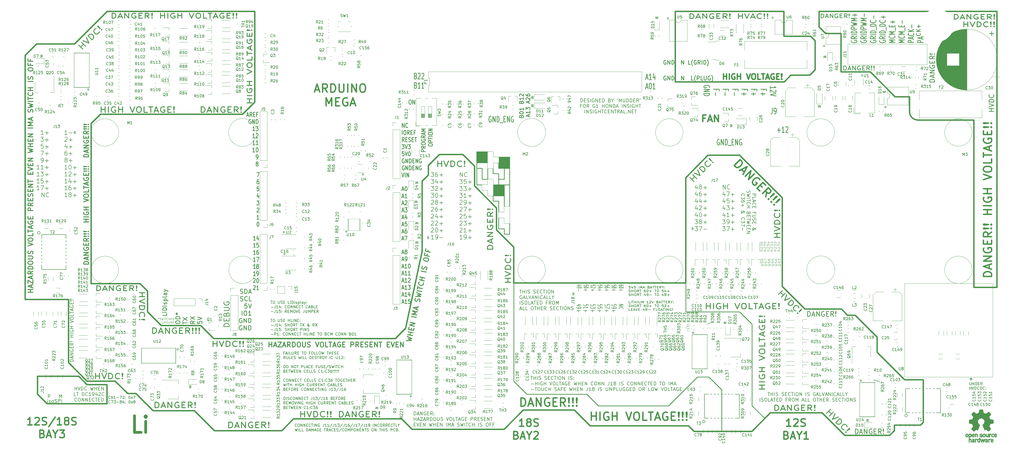
<source format=gto>
G04 #@! TF.GenerationSoftware,KiCad,Pcbnew,(5.1.9-0-10_14)*
G04 #@! TF.CreationDate,2021-05-29T21:56:35-04:00*
G04 #@! TF.ProjectId,LiBCM,4c694243-4d2e-46b6-9963-61645f706362,A*
G04 #@! TF.SameCoordinates,Original*
G04 #@! TF.FileFunction,Legend,Top*
G04 #@! TF.FilePolarity,Positive*
%FSLAX46Y46*%
G04 Gerber Fmt 4.6, Leading zero omitted, Abs format (unit mm)*
G04 Created by KiCad (PCBNEW (5.1.9-0-10_14)) date 2021-05-29 21:56:35*
%MOMM*%
%LPD*%
G01*
G04 APERTURE LIST*
%ADD10C,0.100000*%
%ADD11C,0.250000*%
%ADD12C,0.150000*%
%ADD13C,0.500000*%
%ADD14C,0.300000*%
%ADD15C,0.200000*%
%ADD16C,1.000000*%
%ADD17C,0.010000*%
%ADD18C,0.120000*%
%ADD19O,1.700000X1.700000*%
%ADD20R,1.700000X1.700000*%
%ADD21R,1.550000X1.000000*%
%ADD22O,2.000000X2.500000*%
%ADD23R,0.650000X1.220000*%
%ADD24R,1.500000X1.780000*%
%ADD25R,1.780000X1.500000*%
%ADD26R,0.640000X1.910000*%
%ADD27R,1.910000X0.640000*%
%ADD28R,1.220000X0.650000*%
%ADD29R,0.305000X0.889000*%
%ADD30R,1.250000X0.250000*%
%ADD31R,1.249800X0.249800*%
%ADD32R,0.250000X1.250000*%
%ADD33R,0.249800X1.249800*%
%ADD34R,0.900000X1.200000*%
%ADD35C,2.750000*%
%ADD36R,0.900000X0.800000*%
%ADD37R,1.500000X2.000000*%
%ADD38R,3.800000X2.000000*%
%ADD39R,2.000000X1.500000*%
%ADD40R,2.000000X3.800000*%
%ADD41R,0.800000X0.900000*%
%ADD42R,2.000000X1.780000*%
%ADD43C,4.000000*%
%ADD44R,4.000000X4.000000*%
%ADD45C,3.000000*%
%ADD46C,4.500000*%
%ADD47C,59.000000*%
%ADD48O,3.500000X2.500000*%
%ADD49C,3.500000*%
%ADD50R,6.400000X5.800000*%
%ADD51R,2.200000X1.200000*%
%ADD52R,1.200000X0.900000*%
%ADD53C,2.700000*%
%ADD54C,1.850000*%
%ADD55R,1.120000X2.440000*%
%ADD56C,1.900000*%
%ADD57R,1.780000X2.000000*%
%ADD58C,12.000000*%
G04 APERTURE END LIST*
D10*
G36*
X369750000Y-169750000D02*
G01*
X368750000Y-169750000D01*
X369250000Y-169250000D01*
X369750000Y-169750000D01*
G37*
X369750000Y-169750000D02*
X368750000Y-169750000D01*
X369250000Y-169250000D01*
X369750000Y-169750000D01*
D11*
X369250000Y-170250000D02*
X369250000Y-169500000D01*
D12*
X338532843Y-70750000D02*
G75*
G03*
X338532843Y-70750000I-282843J0D01*
G01*
D11*
X297145833Y-71083571D02*
X297145833Y-72605000D01*
X297079166Y-72909285D01*
X296945833Y-73112142D01*
X296745833Y-73213571D01*
X296612500Y-73213571D01*
X297879166Y-73213571D02*
X298145833Y-73213571D01*
X298279166Y-73112142D01*
X298345833Y-73010714D01*
X298479166Y-72706428D01*
X298545833Y-72300714D01*
X298545833Y-71489285D01*
X298479166Y-71286428D01*
X298412500Y-71185000D01*
X298279166Y-71083571D01*
X298012500Y-71083571D01*
X297879166Y-71185000D01*
X297812500Y-71286428D01*
X297745833Y-71489285D01*
X297745833Y-71996428D01*
X297812500Y-72199285D01*
X297879166Y-72300714D01*
X298012500Y-72402142D01*
X298279166Y-72402142D01*
X298412500Y-72300714D01*
X298479166Y-72199285D01*
X298545833Y-71996428D01*
D13*
X33750000Y-178750000D02*
X30250000Y-175250000D01*
D12*
X334000000Y-170000000D02*
X336250000Y-170750000D01*
D11*
X309966666Y-146841666D02*
X309966666Y-145091666D01*
X310383333Y-145091666D01*
X310633333Y-145175000D01*
X310800000Y-145341666D01*
X310883333Y-145508333D01*
X310966666Y-145841666D01*
X310966666Y-146091666D01*
X310883333Y-146425000D01*
X310800000Y-146591666D01*
X310633333Y-146758333D01*
X310383333Y-146841666D01*
X309966666Y-146841666D01*
X311633333Y-146341666D02*
X312466666Y-146341666D01*
X311466666Y-146841666D02*
X312050000Y-145091666D01*
X312633333Y-146841666D01*
X313216666Y-146841666D02*
X313216666Y-145091666D01*
X314216666Y-146841666D01*
X314216666Y-145091666D01*
X315966666Y-145175000D02*
X315800000Y-145091666D01*
X315550000Y-145091666D01*
X315300000Y-145175000D01*
X315133333Y-145341666D01*
X315050000Y-145508333D01*
X314966666Y-145841666D01*
X314966666Y-146091666D01*
X315050000Y-146425000D01*
X315133333Y-146591666D01*
X315300000Y-146758333D01*
X315550000Y-146841666D01*
X315716666Y-146841666D01*
X315966666Y-146758333D01*
X316050000Y-146675000D01*
X316050000Y-146091666D01*
X315716666Y-146091666D01*
X316800000Y-145925000D02*
X317383333Y-145925000D01*
X317633333Y-146841666D02*
X316800000Y-146841666D01*
X316800000Y-145091666D01*
X317633333Y-145091666D01*
X319383333Y-146841666D02*
X318800000Y-146008333D01*
X318383333Y-146841666D02*
X318383333Y-145091666D01*
X319050000Y-145091666D01*
X319216666Y-145175000D01*
X319300000Y-145258333D01*
X319383333Y-145425000D01*
X319383333Y-145675000D01*
X319300000Y-145841666D01*
X319216666Y-145925000D01*
X319050000Y-146008333D01*
X318383333Y-146008333D01*
X320133333Y-146675000D02*
X320216666Y-146758333D01*
X320133333Y-146841666D01*
X320050000Y-146758333D01*
X320133333Y-146675000D01*
X320133333Y-146841666D01*
X320133333Y-146175000D02*
X320050000Y-145175000D01*
X320133333Y-145091666D01*
X320216666Y-145175000D01*
X320133333Y-146175000D01*
X320133333Y-145091666D01*
D12*
X368835595Y-170877380D02*
X368835595Y-171686904D01*
X368883214Y-171782142D01*
X368930833Y-171829761D01*
X369026071Y-171877380D01*
X369216547Y-171877380D01*
X369311785Y-171829761D01*
X369359404Y-171782142D01*
X369407023Y-171686904D01*
X369407023Y-170877380D01*
X369883214Y-171877380D02*
X369883214Y-170877380D01*
X370454642Y-171877380D01*
X370454642Y-170877380D01*
X370930833Y-171877380D02*
X370930833Y-170877380D01*
X371168928Y-170877380D01*
X371311785Y-170925000D01*
X371407023Y-171020238D01*
X371454642Y-171115476D01*
X371502261Y-171305952D01*
X371502261Y-171448809D01*
X371454642Y-171639285D01*
X371407023Y-171734523D01*
X371311785Y-171829761D01*
X371168928Y-171877380D01*
X370930833Y-171877380D01*
X371930833Y-171353571D02*
X372264166Y-171353571D01*
X372407023Y-171877380D02*
X371930833Y-171877380D01*
X371930833Y-170877380D01*
X372407023Y-170877380D01*
X373407023Y-171877380D02*
X373073690Y-171401190D01*
X372835595Y-171877380D02*
X372835595Y-170877380D01*
X373216547Y-170877380D01*
X373311785Y-170925000D01*
X373359404Y-170972619D01*
X373407023Y-171067857D01*
X373407023Y-171210714D01*
X373359404Y-171305952D01*
X373311785Y-171353571D01*
X373216547Y-171401190D01*
X372835595Y-171401190D01*
X368835595Y-173527380D02*
X368835595Y-172527380D01*
X368835595Y-173003571D02*
X369407023Y-173003571D01*
X369407023Y-173527380D02*
X369407023Y-172527380D01*
X369740357Y-172527380D02*
X370073690Y-173527380D01*
X370407023Y-172527380D01*
X370740357Y-173527380D02*
X370740357Y-172527380D01*
X370978452Y-172527380D01*
X371121309Y-172575000D01*
X371216547Y-172670238D01*
X371264166Y-172765476D01*
X371311785Y-172955952D01*
X371311785Y-173098809D01*
X371264166Y-173289285D01*
X371216547Y-173384523D01*
X371121309Y-173479761D01*
X370978452Y-173527380D01*
X370740357Y-173527380D01*
X372311785Y-173432142D02*
X372264166Y-173479761D01*
X372121309Y-173527380D01*
X372026071Y-173527380D01*
X371883214Y-173479761D01*
X371787976Y-173384523D01*
X371740357Y-173289285D01*
X371692738Y-173098809D01*
X371692738Y-172955952D01*
X371740357Y-172765476D01*
X371787976Y-172670238D01*
X371883214Y-172575000D01*
X372026071Y-172527380D01*
X372121309Y-172527380D01*
X372264166Y-172575000D01*
X372311785Y-172622619D01*
X372740357Y-173527380D02*
X372740357Y-172527380D01*
X372978452Y-172527380D01*
X373121309Y-172575000D01*
X373216547Y-172670238D01*
X373264166Y-172765476D01*
X373311785Y-172955952D01*
X373311785Y-173098809D01*
X373264166Y-173289285D01*
X373216547Y-173384523D01*
X373121309Y-173479761D01*
X372978452Y-173527380D01*
X372740357Y-173527380D01*
X374311785Y-173432142D02*
X374264166Y-173479761D01*
X374121309Y-173527380D01*
X374026071Y-173527380D01*
X373883214Y-173479761D01*
X373787976Y-173384523D01*
X373740357Y-173289285D01*
X373692738Y-173098809D01*
X373692738Y-172955952D01*
X373740357Y-172765476D01*
X373787976Y-172670238D01*
X373883214Y-172575000D01*
X374026071Y-172527380D01*
X374121309Y-172527380D01*
X374264166Y-172575000D01*
X374311785Y-172622619D01*
X374740357Y-173432142D02*
X374787976Y-173479761D01*
X374740357Y-173527380D01*
X374692738Y-173479761D01*
X374740357Y-173432142D01*
X374740357Y-173527380D01*
X374740357Y-172908333D02*
X374787976Y-172955952D01*
X374740357Y-173003571D01*
X374692738Y-172955952D01*
X374740357Y-172908333D01*
X374740357Y-173003571D01*
X44000000Y-80500000D02*
X44000000Y-79500000D01*
X43500000Y-80000000D02*
X44000000Y-80500000D01*
X44000000Y-79500000D02*
X43500000Y-80000000D01*
X172000000Y-117750000D02*
X172000000Y-118750000D01*
X172500000Y-118250000D02*
X172000000Y-117750000D01*
X172000000Y-118750000D02*
X172500000Y-118250000D01*
X268000000Y-114500000D02*
X268000000Y-115500000D01*
X268500000Y-115000000D02*
X268000000Y-114500000D01*
X268000000Y-115500000D02*
X268500000Y-115000000D01*
X224750000Y-138250000D02*
X224750000Y-139250000D01*
X225250000Y-138750000D02*
X224750000Y-138250000D01*
X224750000Y-139250000D02*
X225250000Y-138750000D01*
D10*
G36*
X199750000Y-103000000D02*
G01*
X195750000Y-103000000D01*
X195750000Y-99000000D01*
X199750000Y-99000000D01*
X199750000Y-103000000D01*
G37*
X199750000Y-103000000D02*
X195750000Y-103000000D01*
X195750000Y-99000000D01*
X199750000Y-99000000D01*
X199750000Y-103000000D01*
G36*
X193750000Y-91000000D02*
G01*
X189750000Y-91000000D01*
X189750000Y-87000000D01*
X193750000Y-87000000D01*
X193750000Y-91000000D01*
G37*
X193750000Y-91000000D02*
X189750000Y-91000000D01*
X189750000Y-87000000D01*
X193750000Y-87000000D01*
X193750000Y-91000000D01*
G36*
X201750000Y-93000000D02*
G01*
X197750000Y-93000000D01*
X197750000Y-89000000D01*
X201750000Y-89000000D01*
X201750000Y-93000000D01*
G37*
X201750000Y-93000000D02*
X197750000Y-93000000D01*
X197750000Y-89000000D01*
X201750000Y-89000000D01*
X201750000Y-93000000D01*
D12*
X191750000Y-87000000D02*
X189750000Y-87000000D01*
D11*
X189750000Y-87000000D02*
X193750000Y-87000000D01*
X189750000Y-91000000D02*
X189750000Y-87000000D01*
X189750000Y-91000000D02*
X193750000Y-91000000D01*
X189750000Y-93000000D02*
X189750000Y-91000000D01*
X189750000Y-93000000D02*
X189750000Y-95000000D01*
X191750000Y-93000000D02*
X189750000Y-93000000D01*
X191750000Y-97000000D02*
X191750000Y-93000000D01*
X193750000Y-97000000D02*
X191750000Y-97000000D01*
X195750000Y-89000000D02*
X197750000Y-89000000D01*
X195750000Y-87000000D02*
X195750000Y-89000000D01*
X193750000Y-87000000D02*
X195750000Y-87000000D01*
X193750000Y-93000000D02*
X193750000Y-87000000D01*
X201750000Y-89000000D02*
X201750000Y-93000000D01*
X197750000Y-89000000D02*
X201750000Y-89000000D01*
X197750000Y-91000000D02*
X197750000Y-89000000D01*
X197750000Y-93000000D02*
X199750000Y-93000000D01*
X197750000Y-91000000D02*
X197750000Y-93000000D01*
X195750000Y-91000000D02*
X197750000Y-91000000D01*
X195750000Y-93000000D02*
X195750000Y-91000000D01*
X201750000Y-93000000D02*
X201750000Y-99000000D01*
X199750000Y-93000000D02*
X201750000Y-93000000D01*
X199750000Y-97000000D02*
X199750000Y-93000000D01*
X197750000Y-97000000D02*
X199750000Y-97000000D01*
X193750000Y-93000000D02*
X193750000Y-95000000D01*
X195750000Y-93000000D02*
X193750000Y-93000000D01*
X195750000Y-95000000D02*
X195750000Y-93000000D01*
X197750000Y-95000000D02*
X195750000Y-95000000D01*
X197750000Y-99000000D02*
X197750000Y-95000000D01*
X193750000Y-95000000D02*
X193750000Y-97000000D01*
X189750000Y-99000000D02*
X189750000Y-95000000D01*
X191750000Y-99000000D02*
X189750000Y-99000000D01*
X195750000Y-97000000D02*
X195750000Y-99000000D01*
X193750000Y-97000000D02*
X195750000Y-97000000D01*
X193750000Y-99000000D02*
X193750000Y-97000000D01*
X191750000Y-99000000D02*
X193750000Y-99000000D01*
X191750000Y-101000000D02*
X191750000Y-99000000D01*
X193750000Y-101000000D02*
X191750000Y-101000000D01*
X193750000Y-103000000D02*
X193750000Y-101000000D01*
X195750000Y-103000000D02*
X193750000Y-103000000D01*
X195750000Y-99000000D02*
X199750000Y-99000000D01*
X195750000Y-103000000D02*
X195750000Y-99000000D01*
X201750000Y-99000000D02*
X201750000Y-107000000D01*
X199750000Y-99000000D02*
X201750000Y-99000000D01*
X199750000Y-103000000D02*
X199750000Y-99000000D01*
X197750000Y-105000000D02*
X197750000Y-109000000D01*
X195750000Y-105000000D02*
X197750000Y-105000000D01*
X195750000Y-103000000D02*
X195750000Y-105000000D01*
X199750000Y-103000000D02*
X195750000Y-103000000D01*
X199750000Y-107000000D02*
X199750000Y-103000000D01*
X197750000Y-109000000D02*
X197750000Y-111000000D01*
X199750000Y-109000000D02*
X197750000Y-109000000D01*
X199750000Y-107000000D02*
X199750000Y-109000000D01*
X201750000Y-107000000D02*
X199750000Y-107000000D01*
X201750000Y-113000000D02*
X201750000Y-107000000D01*
X199750000Y-117000000D02*
X201750000Y-117000000D01*
X199750000Y-115000000D02*
X199750000Y-117000000D01*
X197750000Y-115000000D02*
X199750000Y-115000000D01*
X197750000Y-111000000D02*
X197750000Y-115000000D01*
X199750000Y-111000000D02*
X197750000Y-111000000D01*
X199750000Y-113000000D02*
X199750000Y-111000000D01*
X201750000Y-113000000D02*
X199750000Y-113000000D01*
X201750000Y-117000000D02*
X201750000Y-113000000D01*
D14*
X46688408Y-49641117D02*
X45274195Y-48226904D01*
X45947630Y-48900339D02*
X46957782Y-47890186D01*
X47698561Y-48630965D02*
X46284347Y-47216751D01*
X46873603Y-46627496D02*
X48877072Y-47452453D01*
X48052114Y-45448984D01*
X50055583Y-46273942D02*
X48641370Y-44859729D01*
X49062267Y-44438832D01*
X49382148Y-44253637D01*
X49685194Y-44219965D01*
X49904061Y-44270473D01*
X50257614Y-44455668D01*
X50459644Y-44657698D01*
X50644839Y-45011251D01*
X50695347Y-45230118D01*
X50661675Y-45533164D01*
X50476480Y-45853045D01*
X50055583Y-46273942D01*
X52698816Y-43361336D02*
X52681980Y-43512859D01*
X52496785Y-43832740D01*
X52328427Y-44001099D01*
X52008545Y-44186294D01*
X51705499Y-44219965D01*
X51486633Y-44169458D01*
X51133079Y-43984263D01*
X50931049Y-43782233D01*
X50745854Y-43428679D01*
X50695347Y-43209813D01*
X50729018Y-42906767D01*
X50914213Y-42586885D01*
X51082572Y-42418527D01*
X51402453Y-42233332D01*
X51553976Y-42216496D01*
X53456430Y-42603721D02*
X53607953Y-42586885D01*
X53591117Y-42738408D01*
X53439594Y-42755244D01*
X53456430Y-42603721D01*
X53591117Y-42738408D01*
X53052369Y-42199660D02*
X52160068Y-41475718D01*
X52176904Y-41324195D01*
X52328427Y-41307359D01*
X53052369Y-42199660D01*
X52176904Y-41324195D01*
X108141666Y-69214285D02*
X106391666Y-69214285D01*
X107225000Y-69214285D02*
X107225000Y-67785714D01*
X108141666Y-67785714D02*
X106391666Y-67785714D01*
X108141666Y-66595238D02*
X106391666Y-66595238D01*
X106475000Y-64095238D02*
X106391666Y-64333333D01*
X106391666Y-64690476D01*
X106475000Y-65047619D01*
X106641666Y-65285714D01*
X106808333Y-65404761D01*
X107141666Y-65523809D01*
X107391666Y-65523809D01*
X107725000Y-65404761D01*
X107891666Y-65285714D01*
X108058333Y-65047619D01*
X108141666Y-64690476D01*
X108141666Y-64452380D01*
X108058333Y-64095238D01*
X107975000Y-63976190D01*
X107391666Y-63976190D01*
X107391666Y-64452380D01*
X108141666Y-62904761D02*
X106391666Y-62904761D01*
X107225000Y-62904761D02*
X107225000Y-61476190D01*
X108141666Y-61476190D02*
X106391666Y-61476190D01*
X106391666Y-58738095D02*
X108141666Y-57904761D01*
X106391666Y-57071428D01*
X106391666Y-55761904D02*
X106391666Y-55285714D01*
X106475000Y-55047619D01*
X106641666Y-54809523D01*
X106975000Y-54690476D01*
X107558333Y-54690476D01*
X107891666Y-54809523D01*
X108058333Y-55047619D01*
X108141666Y-55285714D01*
X108141666Y-55761904D01*
X108058333Y-56000000D01*
X107891666Y-56238095D01*
X107558333Y-56357142D01*
X106975000Y-56357142D01*
X106641666Y-56238095D01*
X106475000Y-56000000D01*
X106391666Y-55761904D01*
X108141666Y-52428571D02*
X108141666Y-53619047D01*
X106391666Y-53619047D01*
X106391666Y-51952380D02*
X106391666Y-50523809D01*
X108141666Y-51238095D02*
X106391666Y-51238095D01*
X107641666Y-49809523D02*
X107641666Y-48619047D01*
X108141666Y-50047619D02*
X106391666Y-49214285D01*
X108141666Y-48380952D01*
X106475000Y-46238095D02*
X106391666Y-46476190D01*
X106391666Y-46833333D01*
X106475000Y-47190476D01*
X106641666Y-47428571D01*
X106808333Y-47547619D01*
X107141666Y-47666666D01*
X107391666Y-47666666D01*
X107725000Y-47547619D01*
X107891666Y-47428571D01*
X108058333Y-47190476D01*
X108141666Y-46833333D01*
X108141666Y-46595238D01*
X108058333Y-46238095D01*
X107975000Y-46119047D01*
X107391666Y-46119047D01*
X107391666Y-46595238D01*
X107225000Y-45047619D02*
X107225000Y-44214285D01*
X108141666Y-43857142D02*
X108141666Y-45047619D01*
X106391666Y-45047619D01*
X106391666Y-43857142D01*
X107975000Y-42785714D02*
X108058333Y-42666666D01*
X108141666Y-42785714D01*
X108058333Y-42904761D01*
X107975000Y-42785714D01*
X108141666Y-42785714D01*
X107475000Y-42785714D02*
X106475000Y-42904761D01*
X106391666Y-42785714D01*
X106475000Y-42666666D01*
X107475000Y-42785714D01*
X106391666Y-42785714D01*
D13*
X55550000Y-36000000D02*
X43750000Y-47800000D01*
X29950000Y-47800000D02*
X25750000Y-52000000D01*
D15*
X32405714Y-80738690D02*
X31520000Y-80738690D01*
X31962857Y-80738690D02*
X31962857Y-79188690D01*
X31815238Y-79410119D01*
X31667619Y-79557738D01*
X31520000Y-79631547D01*
X33070000Y-80148214D02*
X34250952Y-80148214D01*
X33660476Y-80738690D02*
X33660476Y-79557738D01*
X31446190Y-81713690D02*
X32405714Y-81713690D01*
X31889047Y-82304166D01*
X32110476Y-82304166D01*
X32258095Y-82377976D01*
X32331904Y-82451785D01*
X32405714Y-82599404D01*
X32405714Y-82968452D01*
X32331904Y-83116071D01*
X32258095Y-83189880D01*
X32110476Y-83263690D01*
X31667619Y-83263690D01*
X31520000Y-83189880D01*
X31446190Y-83116071D01*
X33070000Y-82673214D02*
X34250952Y-82673214D01*
X33660476Y-83263690D02*
X33660476Y-82082738D01*
X32331904Y-84238690D02*
X31593809Y-84238690D01*
X31520000Y-84976785D01*
X31593809Y-84902976D01*
X31741428Y-84829166D01*
X32110476Y-84829166D01*
X32258095Y-84902976D01*
X32331904Y-84976785D01*
X32405714Y-85124404D01*
X32405714Y-85493452D01*
X32331904Y-85641071D01*
X32258095Y-85714880D01*
X32110476Y-85788690D01*
X31741428Y-85788690D01*
X31593809Y-85714880D01*
X31520000Y-85641071D01*
X33070000Y-85198214D02*
X34250952Y-85198214D01*
X33660476Y-85788690D02*
X33660476Y-84607738D01*
X31446190Y-86763690D02*
X32479523Y-86763690D01*
X31815238Y-88313690D01*
X33070000Y-87723214D02*
X34250952Y-87723214D01*
X33660476Y-88313690D02*
X33660476Y-87132738D01*
X31667619Y-90838690D02*
X31962857Y-90838690D01*
X32110476Y-90764880D01*
X32184285Y-90691071D01*
X32331904Y-90469642D01*
X32405714Y-90174404D01*
X32405714Y-89583928D01*
X32331904Y-89436309D01*
X32258095Y-89362500D01*
X32110476Y-89288690D01*
X31815238Y-89288690D01*
X31667619Y-89362500D01*
X31593809Y-89436309D01*
X31520000Y-89583928D01*
X31520000Y-89952976D01*
X31593809Y-90100595D01*
X31667619Y-90174404D01*
X31815238Y-90248214D01*
X32110476Y-90248214D01*
X32258095Y-90174404D01*
X32331904Y-90100595D01*
X32405714Y-89952976D01*
X33070000Y-90248214D02*
X34250952Y-90248214D01*
X33660476Y-90838690D02*
X33660476Y-89657738D01*
X30929523Y-93363690D02*
X30043809Y-93363690D01*
X30486666Y-93363690D02*
X30486666Y-91813690D01*
X30339047Y-92035119D01*
X30191428Y-92182738D01*
X30043809Y-92256547D01*
X32405714Y-93363690D02*
X31520000Y-93363690D01*
X31962857Y-93363690D02*
X31962857Y-91813690D01*
X31815238Y-92035119D01*
X31667619Y-92182738D01*
X31520000Y-92256547D01*
X33070000Y-92773214D02*
X34250952Y-92773214D01*
X33660476Y-93363690D02*
X33660476Y-92182738D01*
X30929523Y-95888690D02*
X30043809Y-95888690D01*
X30486666Y-95888690D02*
X30486666Y-94338690D01*
X30339047Y-94560119D01*
X30191428Y-94707738D01*
X30043809Y-94781547D01*
X31446190Y-94338690D02*
X32405714Y-94338690D01*
X31889047Y-94929166D01*
X32110476Y-94929166D01*
X32258095Y-95002976D01*
X32331904Y-95076785D01*
X32405714Y-95224404D01*
X32405714Y-95593452D01*
X32331904Y-95741071D01*
X32258095Y-95814880D01*
X32110476Y-95888690D01*
X31667619Y-95888690D01*
X31520000Y-95814880D01*
X31446190Y-95741071D01*
X33070000Y-95298214D02*
X34250952Y-95298214D01*
X33660476Y-95888690D02*
X33660476Y-94707738D01*
X30929523Y-98413690D02*
X30043809Y-98413690D01*
X30486666Y-98413690D02*
X30486666Y-96863690D01*
X30339047Y-97085119D01*
X30191428Y-97232738D01*
X30043809Y-97306547D01*
X32331904Y-96863690D02*
X31593809Y-96863690D01*
X31520000Y-97601785D01*
X31593809Y-97527976D01*
X31741428Y-97454166D01*
X32110476Y-97454166D01*
X32258095Y-97527976D01*
X32331904Y-97601785D01*
X32405714Y-97749404D01*
X32405714Y-98118452D01*
X32331904Y-98266071D01*
X32258095Y-98339880D01*
X32110476Y-98413690D01*
X31741428Y-98413690D01*
X31593809Y-98339880D01*
X31520000Y-98266071D01*
X33070000Y-97823214D02*
X34250952Y-97823214D01*
X33660476Y-98413690D02*
X33660476Y-97232738D01*
X30929523Y-100938690D02*
X30043809Y-100938690D01*
X30486666Y-100938690D02*
X30486666Y-99388690D01*
X30339047Y-99610119D01*
X30191428Y-99757738D01*
X30043809Y-99831547D01*
X31446190Y-99388690D02*
X32479523Y-99388690D01*
X31815238Y-100938690D01*
X33070000Y-100348214D02*
X34250952Y-100348214D01*
X33660476Y-100938690D02*
X33660476Y-99757738D01*
X31815238Y-103463690D02*
X31815238Y-101913690D01*
X32700952Y-103463690D01*
X32700952Y-101913690D01*
X34324761Y-103316071D02*
X34250952Y-103389880D01*
X34029523Y-103463690D01*
X33881904Y-103463690D01*
X33660476Y-103389880D01*
X33512857Y-103242261D01*
X33439047Y-103094642D01*
X33365238Y-102799404D01*
X33365238Y-102577976D01*
X33439047Y-102282738D01*
X33512857Y-102135119D01*
X33660476Y-101987500D01*
X33881904Y-101913690D01*
X34029523Y-101913690D01*
X34250952Y-101987500D01*
X34324761Y-102061309D01*
D12*
X209366547Y-168690476D02*
X210080833Y-168690476D01*
X209723690Y-169940476D02*
X209723690Y-168690476D01*
X210497500Y-169940476D02*
X210497500Y-168690476D01*
X210497500Y-169285714D02*
X211211785Y-169285714D01*
X211211785Y-169940476D02*
X211211785Y-168690476D01*
X211807023Y-169940476D02*
X211807023Y-168690476D01*
X212342738Y-169880952D02*
X212521309Y-169940476D01*
X212818928Y-169940476D01*
X212937976Y-169880952D01*
X212997500Y-169821428D01*
X213057023Y-169702380D01*
X213057023Y-169583333D01*
X212997500Y-169464285D01*
X212937976Y-169404761D01*
X212818928Y-169345238D01*
X212580833Y-169285714D01*
X212461785Y-169226190D01*
X212402261Y-169166666D01*
X212342738Y-169047619D01*
X212342738Y-168928571D01*
X212402261Y-168809523D01*
X212461785Y-168750000D01*
X212580833Y-168690476D01*
X212878452Y-168690476D01*
X213057023Y-168750000D01*
X214485595Y-169880952D02*
X214664166Y-169940476D01*
X214961785Y-169940476D01*
X215080833Y-169880952D01*
X215140357Y-169821428D01*
X215199880Y-169702380D01*
X215199880Y-169583333D01*
X215140357Y-169464285D01*
X215080833Y-169404761D01*
X214961785Y-169345238D01*
X214723690Y-169285714D01*
X214604642Y-169226190D01*
X214545119Y-169166666D01*
X214485595Y-169047619D01*
X214485595Y-168928571D01*
X214545119Y-168809523D01*
X214604642Y-168750000D01*
X214723690Y-168690476D01*
X215021309Y-168690476D01*
X215199880Y-168750000D01*
X215735595Y-169285714D02*
X216152261Y-169285714D01*
X216330833Y-169940476D02*
X215735595Y-169940476D01*
X215735595Y-168690476D01*
X216330833Y-168690476D01*
X217580833Y-169821428D02*
X217521309Y-169880952D01*
X217342738Y-169940476D01*
X217223690Y-169940476D01*
X217045119Y-169880952D01*
X216926071Y-169761904D01*
X216866547Y-169642857D01*
X216807023Y-169404761D01*
X216807023Y-169226190D01*
X216866547Y-168988095D01*
X216926071Y-168869047D01*
X217045119Y-168750000D01*
X217223690Y-168690476D01*
X217342738Y-168690476D01*
X217521309Y-168750000D01*
X217580833Y-168809523D01*
X217937976Y-168690476D02*
X218652261Y-168690476D01*
X218295119Y-169940476D02*
X218295119Y-168690476D01*
X219068928Y-169940476D02*
X219068928Y-168690476D01*
X219902261Y-168690476D02*
X220140357Y-168690476D01*
X220259404Y-168750000D01*
X220378452Y-168869047D01*
X220437976Y-169107142D01*
X220437976Y-169523809D01*
X220378452Y-169761904D01*
X220259404Y-169880952D01*
X220140357Y-169940476D01*
X219902261Y-169940476D01*
X219783214Y-169880952D01*
X219664166Y-169761904D01*
X219604642Y-169523809D01*
X219604642Y-169107142D01*
X219664166Y-168869047D01*
X219783214Y-168750000D01*
X219902261Y-168690476D01*
X220973690Y-169940476D02*
X220973690Y-168690476D01*
X221687976Y-169940476D01*
X221687976Y-168690476D01*
X223235595Y-169940476D02*
X223235595Y-168690476D01*
X223771309Y-169880952D02*
X223949880Y-169940476D01*
X224247500Y-169940476D01*
X224366547Y-169880952D01*
X224426071Y-169821428D01*
X224485595Y-169702380D01*
X224485595Y-169583333D01*
X224426071Y-169464285D01*
X224366547Y-169404761D01*
X224247500Y-169345238D01*
X224009404Y-169285714D01*
X223890357Y-169226190D01*
X223830833Y-169166666D01*
X223771309Y-169047619D01*
X223771309Y-168928571D01*
X223830833Y-168809523D01*
X223890357Y-168750000D01*
X224009404Y-168690476D01*
X224307023Y-168690476D01*
X224485595Y-168750000D01*
X225021309Y-169821428D02*
X225080833Y-169880952D01*
X225021309Y-169940476D01*
X224961785Y-169880952D01*
X225021309Y-169821428D01*
X225021309Y-169940476D01*
X225021309Y-169166666D02*
X225080833Y-169226190D01*
X225021309Y-169285714D01*
X224961785Y-169226190D01*
X225021309Y-169166666D01*
X225021309Y-169285714D01*
X209545119Y-171489285D02*
X210497500Y-171489285D01*
X211092738Y-171965476D02*
X211092738Y-170715476D01*
X211092738Y-171310714D02*
X211807023Y-171310714D01*
X211807023Y-171965476D02*
X211807023Y-170715476D01*
X212402261Y-171965476D02*
X212402261Y-170715476D01*
X213652261Y-170775000D02*
X213533214Y-170715476D01*
X213354642Y-170715476D01*
X213176071Y-170775000D01*
X213057023Y-170894047D01*
X212997500Y-171013095D01*
X212937976Y-171251190D01*
X212937976Y-171429761D01*
X212997500Y-171667857D01*
X213057023Y-171786904D01*
X213176071Y-171905952D01*
X213354642Y-171965476D01*
X213473690Y-171965476D01*
X213652261Y-171905952D01*
X213711785Y-171846428D01*
X213711785Y-171429761D01*
X213473690Y-171429761D01*
X214247500Y-171965476D02*
X214247500Y-170715476D01*
X214247500Y-171310714D02*
X214961785Y-171310714D01*
X214961785Y-171965476D02*
X214961785Y-170715476D01*
X216330833Y-170715476D02*
X216747500Y-171965476D01*
X217164166Y-170715476D01*
X217818928Y-170715476D02*
X218057023Y-170715476D01*
X218176071Y-170775000D01*
X218295119Y-170894047D01*
X218354642Y-171132142D01*
X218354642Y-171548809D01*
X218295119Y-171786904D01*
X218176071Y-171905952D01*
X218057023Y-171965476D01*
X217818928Y-171965476D01*
X217699880Y-171905952D01*
X217580833Y-171786904D01*
X217521309Y-171548809D01*
X217521309Y-171132142D01*
X217580833Y-170894047D01*
X217699880Y-170775000D01*
X217818928Y-170715476D01*
X219485595Y-171965476D02*
X218890357Y-171965476D01*
X218890357Y-170715476D01*
X219723690Y-170715476D02*
X220437976Y-170715476D01*
X220080833Y-171965476D02*
X220080833Y-170715476D01*
X220795119Y-171608333D02*
X221390357Y-171608333D01*
X220676071Y-171965476D02*
X221092738Y-170715476D01*
X221509404Y-171965476D01*
X222580833Y-170775000D02*
X222461785Y-170715476D01*
X222283214Y-170715476D01*
X222104642Y-170775000D01*
X221985595Y-170894047D01*
X221926071Y-171013095D01*
X221866547Y-171251190D01*
X221866547Y-171429761D01*
X221926071Y-171667857D01*
X221985595Y-171786904D01*
X222104642Y-171905952D01*
X222283214Y-171965476D01*
X222402261Y-171965476D01*
X222580833Y-171905952D01*
X222640357Y-171846428D01*
X222640357Y-171429761D01*
X222402261Y-171429761D01*
X223176071Y-171310714D02*
X223592738Y-171310714D01*
X223771309Y-171965476D02*
X223176071Y-171965476D01*
X223176071Y-170715476D01*
X223771309Y-170715476D01*
X225140357Y-170715476D02*
X225437976Y-171965476D01*
X225676071Y-171072619D01*
X225914166Y-171965476D01*
X226211785Y-170715476D01*
X226687976Y-171965476D02*
X226687976Y-170715476D01*
X226687976Y-171310714D02*
X227402261Y-171310714D01*
X227402261Y-171965476D02*
X227402261Y-170715476D01*
X227997500Y-171310714D02*
X228414166Y-171310714D01*
X228592738Y-171965476D02*
X227997500Y-171965476D01*
X227997500Y-170715476D01*
X228592738Y-170715476D01*
X229128452Y-171965476D02*
X229128452Y-170715476D01*
X229842738Y-171965476D01*
X229842738Y-170715476D01*
X232104642Y-171846428D02*
X232045119Y-171905952D01*
X231866547Y-171965476D01*
X231747500Y-171965476D01*
X231568928Y-171905952D01*
X231449880Y-171786904D01*
X231390357Y-171667857D01*
X231330833Y-171429761D01*
X231330833Y-171251190D01*
X231390357Y-171013095D01*
X231449880Y-170894047D01*
X231568928Y-170775000D01*
X231747500Y-170715476D01*
X231866547Y-170715476D01*
X232045119Y-170775000D01*
X232104642Y-170834523D01*
X232878452Y-170715476D02*
X233116547Y-170715476D01*
X233235595Y-170775000D01*
X233354642Y-170894047D01*
X233414166Y-171132142D01*
X233414166Y-171548809D01*
X233354642Y-171786904D01*
X233235595Y-171905952D01*
X233116547Y-171965476D01*
X232878452Y-171965476D01*
X232759404Y-171905952D01*
X232640357Y-171786904D01*
X232580833Y-171548809D01*
X232580833Y-171132142D01*
X232640357Y-170894047D01*
X232759404Y-170775000D01*
X232878452Y-170715476D01*
X233949880Y-171965476D02*
X233949880Y-170715476D01*
X234664166Y-171965476D01*
X234664166Y-170715476D01*
X235259404Y-171965476D02*
X235259404Y-170715476D01*
X235973690Y-171965476D01*
X235973690Y-170715476D01*
X237878452Y-170715476D02*
X237878452Y-171608333D01*
X237818928Y-171786904D01*
X237699880Y-171905952D01*
X237521309Y-171965476D01*
X237402261Y-171965476D01*
X239128452Y-171965476D02*
X238414166Y-171965476D01*
X238771309Y-171965476D02*
X238771309Y-170715476D01*
X238652261Y-170894047D01*
X238533214Y-171013095D01*
X238414166Y-171072619D01*
X239842738Y-171251190D02*
X239723690Y-171191666D01*
X239664166Y-171132142D01*
X239604642Y-171013095D01*
X239604642Y-170953571D01*
X239664166Y-170834523D01*
X239723690Y-170775000D01*
X239842738Y-170715476D01*
X240080833Y-170715476D01*
X240199880Y-170775000D01*
X240259404Y-170834523D01*
X240318928Y-170953571D01*
X240318928Y-171013095D01*
X240259404Y-171132142D01*
X240199880Y-171191666D01*
X240080833Y-171251190D01*
X239842738Y-171251190D01*
X239723690Y-171310714D01*
X239664166Y-171370238D01*
X239604642Y-171489285D01*
X239604642Y-171727380D01*
X239664166Y-171846428D01*
X239723690Y-171905952D01*
X239842738Y-171965476D01*
X240080833Y-171965476D01*
X240199880Y-171905952D01*
X240259404Y-171846428D01*
X240318928Y-171727380D01*
X240318928Y-171489285D01*
X240259404Y-171370238D01*
X240199880Y-171310714D01*
X240080833Y-171251190D01*
X241807023Y-171965476D02*
X241807023Y-170715476D01*
X242342738Y-171905952D02*
X242521309Y-171965476D01*
X242818928Y-171965476D01*
X242937976Y-171905952D01*
X242997500Y-171846428D01*
X243057023Y-171727380D01*
X243057023Y-171608333D01*
X242997500Y-171489285D01*
X242937976Y-171429761D01*
X242818928Y-171370238D01*
X242580833Y-171310714D01*
X242461785Y-171251190D01*
X242402261Y-171191666D01*
X242342738Y-171072619D01*
X242342738Y-170953571D01*
X242402261Y-170834523D01*
X242461785Y-170775000D01*
X242580833Y-170715476D01*
X242878452Y-170715476D01*
X243057023Y-170775000D01*
X245259404Y-171846428D02*
X245199880Y-171905952D01*
X245021309Y-171965476D01*
X244902261Y-171965476D01*
X244723690Y-171905952D01*
X244604642Y-171786904D01*
X244545119Y-171667857D01*
X244485595Y-171429761D01*
X244485595Y-171251190D01*
X244545119Y-171013095D01*
X244604642Y-170894047D01*
X244723690Y-170775000D01*
X244902261Y-170715476D01*
X245021309Y-170715476D01*
X245199880Y-170775000D01*
X245259404Y-170834523D01*
X246033214Y-170715476D02*
X246271309Y-170715476D01*
X246390357Y-170775000D01*
X246509404Y-170894047D01*
X246568928Y-171132142D01*
X246568928Y-171548809D01*
X246509404Y-171786904D01*
X246390357Y-171905952D01*
X246271309Y-171965476D01*
X246033214Y-171965476D01*
X245914166Y-171905952D01*
X245795119Y-171786904D01*
X245735595Y-171548809D01*
X245735595Y-171132142D01*
X245795119Y-170894047D01*
X245914166Y-170775000D01*
X246033214Y-170715476D01*
X247104642Y-171965476D02*
X247104642Y-170715476D01*
X247818928Y-171965476D01*
X247818928Y-170715476D01*
X248414166Y-171965476D02*
X248414166Y-170715476D01*
X249128452Y-171965476D01*
X249128452Y-170715476D01*
X249723690Y-171310714D02*
X250140357Y-171310714D01*
X250318928Y-171965476D02*
X249723690Y-171965476D01*
X249723690Y-170715476D01*
X250318928Y-170715476D01*
X251568928Y-171846428D02*
X251509404Y-171905952D01*
X251330833Y-171965476D01*
X251211785Y-171965476D01*
X251033214Y-171905952D01*
X250914166Y-171786904D01*
X250854642Y-171667857D01*
X250795119Y-171429761D01*
X250795119Y-171251190D01*
X250854642Y-171013095D01*
X250914166Y-170894047D01*
X251033214Y-170775000D01*
X251211785Y-170715476D01*
X251330833Y-170715476D01*
X251509404Y-170775000D01*
X251568928Y-170834523D01*
X251926071Y-170715476D02*
X252640357Y-170715476D01*
X252283214Y-171965476D02*
X252283214Y-170715476D01*
X253057023Y-171310714D02*
X253473690Y-171310714D01*
X253652261Y-171965476D02*
X253057023Y-171965476D01*
X253057023Y-170715476D01*
X253652261Y-170715476D01*
X254187976Y-171965476D02*
X254187976Y-170715476D01*
X254485595Y-170715476D01*
X254664166Y-170775000D01*
X254783214Y-170894047D01*
X254842738Y-171013095D01*
X254902261Y-171251190D01*
X254902261Y-171429761D01*
X254842738Y-171667857D01*
X254783214Y-171786904D01*
X254664166Y-171905952D01*
X254485595Y-171965476D01*
X254187976Y-171965476D01*
X256211785Y-170715476D02*
X256926071Y-170715476D01*
X256568928Y-171965476D02*
X256568928Y-170715476D01*
X257580833Y-170715476D02*
X257818928Y-170715476D01*
X257937976Y-170775000D01*
X258057023Y-170894047D01*
X258116547Y-171132142D01*
X258116547Y-171548809D01*
X258057023Y-171786904D01*
X257937976Y-171905952D01*
X257818928Y-171965476D01*
X257580833Y-171965476D01*
X257461785Y-171905952D01*
X257342738Y-171786904D01*
X257283214Y-171548809D01*
X257283214Y-171132142D01*
X257342738Y-170894047D01*
X257461785Y-170775000D01*
X257580833Y-170715476D01*
X259604642Y-171965476D02*
X259604642Y-170715476D01*
X260199880Y-171965476D02*
X260199880Y-170715476D01*
X260616547Y-171608333D01*
X261033214Y-170715476D01*
X261033214Y-171965476D01*
X261568928Y-171608333D02*
X262164166Y-171608333D01*
X261449880Y-171965476D02*
X261866547Y-170715476D01*
X262283214Y-171965476D01*
X209545119Y-173514285D02*
X210497500Y-173514285D01*
X210914166Y-172740476D02*
X211628452Y-172740476D01*
X211271309Y-173990476D02*
X211271309Y-172740476D01*
X212283214Y-172740476D02*
X212521309Y-172740476D01*
X212640357Y-172800000D01*
X212759404Y-172919047D01*
X212818928Y-173157142D01*
X212818928Y-173573809D01*
X212759404Y-173811904D01*
X212640357Y-173930952D01*
X212521309Y-173990476D01*
X212283214Y-173990476D01*
X212164166Y-173930952D01*
X212045119Y-173811904D01*
X211985595Y-173573809D01*
X211985595Y-173157142D01*
X212045119Y-172919047D01*
X212164166Y-172800000D01*
X212283214Y-172740476D01*
X213354642Y-172740476D02*
X213354642Y-173752380D01*
X213414166Y-173871428D01*
X213473690Y-173930952D01*
X213592738Y-173990476D01*
X213830833Y-173990476D01*
X213949880Y-173930952D01*
X214009404Y-173871428D01*
X214068928Y-173752380D01*
X214068928Y-172740476D01*
X215378452Y-173871428D02*
X215318928Y-173930952D01*
X215140357Y-173990476D01*
X215021309Y-173990476D01*
X214842738Y-173930952D01*
X214723690Y-173811904D01*
X214664166Y-173692857D01*
X214604642Y-173454761D01*
X214604642Y-173276190D01*
X214664166Y-173038095D01*
X214723690Y-172919047D01*
X214842738Y-172800000D01*
X215021309Y-172740476D01*
X215140357Y-172740476D01*
X215318928Y-172800000D01*
X215378452Y-172859523D01*
X215914166Y-173990476D02*
X215914166Y-172740476D01*
X215914166Y-173335714D02*
X216628452Y-173335714D01*
X216628452Y-173990476D02*
X216628452Y-172740476D01*
X218116547Y-173930952D02*
X218295119Y-173990476D01*
X218592738Y-173990476D01*
X218711785Y-173930952D01*
X218771309Y-173871428D01*
X218830833Y-173752380D01*
X218830833Y-173633333D01*
X218771309Y-173514285D01*
X218711785Y-173454761D01*
X218592738Y-173395238D01*
X218354642Y-173335714D01*
X218235595Y-173276190D01*
X218176071Y-173216666D01*
X218116547Y-173097619D01*
X218116547Y-172978571D01*
X218176071Y-172859523D01*
X218235595Y-172800000D01*
X218354642Y-172740476D01*
X218652261Y-172740476D01*
X218830833Y-172800000D01*
X219307023Y-173633333D02*
X219902261Y-173633333D01*
X219187976Y-173990476D02*
X219604642Y-172740476D01*
X220021309Y-173990476D01*
X220854642Y-173335714D02*
X220437976Y-173335714D01*
X220437976Y-173990476D02*
X220437976Y-172740476D01*
X221033214Y-172740476D01*
X221509404Y-173335714D02*
X221926071Y-173335714D01*
X222104642Y-173990476D02*
X221509404Y-173990476D01*
X221509404Y-172740476D01*
X222104642Y-172740476D01*
X223473690Y-172740476D02*
X223771309Y-173990476D01*
X224009404Y-173097619D01*
X224247500Y-173990476D01*
X224545119Y-172740476D01*
X225021309Y-173990476D02*
X225021309Y-172740476D01*
X225021309Y-173335714D02*
X225735595Y-173335714D01*
X225735595Y-173990476D02*
X225735595Y-172740476D01*
X226330833Y-173335714D02*
X226747500Y-173335714D01*
X226926071Y-173990476D02*
X226330833Y-173990476D01*
X226330833Y-172740476D01*
X226926071Y-172740476D01*
X227461785Y-173990476D02*
X227461785Y-172740476D01*
X228176071Y-173990476D01*
X228176071Y-172740476D01*
X230080833Y-172740476D02*
X230080833Y-173633333D01*
X230021309Y-173811904D01*
X229902261Y-173930952D01*
X229723690Y-173990476D01*
X229604642Y-173990476D01*
X231330833Y-173990476D02*
X230616547Y-173990476D01*
X230973690Y-173990476D02*
X230973690Y-172740476D01*
X230854642Y-172919047D01*
X230735595Y-173038095D01*
X230616547Y-173097619D01*
X232045119Y-173276190D02*
X231926071Y-173216666D01*
X231866547Y-173157142D01*
X231807023Y-173038095D01*
X231807023Y-172978571D01*
X231866547Y-172859523D01*
X231926071Y-172800000D01*
X232045119Y-172740476D01*
X232283214Y-172740476D01*
X232402261Y-172800000D01*
X232461785Y-172859523D01*
X232521309Y-172978571D01*
X232521309Y-173038095D01*
X232461785Y-173157142D01*
X232402261Y-173216666D01*
X232283214Y-173276190D01*
X232045119Y-173276190D01*
X231926071Y-173335714D01*
X231866547Y-173395238D01*
X231807023Y-173514285D01*
X231807023Y-173752380D01*
X231866547Y-173871428D01*
X231926071Y-173930952D01*
X232045119Y-173990476D01*
X232283214Y-173990476D01*
X232402261Y-173930952D01*
X232461785Y-173871428D01*
X232521309Y-173752380D01*
X232521309Y-173514285D01*
X232461785Y-173395238D01*
X232402261Y-173335714D01*
X232283214Y-173276190D01*
X234009404Y-173990476D02*
X234009404Y-172740476D01*
X234545119Y-173930952D02*
X234723690Y-173990476D01*
X235021309Y-173990476D01*
X235140357Y-173930952D01*
X235199880Y-173871428D01*
X235259404Y-173752380D01*
X235259404Y-173633333D01*
X235199880Y-173514285D01*
X235140357Y-173454761D01*
X235021309Y-173395238D01*
X234783214Y-173335714D01*
X234664166Y-173276190D01*
X234604642Y-173216666D01*
X234545119Y-173097619D01*
X234545119Y-172978571D01*
X234604642Y-172859523D01*
X234664166Y-172800000D01*
X234783214Y-172740476D01*
X235080833Y-172740476D01*
X235259404Y-172800000D01*
X236747500Y-172740476D02*
X236747500Y-173752380D01*
X236807023Y-173871428D01*
X236866547Y-173930952D01*
X236985595Y-173990476D01*
X237223690Y-173990476D01*
X237342738Y-173930952D01*
X237402261Y-173871428D01*
X237461785Y-173752380D01*
X237461785Y-172740476D01*
X238057023Y-173990476D02*
X238057023Y-172740476D01*
X238771309Y-173990476D01*
X238771309Y-172740476D01*
X239366547Y-173990476D02*
X239366547Y-172740476D01*
X239842738Y-172740476D01*
X239961785Y-172800000D01*
X240021309Y-172859523D01*
X240080833Y-172978571D01*
X240080833Y-173157142D01*
X240021309Y-173276190D01*
X239961785Y-173335714D01*
X239842738Y-173395238D01*
X239366547Y-173395238D01*
X241211785Y-173990476D02*
X240616547Y-173990476D01*
X240616547Y-172740476D01*
X241628452Y-172740476D02*
X241628452Y-173752380D01*
X241687976Y-173871428D01*
X241747500Y-173930952D01*
X241866547Y-173990476D01*
X242104642Y-173990476D01*
X242223690Y-173930952D01*
X242283214Y-173871428D01*
X242342738Y-173752380D01*
X242342738Y-172740476D01*
X243592738Y-172800000D02*
X243473690Y-172740476D01*
X243295119Y-172740476D01*
X243116547Y-172800000D01*
X242997500Y-172919047D01*
X242937976Y-173038095D01*
X242878452Y-173276190D01*
X242878452Y-173454761D01*
X242937976Y-173692857D01*
X242997500Y-173811904D01*
X243116547Y-173930952D01*
X243295119Y-173990476D01*
X243414166Y-173990476D01*
X243592738Y-173930952D01*
X243652261Y-173871428D01*
X243652261Y-173454761D01*
X243414166Y-173454761D01*
X244842738Y-172800000D02*
X244723690Y-172740476D01*
X244545119Y-172740476D01*
X244366547Y-172800000D01*
X244247500Y-172919047D01*
X244187976Y-173038095D01*
X244128452Y-173276190D01*
X244128452Y-173454761D01*
X244187976Y-173692857D01*
X244247500Y-173811904D01*
X244366547Y-173930952D01*
X244545119Y-173990476D01*
X244664166Y-173990476D01*
X244842738Y-173930952D01*
X244902261Y-173871428D01*
X244902261Y-173454761D01*
X244664166Y-173454761D01*
X245437976Y-173335714D02*
X245854642Y-173335714D01*
X246033214Y-173990476D02*
X245437976Y-173990476D01*
X245437976Y-172740476D01*
X246033214Y-172740476D01*
X246568928Y-173990476D02*
X246568928Y-172740476D01*
X246866547Y-172740476D01*
X247045119Y-172800000D01*
X247164166Y-172919047D01*
X247223690Y-173038095D01*
X247283214Y-173276190D01*
X247283214Y-173454761D01*
X247223690Y-173692857D01*
X247164166Y-173811904D01*
X247045119Y-173930952D01*
X246866547Y-173990476D01*
X246568928Y-173990476D01*
X249009404Y-172740476D02*
X249247500Y-172740476D01*
X249366547Y-172800000D01*
X249485595Y-172919047D01*
X249545119Y-173157142D01*
X249545119Y-173573809D01*
X249485595Y-173811904D01*
X249366547Y-173930952D01*
X249247500Y-173990476D01*
X249009404Y-173990476D01*
X248890357Y-173930952D01*
X248771309Y-173811904D01*
X248711785Y-173573809D01*
X248711785Y-173157142D01*
X248771309Y-172919047D01*
X248890357Y-172800000D01*
X249009404Y-172740476D01*
X250795119Y-173990476D02*
X250378452Y-173395238D01*
X250080833Y-173990476D02*
X250080833Y-172740476D01*
X250557023Y-172740476D01*
X250676071Y-172800000D01*
X250735595Y-172859523D01*
X250795119Y-172978571D01*
X250795119Y-173157142D01*
X250735595Y-173276190D01*
X250676071Y-173335714D01*
X250557023Y-173395238D01*
X250080833Y-173395238D01*
X252878452Y-173990476D02*
X252283214Y-173990476D01*
X252283214Y-172740476D01*
X253533214Y-172740476D02*
X253771309Y-172740476D01*
X253890357Y-172800000D01*
X254009404Y-172919047D01*
X254068928Y-173157142D01*
X254068928Y-173573809D01*
X254009404Y-173811904D01*
X253890357Y-173930952D01*
X253771309Y-173990476D01*
X253533214Y-173990476D01*
X253414166Y-173930952D01*
X253295119Y-173811904D01*
X253235595Y-173573809D01*
X253235595Y-173157142D01*
X253295119Y-172919047D01*
X253414166Y-172800000D01*
X253533214Y-172740476D01*
X254485595Y-172740476D02*
X254783214Y-173990476D01*
X255021309Y-173097619D01*
X255259404Y-173990476D01*
X255557023Y-172740476D01*
X256807023Y-172740476D02*
X257223690Y-173990476D01*
X257640357Y-172740476D01*
X258295119Y-172740476D02*
X258533214Y-172740476D01*
X258652261Y-172800000D01*
X258771309Y-172919047D01*
X258830833Y-173157142D01*
X258830833Y-173573809D01*
X258771309Y-173811904D01*
X258652261Y-173930952D01*
X258533214Y-173990476D01*
X258295119Y-173990476D01*
X258176071Y-173930952D01*
X258057023Y-173811904D01*
X257997500Y-173573809D01*
X257997500Y-173157142D01*
X258057023Y-172919047D01*
X258176071Y-172800000D01*
X258295119Y-172740476D01*
X259961785Y-173990476D02*
X259366547Y-173990476D01*
X259366547Y-172740476D01*
X260199880Y-172740476D02*
X260914166Y-172740476D01*
X260557023Y-173990476D02*
X260557023Y-172740476D01*
X261271309Y-173633333D02*
X261866547Y-173633333D01*
X261152261Y-173990476D02*
X261568928Y-172740476D01*
X261985595Y-173990476D01*
X263057023Y-172800000D02*
X262937976Y-172740476D01*
X262759404Y-172740476D01*
X262580833Y-172800000D01*
X262461785Y-172919047D01*
X262402261Y-173038095D01*
X262342738Y-173276190D01*
X262342738Y-173454761D01*
X262402261Y-173692857D01*
X262461785Y-173811904D01*
X262580833Y-173930952D01*
X262759404Y-173990476D01*
X262878452Y-173990476D01*
X263057023Y-173930952D01*
X263116547Y-173871428D01*
X263116547Y-173454761D01*
X262878452Y-173454761D01*
X263652261Y-173335714D02*
X264068928Y-173335714D01*
X264247500Y-173990476D02*
X263652261Y-173990476D01*
X263652261Y-172740476D01*
X264247500Y-172740476D01*
X179571309Y-120052380D02*
X179571309Y-120766666D01*
X179523690Y-120909523D01*
X179428452Y-121004761D01*
X179285595Y-121052380D01*
X179190357Y-121052380D01*
X180571309Y-121052380D02*
X179999880Y-121052380D01*
X180285595Y-121052380D02*
X180285595Y-120052380D01*
X180190357Y-120195238D01*
X180095119Y-120290476D01*
X179999880Y-120338095D01*
X181428452Y-120052380D02*
X181237976Y-120052380D01*
X181142738Y-120100000D01*
X181095119Y-120147619D01*
X180999880Y-120290476D01*
X180952261Y-120480952D01*
X180952261Y-120861904D01*
X180999880Y-120957142D01*
X181047500Y-121004761D01*
X181142738Y-121052380D01*
X181333214Y-121052380D01*
X181428452Y-121004761D01*
X181476071Y-120957142D01*
X181523690Y-120861904D01*
X181523690Y-120623809D01*
X181476071Y-120528571D01*
X181428452Y-120480952D01*
X181333214Y-120433333D01*
X181142738Y-120433333D01*
X181047500Y-120480952D01*
X180999880Y-120528571D01*
X180952261Y-120623809D01*
X275371309Y-96852380D02*
X275371309Y-97566666D01*
X275323690Y-97709523D01*
X275228452Y-97804761D01*
X275085595Y-97852380D01*
X274990357Y-97852380D01*
X276371309Y-97852380D02*
X275799880Y-97852380D01*
X276085595Y-97852380D02*
X276085595Y-96852380D01*
X275990357Y-96995238D01*
X275895119Y-97090476D01*
X275799880Y-97138095D01*
X276704642Y-96852380D02*
X277371309Y-96852380D01*
X276942738Y-97852380D01*
X36371309Y-77252380D02*
X36371309Y-77966666D01*
X36323690Y-78109523D01*
X36228452Y-78204761D01*
X36085595Y-78252380D01*
X35990357Y-78252380D01*
X37371309Y-78252380D02*
X36799880Y-78252380D01*
X37085595Y-78252380D02*
X37085595Y-77252380D01*
X36990357Y-77395238D01*
X36895119Y-77490476D01*
X36799880Y-77538095D01*
X37704642Y-77252380D02*
X38323690Y-77252380D01*
X37990357Y-77633333D01*
X38133214Y-77633333D01*
X38228452Y-77680952D01*
X38276071Y-77728571D01*
X38323690Y-77823809D01*
X38323690Y-78061904D01*
X38276071Y-78157142D01*
X38228452Y-78204761D01*
X38133214Y-78252380D01*
X37847500Y-78252380D01*
X37752261Y-78204761D01*
X37704642Y-78157142D01*
X224202380Y-141878690D02*
X224916666Y-141878690D01*
X225059523Y-141926309D01*
X225154761Y-142021547D01*
X225202380Y-142164404D01*
X225202380Y-142259642D01*
X225202380Y-140878690D02*
X225202380Y-141450119D01*
X225202380Y-141164404D02*
X224202380Y-141164404D01*
X224345238Y-141259642D01*
X224440476Y-141354880D01*
X224488095Y-141450119D01*
X224630952Y-140307261D02*
X224583333Y-140402500D01*
X224535714Y-140450119D01*
X224440476Y-140497738D01*
X224392857Y-140497738D01*
X224297619Y-140450119D01*
X224250000Y-140402500D01*
X224202380Y-140307261D01*
X224202380Y-140116785D01*
X224250000Y-140021547D01*
X224297619Y-139973928D01*
X224392857Y-139926309D01*
X224440476Y-139926309D01*
X224535714Y-139973928D01*
X224583333Y-140021547D01*
X224630952Y-140116785D01*
X224630952Y-140307261D01*
X224678571Y-140402500D01*
X224726190Y-140450119D01*
X224821428Y-140497738D01*
X225011904Y-140497738D01*
X225107142Y-140450119D01*
X225154761Y-140402500D01*
X225202380Y-140307261D01*
X225202380Y-140116785D01*
X225154761Y-140021547D01*
X225107142Y-139973928D01*
X225011904Y-139926309D01*
X224821428Y-139926309D01*
X224726190Y-139973928D01*
X224678571Y-140021547D01*
X224630952Y-140116785D01*
D14*
X202154761Y-134530952D02*
X200154761Y-134530952D01*
X201107142Y-134530952D02*
X201107142Y-133102380D01*
X202154761Y-133102380D02*
X200154761Y-133102380D01*
X200154761Y-132269047D02*
X202154761Y-131435714D01*
X200154761Y-130602380D01*
X202154761Y-129769047D02*
X200154761Y-129769047D01*
X200154761Y-129173809D01*
X200250000Y-128816666D01*
X200440476Y-128578571D01*
X200630952Y-128459523D01*
X201011904Y-128340476D01*
X201297619Y-128340476D01*
X201678571Y-128459523D01*
X201869047Y-128578571D01*
X202059523Y-128816666D01*
X202154761Y-129173809D01*
X202154761Y-129769047D01*
X201964285Y-125840476D02*
X202059523Y-125959523D01*
X202154761Y-126316666D01*
X202154761Y-126554761D01*
X202059523Y-126911904D01*
X201869047Y-127150000D01*
X201678571Y-127269047D01*
X201297619Y-127388095D01*
X201011904Y-127388095D01*
X200630952Y-127269047D01*
X200440476Y-127150000D01*
X200250000Y-126911904D01*
X200154761Y-126554761D01*
X200154761Y-126316666D01*
X200250000Y-125959523D01*
X200345238Y-125840476D01*
X201964285Y-124769047D02*
X202059523Y-124650000D01*
X202154761Y-124769047D01*
X202059523Y-124888095D01*
X201964285Y-124769047D01*
X202154761Y-124769047D01*
X201392857Y-124769047D02*
X200250000Y-124888095D01*
X200154761Y-124769047D01*
X200250000Y-124650000D01*
X201392857Y-124769047D01*
X200154761Y-124769047D01*
X195654761Y-122461904D02*
X193654761Y-122461904D01*
X193654761Y-121866666D01*
X193750000Y-121509523D01*
X193940476Y-121271428D01*
X194130952Y-121152380D01*
X194511904Y-121033333D01*
X194797619Y-121033333D01*
X195178571Y-121152380D01*
X195369047Y-121271428D01*
X195559523Y-121509523D01*
X195654761Y-121866666D01*
X195654761Y-122461904D01*
X195083333Y-120080952D02*
X195083333Y-118890476D01*
X195654761Y-120319047D02*
X193654761Y-119485714D01*
X195654761Y-118652380D01*
X195654761Y-117819047D02*
X193654761Y-117819047D01*
X195654761Y-116390476D01*
X193654761Y-116390476D01*
X193750000Y-113890476D02*
X193654761Y-114128571D01*
X193654761Y-114485714D01*
X193750000Y-114842857D01*
X193940476Y-115080952D01*
X194130952Y-115200000D01*
X194511904Y-115319047D01*
X194797619Y-115319047D01*
X195178571Y-115200000D01*
X195369047Y-115080952D01*
X195559523Y-114842857D01*
X195654761Y-114485714D01*
X195654761Y-114247619D01*
X195559523Y-113890476D01*
X195464285Y-113771428D01*
X194797619Y-113771428D01*
X194797619Y-114247619D01*
X194607142Y-112700000D02*
X194607142Y-111866666D01*
X195654761Y-111509523D02*
X195654761Y-112700000D01*
X193654761Y-112700000D01*
X193654761Y-111509523D01*
X195654761Y-109009523D02*
X194702380Y-109842857D01*
X195654761Y-110438095D02*
X193654761Y-110438095D01*
X193654761Y-109485714D01*
X193750000Y-109247619D01*
X193845238Y-109128571D01*
X194035714Y-109009523D01*
X194321428Y-109009523D01*
X194511904Y-109128571D01*
X194607142Y-109247619D01*
X194702380Y-109485714D01*
X194702380Y-110438095D01*
X195464285Y-107938095D02*
X195559523Y-107819047D01*
X195654761Y-107938095D01*
X195559523Y-108057142D01*
X195464285Y-107938095D01*
X195654761Y-107938095D01*
X194892857Y-107938095D02*
X193750000Y-108057142D01*
X193654761Y-107938095D01*
X193750000Y-107819047D01*
X194892857Y-107938095D01*
X193654761Y-107938095D01*
D12*
X243076190Y-135830833D02*
X243076190Y-135678452D01*
X243000000Y-135602261D01*
X242923809Y-135564166D01*
X242695238Y-135487976D01*
X242390476Y-135449880D01*
X241780952Y-135449880D01*
X241628571Y-135487976D01*
X241552380Y-135526071D01*
X241476190Y-135602261D01*
X241476190Y-135754642D01*
X241552380Y-135830833D01*
X241628571Y-135868928D01*
X241780952Y-135907023D01*
X242161904Y-135907023D01*
X242314285Y-135868928D01*
X242390476Y-135830833D01*
X242466666Y-135754642D01*
X242466666Y-135602261D01*
X242390476Y-135526071D01*
X242314285Y-135487976D01*
X242161904Y-135449880D01*
X243076190Y-136402261D02*
X243076190Y-136478452D01*
X243000000Y-136554642D01*
X242923809Y-136592738D01*
X242771428Y-136630833D01*
X242466666Y-136668928D01*
X242085714Y-136668928D01*
X241780952Y-136630833D01*
X241628571Y-136592738D01*
X241552380Y-136554642D01*
X241476190Y-136478452D01*
X241476190Y-136402261D01*
X241552380Y-136326071D01*
X241628571Y-136287976D01*
X241780952Y-136249880D01*
X242085714Y-136211785D01*
X242466666Y-136211785D01*
X242771428Y-136249880D01*
X242923809Y-136287976D01*
X243000000Y-136326071D01*
X243076190Y-136402261D01*
X242085714Y-137011785D02*
X242085714Y-137621309D01*
X241476190Y-137316547D02*
X242695238Y-137316547D01*
X240526190Y-135868928D02*
X240526190Y-135487976D01*
X239764285Y-135449880D01*
X239840476Y-135487976D01*
X239916666Y-135564166D01*
X239916666Y-135754642D01*
X239840476Y-135830833D01*
X239764285Y-135868928D01*
X239611904Y-135907023D01*
X239230952Y-135907023D01*
X239078571Y-135868928D01*
X239002380Y-135830833D01*
X238926190Y-135754642D01*
X238926190Y-135564166D01*
X239002380Y-135487976D01*
X239078571Y-135449880D01*
X239840476Y-136364166D02*
X239916666Y-136287976D01*
X239992857Y-136249880D01*
X240145238Y-136211785D01*
X240221428Y-136211785D01*
X240373809Y-136249880D01*
X240450000Y-136287976D01*
X240526190Y-136364166D01*
X240526190Y-136516547D01*
X240450000Y-136592738D01*
X240373809Y-136630833D01*
X240221428Y-136668928D01*
X240145238Y-136668928D01*
X239992857Y-136630833D01*
X239916666Y-136592738D01*
X239840476Y-136516547D01*
X239840476Y-136364166D01*
X239764285Y-136287976D01*
X239688095Y-136249880D01*
X239535714Y-136211785D01*
X239230952Y-136211785D01*
X239078571Y-136249880D01*
X239002380Y-136287976D01*
X238926190Y-136364166D01*
X238926190Y-136516547D01*
X239002380Y-136592738D01*
X239078571Y-136630833D01*
X239230952Y-136668928D01*
X239535714Y-136668928D01*
X239688095Y-136630833D01*
X239764285Y-136592738D01*
X239840476Y-136516547D01*
X239535714Y-137011785D02*
X239535714Y-137621309D01*
X238926190Y-137316547D02*
X240145238Y-137316547D01*
X237976190Y-135868928D02*
X237976190Y-135487976D01*
X237214285Y-135449880D01*
X237290476Y-135487976D01*
X237366666Y-135564166D01*
X237366666Y-135754642D01*
X237290476Y-135830833D01*
X237214285Y-135868928D01*
X237061904Y-135907023D01*
X236680952Y-135907023D01*
X236528571Y-135868928D01*
X236452380Y-135830833D01*
X236376190Y-135754642D01*
X236376190Y-135564166D01*
X236452380Y-135487976D01*
X236528571Y-135449880D01*
X237976190Y-136592738D02*
X237976190Y-136440357D01*
X237900000Y-136364166D01*
X237823809Y-136326071D01*
X237595238Y-136249880D01*
X237290476Y-136211785D01*
X236680952Y-136211785D01*
X236528571Y-136249880D01*
X236452380Y-136287976D01*
X236376190Y-136364166D01*
X236376190Y-136516547D01*
X236452380Y-136592738D01*
X236528571Y-136630833D01*
X236680952Y-136668928D01*
X237061904Y-136668928D01*
X237214285Y-136630833D01*
X237290476Y-136592738D01*
X237366666Y-136516547D01*
X237366666Y-136364166D01*
X237290476Y-136287976D01*
X237214285Y-136249880D01*
X237061904Y-136211785D01*
X236985714Y-137011785D02*
X236985714Y-137621309D01*
X236376190Y-137316547D02*
X237595238Y-137316547D01*
X235426190Y-135868928D02*
X235426190Y-135487976D01*
X234664285Y-135449880D01*
X234740476Y-135487976D01*
X234816666Y-135564166D01*
X234816666Y-135754642D01*
X234740476Y-135830833D01*
X234664285Y-135868928D01*
X234511904Y-135907023D01*
X234130952Y-135907023D01*
X233978571Y-135868928D01*
X233902380Y-135830833D01*
X233826190Y-135754642D01*
X233826190Y-135564166D01*
X233902380Y-135487976D01*
X233978571Y-135449880D01*
X234892857Y-136592738D02*
X233826190Y-136592738D01*
X235502380Y-136402261D02*
X234359523Y-136211785D01*
X234359523Y-136707023D01*
X234435714Y-137011785D02*
X234435714Y-137621309D01*
X233826190Y-137316547D02*
X235045238Y-137316547D01*
X232876190Y-135868928D02*
X232876190Y-135487976D01*
X232114285Y-135449880D01*
X232190476Y-135487976D01*
X232266666Y-135564166D01*
X232266666Y-135754642D01*
X232190476Y-135830833D01*
X232114285Y-135868928D01*
X231961904Y-135907023D01*
X231580952Y-135907023D01*
X231428571Y-135868928D01*
X231352380Y-135830833D01*
X231276190Y-135754642D01*
X231276190Y-135564166D01*
X231352380Y-135487976D01*
X231428571Y-135449880D01*
X232723809Y-136211785D02*
X232800000Y-136249880D01*
X232876190Y-136326071D01*
X232876190Y-136516547D01*
X232800000Y-136592738D01*
X232723809Y-136630833D01*
X232571428Y-136668928D01*
X232419047Y-136668928D01*
X232190476Y-136630833D01*
X231276190Y-136173690D01*
X231276190Y-136668928D01*
X231885714Y-137011785D02*
X231885714Y-137621309D01*
X231276190Y-137316547D02*
X232495238Y-137316547D01*
X230326190Y-135868928D02*
X230326190Y-135487976D01*
X229564285Y-135449880D01*
X229640476Y-135487976D01*
X229716666Y-135564166D01*
X229716666Y-135754642D01*
X229640476Y-135830833D01*
X229564285Y-135868928D01*
X229411904Y-135907023D01*
X229030952Y-135907023D01*
X228878571Y-135868928D01*
X228802380Y-135830833D01*
X228726190Y-135754642D01*
X228726190Y-135564166D01*
X228802380Y-135487976D01*
X228878571Y-135449880D01*
X230326190Y-136402261D02*
X230326190Y-136478452D01*
X230250000Y-136554642D01*
X230173809Y-136592738D01*
X230021428Y-136630833D01*
X229716666Y-136668928D01*
X229335714Y-136668928D01*
X229030952Y-136630833D01*
X228878571Y-136592738D01*
X228802380Y-136554642D01*
X228726190Y-136478452D01*
X228726190Y-136402261D01*
X228802380Y-136326071D01*
X228878571Y-136287976D01*
X229030952Y-136249880D01*
X229335714Y-136211785D01*
X229716666Y-136211785D01*
X230021428Y-136249880D01*
X230173809Y-136287976D01*
X230250000Y-136326071D01*
X230326190Y-136402261D01*
X229335714Y-137011785D02*
X229335714Y-137621309D01*
X228726190Y-137316547D02*
X229945238Y-137316547D01*
X227242857Y-135830833D02*
X226176190Y-135830833D01*
X227852380Y-135640357D02*
X226709523Y-135449880D01*
X226709523Y-135945119D01*
X226176190Y-136287976D02*
X226176190Y-136440357D01*
X226252380Y-136516547D01*
X226328571Y-136554642D01*
X226557142Y-136630833D01*
X226861904Y-136668928D01*
X227471428Y-136668928D01*
X227623809Y-136630833D01*
X227700000Y-136592738D01*
X227776190Y-136516547D01*
X227776190Y-136364166D01*
X227700000Y-136287976D01*
X227623809Y-136249880D01*
X227471428Y-136211785D01*
X227090476Y-136211785D01*
X226938095Y-136249880D01*
X226861904Y-136287976D01*
X226785714Y-136364166D01*
X226785714Y-136516547D01*
X226861904Y-136592738D01*
X226938095Y-136630833D01*
X227090476Y-136668928D01*
X226785714Y-137011785D02*
X226785714Y-137621309D01*
X241426190Y-142585595D02*
X243026190Y-142585595D01*
X241426190Y-143157023D01*
X243026190Y-143157023D01*
X241578571Y-144204642D02*
X241502380Y-144157023D01*
X241426190Y-144014166D01*
X241426190Y-143918928D01*
X241502380Y-143776071D01*
X241654761Y-143680833D01*
X241807142Y-143633214D01*
X242111904Y-143585595D01*
X242340476Y-143585595D01*
X242645238Y-143633214D01*
X242797619Y-143680833D01*
X242950000Y-143776071D01*
X243026190Y-143918928D01*
X243026190Y-144014166D01*
X242950000Y-144157023D01*
X242873809Y-144204642D01*
X240476190Y-143061785D02*
X240476190Y-142585595D01*
X239714285Y-142537976D01*
X239790476Y-142585595D01*
X239866666Y-142680833D01*
X239866666Y-142918928D01*
X239790476Y-143014166D01*
X239714285Y-143061785D01*
X239561904Y-143109404D01*
X239180952Y-143109404D01*
X239028571Y-143061785D01*
X238952380Y-143014166D01*
X238876190Y-142918928D01*
X238876190Y-142680833D01*
X238952380Y-142585595D01*
X239028571Y-142537976D01*
X238876190Y-143585595D02*
X238876190Y-143776071D01*
X238952380Y-143871309D01*
X239028571Y-143918928D01*
X239257142Y-144014166D01*
X239561904Y-144061785D01*
X240171428Y-144061785D01*
X240323809Y-144014166D01*
X240400000Y-143966547D01*
X240476190Y-143871309D01*
X240476190Y-143680833D01*
X240400000Y-143585595D01*
X240323809Y-143537976D01*
X240171428Y-143490357D01*
X239790476Y-143490357D01*
X239638095Y-143537976D01*
X239561904Y-143585595D01*
X239485714Y-143680833D01*
X239485714Y-143871309D01*
X239561904Y-143966547D01*
X239638095Y-144014166D01*
X239790476Y-144061785D01*
X239485714Y-144490357D02*
X239485714Y-145252261D01*
X238876190Y-144871309D02*
X240095238Y-144871309D01*
X237926190Y-143061785D02*
X237926190Y-142585595D01*
X237164285Y-142537976D01*
X237240476Y-142585595D01*
X237316666Y-142680833D01*
X237316666Y-142918928D01*
X237240476Y-143014166D01*
X237164285Y-143061785D01*
X237011904Y-143109404D01*
X236630952Y-143109404D01*
X236478571Y-143061785D01*
X236402380Y-143014166D01*
X236326190Y-142918928D01*
X236326190Y-142680833D01*
X236402380Y-142585595D01*
X236478571Y-142537976D01*
X237926190Y-143442738D02*
X237926190Y-144109404D01*
X236326190Y-143680833D01*
X236935714Y-144490357D02*
X236935714Y-145252261D01*
X236326190Y-144871309D02*
X237545238Y-144871309D01*
X235376190Y-143061785D02*
X235376190Y-142585595D01*
X234614285Y-142537976D01*
X234690476Y-142585595D01*
X234766666Y-142680833D01*
X234766666Y-142918928D01*
X234690476Y-143014166D01*
X234614285Y-143061785D01*
X234461904Y-143109404D01*
X234080952Y-143109404D01*
X233928571Y-143061785D01*
X233852380Y-143014166D01*
X233776190Y-142918928D01*
X233776190Y-142680833D01*
X233852380Y-142585595D01*
X233928571Y-142537976D01*
X235376190Y-144014166D02*
X235376190Y-143537976D01*
X234614285Y-143490357D01*
X234690476Y-143537976D01*
X234766666Y-143633214D01*
X234766666Y-143871309D01*
X234690476Y-143966547D01*
X234614285Y-144014166D01*
X234461904Y-144061785D01*
X234080952Y-144061785D01*
X233928571Y-144014166D01*
X233852380Y-143966547D01*
X233776190Y-143871309D01*
X233776190Y-143633214D01*
X233852380Y-143537976D01*
X233928571Y-143490357D01*
X234385714Y-144490357D02*
X234385714Y-145252261D01*
X233776190Y-144871309D02*
X234995238Y-144871309D01*
X232826190Y-143061785D02*
X232826190Y-142585595D01*
X232064285Y-142537976D01*
X232140476Y-142585595D01*
X232216666Y-142680833D01*
X232216666Y-142918928D01*
X232140476Y-143014166D01*
X232064285Y-143061785D01*
X231911904Y-143109404D01*
X231530952Y-143109404D01*
X231378571Y-143061785D01*
X231302380Y-143014166D01*
X231226190Y-142918928D01*
X231226190Y-142680833D01*
X231302380Y-142585595D01*
X231378571Y-142537976D01*
X232826190Y-143442738D02*
X232826190Y-144061785D01*
X232216666Y-143728452D01*
X232216666Y-143871309D01*
X232140476Y-143966547D01*
X232064285Y-144014166D01*
X231911904Y-144061785D01*
X231530952Y-144061785D01*
X231378571Y-144014166D01*
X231302380Y-143966547D01*
X231226190Y-143871309D01*
X231226190Y-143585595D01*
X231302380Y-143490357D01*
X231378571Y-143442738D01*
X231835714Y-144490357D02*
X231835714Y-145252261D01*
X231226190Y-144871309D02*
X232445238Y-144871309D01*
X230276190Y-143061785D02*
X230276190Y-142585595D01*
X229514285Y-142537976D01*
X229590476Y-142585595D01*
X229666666Y-142680833D01*
X229666666Y-142918928D01*
X229590476Y-143014166D01*
X229514285Y-143061785D01*
X229361904Y-143109404D01*
X228980952Y-143109404D01*
X228828571Y-143061785D01*
X228752380Y-143014166D01*
X228676190Y-142918928D01*
X228676190Y-142680833D01*
X228752380Y-142585595D01*
X228828571Y-142537976D01*
X228676190Y-144061785D02*
X228676190Y-143490357D01*
X228676190Y-143776071D02*
X230276190Y-143776071D01*
X230047619Y-143680833D01*
X229895238Y-143585595D01*
X229819047Y-143490357D01*
X229285714Y-144490357D02*
X229285714Y-145252261D01*
X228676190Y-144871309D02*
X229895238Y-144871309D01*
X227192857Y-143014166D02*
X226126190Y-143014166D01*
X227802380Y-142776071D02*
X226659523Y-142537976D01*
X226659523Y-143157023D01*
X226126190Y-143585595D02*
X226126190Y-143776071D01*
X226202380Y-143871309D01*
X226278571Y-143918928D01*
X226507142Y-144014166D01*
X226811904Y-144061785D01*
X227421428Y-144061785D01*
X227573809Y-144014166D01*
X227650000Y-143966547D01*
X227726190Y-143871309D01*
X227726190Y-143680833D01*
X227650000Y-143585595D01*
X227573809Y-143537976D01*
X227421428Y-143490357D01*
X227040476Y-143490357D01*
X226888095Y-143537976D01*
X226811904Y-143585595D01*
X226735714Y-143680833D01*
X226735714Y-143871309D01*
X226811904Y-143966547D01*
X226888095Y-144014166D01*
X227040476Y-144061785D01*
X226735714Y-144490357D02*
X226735714Y-145252261D01*
X226126190Y-144871309D02*
X227345238Y-144871309D01*
D13*
X197000000Y-115500000D02*
X197000000Y-107500000D01*
X203250000Y-121750000D02*
X197000000Y-115500000D01*
X197000000Y-107500000D02*
X189000000Y-99500000D01*
X189000000Y-99500000D02*
X189000000Y-92250000D01*
X176250000Y-88000000D02*
X184750000Y-88000000D01*
X172250000Y-92000000D02*
X176250000Y-88000000D01*
X172250000Y-95500000D02*
X172250000Y-92000000D01*
D14*
X114364285Y-158064285D02*
X114364285Y-156264285D01*
X114364285Y-157121428D02*
X115392857Y-157121428D01*
X115392857Y-158064285D02*
X115392857Y-156264285D01*
X116164285Y-157550000D02*
X117021428Y-157550000D01*
X115992857Y-158064285D02*
X116592857Y-156264285D01*
X117192857Y-158064285D01*
X117621428Y-156264285D02*
X118821428Y-156264285D01*
X117621428Y-158064285D01*
X118821428Y-158064285D01*
X119421428Y-157550000D02*
X120278571Y-157550000D01*
X119250000Y-158064285D02*
X119850000Y-156264285D01*
X120450000Y-158064285D01*
X122078571Y-158064285D02*
X121478571Y-157207142D01*
X121050000Y-158064285D02*
X121050000Y-156264285D01*
X121735714Y-156264285D01*
X121907142Y-156350000D01*
X121992857Y-156435714D01*
X122078571Y-156607142D01*
X122078571Y-156864285D01*
X121992857Y-157035714D01*
X121907142Y-157121428D01*
X121735714Y-157207142D01*
X121050000Y-157207142D01*
X122850000Y-158064285D02*
X122850000Y-156264285D01*
X123278571Y-156264285D01*
X123535714Y-156350000D01*
X123707142Y-156521428D01*
X123792857Y-156692857D01*
X123878571Y-157035714D01*
X123878571Y-157292857D01*
X123792857Y-157635714D01*
X123707142Y-157807142D01*
X123535714Y-157978571D01*
X123278571Y-158064285D01*
X122850000Y-158064285D01*
X124992857Y-156264285D02*
X125335714Y-156264285D01*
X125507142Y-156350000D01*
X125678571Y-156521428D01*
X125764285Y-156864285D01*
X125764285Y-157464285D01*
X125678571Y-157807142D01*
X125507142Y-157978571D01*
X125335714Y-158064285D01*
X124992857Y-158064285D01*
X124821428Y-157978571D01*
X124650000Y-157807142D01*
X124564285Y-157464285D01*
X124564285Y-156864285D01*
X124650000Y-156521428D01*
X124821428Y-156350000D01*
X124992857Y-156264285D01*
X126535714Y-156264285D02*
X126535714Y-157721428D01*
X126621428Y-157892857D01*
X126707142Y-157978571D01*
X126878571Y-158064285D01*
X127221428Y-158064285D01*
X127392857Y-157978571D01*
X127478571Y-157892857D01*
X127564285Y-157721428D01*
X127564285Y-156264285D01*
X128335714Y-157978571D02*
X128592857Y-158064285D01*
X129021428Y-158064285D01*
X129192857Y-157978571D01*
X129278571Y-157892857D01*
X129364285Y-157721428D01*
X129364285Y-157550000D01*
X129278571Y-157378571D01*
X129192857Y-157292857D01*
X129021428Y-157207142D01*
X128678571Y-157121428D01*
X128507142Y-157035714D01*
X128421428Y-156950000D01*
X128335714Y-156778571D01*
X128335714Y-156607142D01*
X128421428Y-156435714D01*
X128507142Y-156350000D01*
X128678571Y-156264285D01*
X129107142Y-156264285D01*
X129364285Y-156350000D01*
X131250000Y-156264285D02*
X131850000Y-158064285D01*
X132450000Y-156264285D01*
X133392857Y-156264285D02*
X133735714Y-156264285D01*
X133907142Y-156350000D01*
X134078571Y-156521428D01*
X134164285Y-156864285D01*
X134164285Y-157464285D01*
X134078571Y-157807142D01*
X133907142Y-157978571D01*
X133735714Y-158064285D01*
X133392857Y-158064285D01*
X133221428Y-157978571D01*
X133050000Y-157807142D01*
X132964285Y-157464285D01*
X132964285Y-156864285D01*
X133050000Y-156521428D01*
X133221428Y-156350000D01*
X133392857Y-156264285D01*
X135792857Y-158064285D02*
X134935714Y-158064285D01*
X134935714Y-156264285D01*
X136135714Y-156264285D02*
X137164285Y-156264285D01*
X136650000Y-158064285D02*
X136650000Y-156264285D01*
X137678571Y-157550000D02*
X138535714Y-157550000D01*
X137507142Y-158064285D02*
X138107142Y-156264285D01*
X138707142Y-158064285D01*
X140250000Y-156350000D02*
X140078571Y-156264285D01*
X139821428Y-156264285D01*
X139564285Y-156350000D01*
X139392857Y-156521428D01*
X139307142Y-156692857D01*
X139221428Y-157035714D01*
X139221428Y-157292857D01*
X139307142Y-157635714D01*
X139392857Y-157807142D01*
X139564285Y-157978571D01*
X139821428Y-158064285D01*
X139992857Y-158064285D01*
X140250000Y-157978571D01*
X140335714Y-157892857D01*
X140335714Y-157292857D01*
X139992857Y-157292857D01*
X141107142Y-157121428D02*
X141707142Y-157121428D01*
X141964285Y-158064285D02*
X141107142Y-158064285D01*
X141107142Y-156264285D01*
X141964285Y-156264285D01*
X144107142Y-158064285D02*
X144107142Y-156264285D01*
X144792857Y-156264285D01*
X144964285Y-156350000D01*
X145050000Y-156435714D01*
X145135714Y-156607142D01*
X145135714Y-156864285D01*
X145050000Y-157035714D01*
X144964285Y-157121428D01*
X144792857Y-157207142D01*
X144107142Y-157207142D01*
X146935714Y-158064285D02*
X146335714Y-157207142D01*
X145907142Y-158064285D02*
X145907142Y-156264285D01*
X146592857Y-156264285D01*
X146764285Y-156350000D01*
X146850000Y-156435714D01*
X146935714Y-156607142D01*
X146935714Y-156864285D01*
X146850000Y-157035714D01*
X146764285Y-157121428D01*
X146592857Y-157207142D01*
X145907142Y-157207142D01*
X147707142Y-157121428D02*
X148307142Y-157121428D01*
X148564285Y-158064285D02*
X147707142Y-158064285D01*
X147707142Y-156264285D01*
X148564285Y-156264285D01*
X149250000Y-157978571D02*
X149507142Y-158064285D01*
X149935714Y-158064285D01*
X150107142Y-157978571D01*
X150192857Y-157892857D01*
X150278571Y-157721428D01*
X150278571Y-157550000D01*
X150192857Y-157378571D01*
X150107142Y-157292857D01*
X149935714Y-157207142D01*
X149592857Y-157121428D01*
X149421428Y-157035714D01*
X149335714Y-156950000D01*
X149250000Y-156778571D01*
X149250000Y-156607142D01*
X149335714Y-156435714D01*
X149421428Y-156350000D01*
X149592857Y-156264285D01*
X150021428Y-156264285D01*
X150278571Y-156350000D01*
X151050000Y-157121428D02*
X151650000Y-157121428D01*
X151907142Y-158064285D02*
X151050000Y-158064285D01*
X151050000Y-156264285D01*
X151907142Y-156264285D01*
X152678571Y-158064285D02*
X152678571Y-156264285D01*
X153707142Y-158064285D01*
X153707142Y-156264285D01*
X154307142Y-156264285D02*
X155335714Y-156264285D01*
X154821428Y-158064285D02*
X154821428Y-156264285D01*
X157307142Y-157121428D02*
X157907142Y-157121428D01*
X158164285Y-158064285D02*
X157307142Y-158064285D01*
X157307142Y-156264285D01*
X158164285Y-156264285D01*
X158678571Y-156264285D02*
X159278571Y-158064285D01*
X159878571Y-156264285D01*
X160478571Y-157121428D02*
X161078571Y-157121428D01*
X161335714Y-158064285D02*
X160478571Y-158064285D01*
X160478571Y-156264285D01*
X161335714Y-156264285D01*
X162107142Y-158064285D02*
X162107142Y-156264285D01*
X163135714Y-158064285D01*
X163135714Y-156264285D01*
X164239446Y-155729461D02*
X166089217Y-155684496D01*
X164902882Y-155081816D01*
X166231785Y-155013766D01*
X164560224Y-154220319D01*
X166463458Y-153923831D02*
X164702792Y-153549590D01*
X165541204Y-153727800D02*
X165755056Y-152721705D01*
X166677310Y-152917736D02*
X164916644Y-152543495D01*
X165933266Y-151883293D02*
X166058013Y-151296404D01*
X167033730Y-151240911D02*
X166855520Y-152079324D01*
X165094854Y-151705083D01*
X165273064Y-150866670D01*
X167194119Y-150486340D02*
X165433453Y-150112099D01*
X167407971Y-149480246D01*
X165647305Y-149106005D01*
X167871317Y-147300374D02*
X166110651Y-146926133D01*
X168049527Y-146461962D02*
X166288861Y-146087721D01*
X167671227Y-145768147D01*
X166538355Y-144913944D01*
X168299021Y-145288185D01*
X167956363Y-144426688D02*
X168134573Y-143588275D01*
X168423768Y-144701296D02*
X166787849Y-143740166D01*
X168673262Y-143527519D01*
X168981483Y-141665191D02*
X169118787Y-141431488D01*
X169207892Y-141012282D01*
X169159693Y-140826779D01*
X169093673Y-140725117D01*
X168943811Y-140605633D01*
X168776129Y-140569991D01*
X168590625Y-140618191D01*
X168488963Y-140684211D01*
X168369480Y-140834072D01*
X168214355Y-141151616D01*
X168094871Y-141301478D01*
X167993209Y-141367498D01*
X167807706Y-141415697D01*
X167640023Y-141380055D01*
X167490162Y-141260572D01*
X167424142Y-141158910D01*
X167375942Y-140973406D01*
X167465047Y-140554200D01*
X167602352Y-140320497D01*
X167643257Y-139715788D02*
X169493028Y-139670823D01*
X168306694Y-139068143D01*
X169635596Y-139000093D01*
X167964035Y-138206646D01*
X169867269Y-137910157D02*
X168106603Y-137535916D01*
X168231350Y-136949027D02*
X168445203Y-135942933D01*
X170098942Y-136820221D02*
X168338277Y-136445980D01*
X170376785Y-134688549D02*
X170442805Y-134790211D01*
X170473183Y-135059555D01*
X170437541Y-135227238D01*
X170300237Y-135460941D01*
X170096913Y-135592981D01*
X169911409Y-135641180D01*
X169558223Y-135653737D01*
X169306700Y-135600274D01*
X168989156Y-135445149D01*
X168839294Y-135325666D01*
X168707254Y-135122342D01*
X168676876Y-134852997D01*
X168712518Y-134685314D01*
X168849822Y-134451612D01*
X168951484Y-134385591D01*
X170704856Y-133969620D02*
X168944191Y-133595378D01*
X169782603Y-133773589D02*
X169996455Y-132767494D01*
X170918708Y-132963525D02*
X169158043Y-132589284D01*
X171382054Y-130783653D02*
X169621389Y-130409412D01*
X171458602Y-130011261D02*
X171595906Y-129777558D01*
X171685011Y-129358352D01*
X171636812Y-129172849D01*
X171570792Y-129071187D01*
X171420930Y-128951703D01*
X171253248Y-128916061D01*
X171067745Y-128964261D01*
X170966082Y-129030281D01*
X170846599Y-129180142D01*
X170691474Y-129497686D01*
X170571991Y-129647548D01*
X170470328Y-129713568D01*
X170284825Y-129761767D01*
X170117143Y-129726125D01*
X169967281Y-129606642D01*
X169901261Y-129504980D01*
X169853062Y-129319476D01*
X169942167Y-128900270D01*
X170079471Y-128666567D01*
X170512439Y-126217351D02*
X170583723Y-125881986D01*
X170703206Y-125732125D01*
X170906530Y-125600084D01*
X171259716Y-125587527D01*
X171846605Y-125712274D01*
X172164149Y-125867399D01*
X172296189Y-126070724D01*
X172344388Y-126256227D01*
X172273104Y-126591592D01*
X172153621Y-126741453D01*
X171950297Y-126873494D01*
X171597111Y-126886051D01*
X171010222Y-126761304D01*
X170692678Y-126606179D01*
X170560638Y-126402854D01*
X170512439Y-126217351D01*
X171796376Y-124299530D02*
X171671629Y-124886419D01*
X172593882Y-125082450D02*
X170833217Y-124708209D01*
X171011427Y-123869797D01*
X172117154Y-122790388D02*
X171992407Y-123377277D01*
X172914661Y-123573308D02*
X171153995Y-123199067D01*
X171332205Y-122360655D01*
D11*
X251237500Y-60132500D02*
X251904166Y-60132500D01*
X251104166Y-60741071D02*
X251570833Y-58611071D01*
X252037500Y-60741071D01*
X253237500Y-60741071D02*
X252437500Y-60741071D01*
X252837500Y-60741071D02*
X252837500Y-58611071D01*
X252704166Y-58915357D01*
X252570833Y-59118214D01*
X252437500Y-59219642D01*
X254437500Y-59321071D02*
X254437500Y-60741071D01*
X254104166Y-58509642D02*
X253770833Y-60031071D01*
X254637500Y-60031071D01*
X251237500Y-63577500D02*
X251904166Y-63577500D01*
X251104166Y-64186071D02*
X251570833Y-62056071D01*
X252037500Y-64186071D01*
X252770833Y-62056071D02*
X252904166Y-62056071D01*
X253037500Y-62157500D01*
X253104166Y-62258928D01*
X253170833Y-62461785D01*
X253237500Y-62867500D01*
X253237500Y-63374642D01*
X253170833Y-63780357D01*
X253104166Y-63983214D01*
X253037500Y-64084642D01*
X252904166Y-64186071D01*
X252770833Y-64186071D01*
X252637500Y-64084642D01*
X252570833Y-63983214D01*
X252504166Y-63780357D01*
X252437500Y-63374642D01*
X252437500Y-62867500D01*
X252504166Y-62461785D01*
X252570833Y-62258928D01*
X252637500Y-62157500D01*
X252770833Y-62056071D01*
X254570833Y-64186071D02*
X253770833Y-64186071D01*
X254170833Y-64186071D02*
X254170833Y-62056071D01*
X254037500Y-62360357D01*
X253904166Y-62563214D01*
X253770833Y-62664642D01*
D12*
X114942738Y-141277380D02*
X115514166Y-141277380D01*
X115228452Y-142277380D02*
X115228452Y-141277380D01*
X116037976Y-141277380D02*
X116228452Y-141277380D01*
X116323690Y-141325000D01*
X116418928Y-141420238D01*
X116466547Y-141610714D01*
X116466547Y-141944047D01*
X116418928Y-142134523D01*
X116323690Y-142229761D01*
X116228452Y-142277380D01*
X116037976Y-142277380D01*
X115942738Y-142229761D01*
X115847500Y-142134523D01*
X115799880Y-141944047D01*
X115799880Y-141610714D01*
X115847500Y-141420238D01*
X115942738Y-141325000D01*
X116037976Y-141277380D01*
X117657023Y-141277380D02*
X117657023Y-142086904D01*
X117704642Y-142182142D01*
X117752261Y-142229761D01*
X117847500Y-142277380D01*
X118037976Y-142277380D01*
X118133214Y-142229761D01*
X118180833Y-142182142D01*
X118228452Y-142086904D01*
X118228452Y-141277380D01*
X118657023Y-142229761D02*
X118799880Y-142277380D01*
X119037976Y-142277380D01*
X119133214Y-142229761D01*
X119180833Y-142182142D01*
X119228452Y-142086904D01*
X119228452Y-141991666D01*
X119180833Y-141896428D01*
X119133214Y-141848809D01*
X119037976Y-141801190D01*
X118847500Y-141753571D01*
X118752261Y-141705952D01*
X118704642Y-141658333D01*
X118657023Y-141563095D01*
X118657023Y-141467857D01*
X118704642Y-141372619D01*
X118752261Y-141325000D01*
X118847500Y-141277380D01*
X119085595Y-141277380D01*
X119228452Y-141325000D01*
X119657023Y-141753571D02*
X119990357Y-141753571D01*
X120133214Y-142277380D02*
X119657023Y-142277380D01*
X119657023Y-141277380D01*
X120133214Y-141277380D01*
X121799880Y-142277380D02*
X121323690Y-142277380D01*
X121323690Y-141277380D01*
X122133214Y-142277380D02*
X122133214Y-141610714D01*
X122133214Y-141277380D02*
X122085595Y-141325000D01*
X122133214Y-141372619D01*
X122180833Y-141325000D01*
X122133214Y-141277380D01*
X122133214Y-141372619D01*
X122609404Y-142277380D02*
X122609404Y-141277380D01*
X122847500Y-141277380D01*
X122990357Y-141325000D01*
X123085595Y-141420238D01*
X123133214Y-141515476D01*
X123180833Y-141705952D01*
X123180833Y-141848809D01*
X123133214Y-142039285D01*
X123085595Y-142134523D01*
X122990357Y-142229761D01*
X122847500Y-142277380D01*
X122609404Y-142277380D01*
X123609404Y-142277380D02*
X123609404Y-141610714D01*
X123609404Y-141277380D02*
X123561785Y-141325000D01*
X123609404Y-141372619D01*
X123657023Y-141325000D01*
X123609404Y-141277380D01*
X123609404Y-141372619D01*
X124037976Y-142229761D02*
X124133214Y-142277380D01*
X124323690Y-142277380D01*
X124418928Y-142229761D01*
X124466547Y-142134523D01*
X124466547Y-142086904D01*
X124418928Y-141991666D01*
X124323690Y-141944047D01*
X124180833Y-141944047D01*
X124085595Y-141896428D01*
X124037976Y-141801190D01*
X124037976Y-141753571D01*
X124085595Y-141658333D01*
X124180833Y-141610714D01*
X124323690Y-141610714D01*
X124418928Y-141658333D01*
X124895119Y-141610714D02*
X124895119Y-142610714D01*
X124895119Y-141658333D02*
X124990357Y-141610714D01*
X125180833Y-141610714D01*
X125276071Y-141658333D01*
X125323690Y-141705952D01*
X125371309Y-141801190D01*
X125371309Y-142086904D01*
X125323690Y-142182142D01*
X125276071Y-142229761D01*
X125180833Y-142277380D01*
X124990357Y-142277380D01*
X124895119Y-142229761D01*
X125942738Y-142277380D02*
X125847500Y-142229761D01*
X125799880Y-142134523D01*
X125799880Y-141277380D01*
X126752261Y-142277380D02*
X126752261Y-141753571D01*
X126704642Y-141658333D01*
X126609404Y-141610714D01*
X126418928Y-141610714D01*
X126323690Y-141658333D01*
X126752261Y-142229761D02*
X126657023Y-142277380D01*
X126418928Y-142277380D01*
X126323690Y-142229761D01*
X126276071Y-142134523D01*
X126276071Y-142039285D01*
X126323690Y-141944047D01*
X126418928Y-141896428D01*
X126657023Y-141896428D01*
X126752261Y-141848809D01*
X127133214Y-141610714D02*
X127371309Y-142277380D01*
X127609404Y-141610714D02*
X127371309Y-142277380D01*
X127276071Y-142515476D01*
X127228452Y-142563095D01*
X127133214Y-142610714D01*
X127990357Y-142182142D02*
X128037976Y-142229761D01*
X127990357Y-142277380D01*
X127942738Y-142229761D01*
X127990357Y-142182142D01*
X127990357Y-142277380D01*
X127990357Y-141658333D02*
X128037976Y-141705952D01*
X127990357Y-141753571D01*
X127942738Y-141705952D01*
X127990357Y-141658333D01*
X127990357Y-141753571D01*
X115085595Y-143546428D02*
X115847500Y-143546428D01*
X116609404Y-142927380D02*
X116609404Y-143641666D01*
X116561785Y-143784523D01*
X116466547Y-143879761D01*
X116323690Y-143927380D01*
X116228452Y-143927380D01*
X117609404Y-143927380D02*
X117037976Y-143927380D01*
X117323690Y-143927380D02*
X117323690Y-142927380D01*
X117228452Y-143070238D01*
X117133214Y-143165476D01*
X117037976Y-143213095D01*
X118466547Y-143260714D02*
X118466547Y-143927380D01*
X118228452Y-142879761D02*
X117990357Y-143594047D01*
X118609404Y-143594047D01*
X118990357Y-143832142D02*
X119037976Y-143879761D01*
X118990357Y-143927380D01*
X118942738Y-143879761D01*
X118990357Y-143832142D01*
X118990357Y-143927380D01*
X118990357Y-143308333D02*
X119037976Y-143355952D01*
X118990357Y-143403571D01*
X118942738Y-143355952D01*
X118990357Y-143308333D01*
X118990357Y-143403571D01*
X120799880Y-143832142D02*
X120752261Y-143879761D01*
X120609404Y-143927380D01*
X120514166Y-143927380D01*
X120371309Y-143879761D01*
X120276071Y-143784523D01*
X120228452Y-143689285D01*
X120180833Y-143498809D01*
X120180833Y-143355952D01*
X120228452Y-143165476D01*
X120276071Y-143070238D01*
X120371309Y-142975000D01*
X120514166Y-142927380D01*
X120609404Y-142927380D01*
X120752261Y-142975000D01*
X120799880Y-143022619D01*
X121418928Y-142927380D02*
X121609404Y-142927380D01*
X121704642Y-142975000D01*
X121799880Y-143070238D01*
X121847500Y-143260714D01*
X121847500Y-143594047D01*
X121799880Y-143784523D01*
X121704642Y-143879761D01*
X121609404Y-143927380D01*
X121418928Y-143927380D01*
X121323690Y-143879761D01*
X121228452Y-143784523D01*
X121180833Y-143594047D01*
X121180833Y-143260714D01*
X121228452Y-143070238D01*
X121323690Y-142975000D01*
X121418928Y-142927380D01*
X122276071Y-143927380D02*
X122276071Y-142927380D01*
X122847500Y-143927380D01*
X122847500Y-142927380D01*
X123323690Y-143927380D02*
X123323690Y-142927380D01*
X123895119Y-143927380D01*
X123895119Y-142927380D01*
X124371309Y-143403571D02*
X124704642Y-143403571D01*
X124847500Y-143927380D02*
X124371309Y-143927380D01*
X124371309Y-142927380D01*
X124847500Y-142927380D01*
X125847500Y-143832142D02*
X125799880Y-143879761D01*
X125657023Y-143927380D01*
X125561785Y-143927380D01*
X125418928Y-143879761D01*
X125323690Y-143784523D01*
X125276071Y-143689285D01*
X125228452Y-143498809D01*
X125228452Y-143355952D01*
X125276071Y-143165476D01*
X125323690Y-143070238D01*
X125418928Y-142975000D01*
X125561785Y-142927380D01*
X125657023Y-142927380D01*
X125799880Y-142975000D01*
X125847500Y-143022619D01*
X126133214Y-142927380D02*
X126704642Y-142927380D01*
X126418928Y-143927380D02*
X126418928Y-142927380D01*
X128371309Y-143832142D02*
X128323690Y-143879761D01*
X128180833Y-143927380D01*
X128085595Y-143927380D01*
X127942738Y-143879761D01*
X127847500Y-143784523D01*
X127799880Y-143689285D01*
X127752261Y-143498809D01*
X127752261Y-143355952D01*
X127799880Y-143165476D01*
X127847500Y-143070238D01*
X127942738Y-142975000D01*
X128085595Y-142927380D01*
X128180833Y-142927380D01*
X128323690Y-142975000D01*
X128371309Y-143022619D01*
X128752261Y-143641666D02*
X129228452Y-143641666D01*
X128657023Y-143927380D02*
X128990357Y-142927380D01*
X129323690Y-143927380D01*
X129990357Y-143403571D02*
X130133214Y-143451190D01*
X130180833Y-143498809D01*
X130228452Y-143594047D01*
X130228452Y-143736904D01*
X130180833Y-143832142D01*
X130133214Y-143879761D01*
X130037976Y-143927380D01*
X129657023Y-143927380D01*
X129657023Y-142927380D01*
X129990357Y-142927380D01*
X130085595Y-142975000D01*
X130133214Y-143022619D01*
X130180833Y-143117857D01*
X130180833Y-143213095D01*
X130133214Y-143308333D01*
X130085595Y-143355952D01*
X129990357Y-143403571D01*
X129657023Y-143403571D01*
X131133214Y-143927380D02*
X130657023Y-143927380D01*
X130657023Y-142927380D01*
X131466547Y-143403571D02*
X131799880Y-143403571D01*
X131942738Y-143927380D02*
X131466547Y-143927380D01*
X131466547Y-142927380D01*
X131942738Y-142927380D01*
X115085595Y-145196428D02*
X115847500Y-145196428D01*
X116609404Y-144577380D02*
X116609404Y-145291666D01*
X116561785Y-145434523D01*
X116466547Y-145529761D01*
X116323690Y-145577380D01*
X116228452Y-145577380D01*
X117609404Y-145577380D02*
X117037976Y-145577380D01*
X117323690Y-145577380D02*
X117323690Y-144577380D01*
X117228452Y-144720238D01*
X117133214Y-144815476D01*
X117037976Y-144863095D01*
X118514166Y-144577380D02*
X118037976Y-144577380D01*
X117990357Y-145053571D01*
X118037976Y-145005952D01*
X118133214Y-144958333D01*
X118371309Y-144958333D01*
X118466547Y-145005952D01*
X118514166Y-145053571D01*
X118561785Y-145148809D01*
X118561785Y-145386904D01*
X118514166Y-145482142D01*
X118466547Y-145529761D01*
X118371309Y-145577380D01*
X118133214Y-145577380D01*
X118037976Y-145529761D01*
X117990357Y-145482142D01*
X118990357Y-145482142D02*
X119037976Y-145529761D01*
X118990357Y-145577380D01*
X118942738Y-145529761D01*
X118990357Y-145482142D01*
X118990357Y-145577380D01*
X118990357Y-144958333D02*
X119037976Y-145005952D01*
X118990357Y-145053571D01*
X118942738Y-145005952D01*
X118990357Y-144958333D01*
X118990357Y-145053571D01*
X120799880Y-145577380D02*
X120466547Y-145101190D01*
X120228452Y-145577380D02*
X120228452Y-144577380D01*
X120609404Y-144577380D01*
X120704642Y-144625000D01*
X120752261Y-144672619D01*
X120799880Y-144767857D01*
X120799880Y-144910714D01*
X120752261Y-145005952D01*
X120704642Y-145053571D01*
X120609404Y-145101190D01*
X120228452Y-145101190D01*
X121228452Y-145053571D02*
X121561785Y-145053571D01*
X121704642Y-145577380D02*
X121228452Y-145577380D01*
X121228452Y-144577380D01*
X121704642Y-144577380D01*
X122133214Y-145577380D02*
X122133214Y-144577380D01*
X122466547Y-145291666D01*
X122799880Y-144577380D01*
X122799880Y-145577380D01*
X123466547Y-144577380D02*
X123657023Y-144577380D01*
X123752261Y-144625000D01*
X123847500Y-144720238D01*
X123895119Y-144910714D01*
X123895119Y-145244047D01*
X123847500Y-145434523D01*
X123752261Y-145529761D01*
X123657023Y-145577380D01*
X123466547Y-145577380D01*
X123371309Y-145529761D01*
X123276071Y-145434523D01*
X123228452Y-145244047D01*
X123228452Y-144910714D01*
X123276071Y-144720238D01*
X123371309Y-144625000D01*
X123466547Y-144577380D01*
X124180833Y-144577380D02*
X124514166Y-145577380D01*
X124847500Y-144577380D01*
X125180833Y-145053571D02*
X125514166Y-145053571D01*
X125657023Y-145577380D02*
X125180833Y-145577380D01*
X125180833Y-144577380D01*
X125657023Y-144577380D01*
X127133214Y-144577380D02*
X127133214Y-145291666D01*
X127085595Y-145434523D01*
X126990357Y-145529761D01*
X126847500Y-145577380D01*
X126752261Y-145577380D01*
X127609404Y-144577380D02*
X127609404Y-145386904D01*
X127657023Y-145482142D01*
X127704642Y-145529761D01*
X127799880Y-145577380D01*
X127990357Y-145577380D01*
X128085595Y-145529761D01*
X128133214Y-145482142D01*
X128180833Y-145386904D01*
X128180833Y-144577380D01*
X128657023Y-145577380D02*
X128657023Y-144577380D01*
X128990357Y-145291666D01*
X129323690Y-144577380D01*
X129323690Y-145577380D01*
X129799880Y-145577380D02*
X129799880Y-144577380D01*
X130180833Y-144577380D01*
X130276071Y-144625000D01*
X130323690Y-144672619D01*
X130371309Y-144767857D01*
X130371309Y-144910714D01*
X130323690Y-145005952D01*
X130276071Y-145053571D01*
X130180833Y-145101190D01*
X129799880Y-145101190D01*
X130799880Y-145053571D02*
X131133214Y-145053571D01*
X131276071Y-145577380D02*
X130799880Y-145577380D01*
X130799880Y-144577380D01*
X131276071Y-144577380D01*
X132276071Y-145577380D02*
X131942738Y-145101190D01*
X131704642Y-145577380D02*
X131704642Y-144577380D01*
X132085595Y-144577380D01*
X132180833Y-144625000D01*
X132228452Y-144672619D01*
X132276071Y-144767857D01*
X132276071Y-144910714D01*
X132228452Y-145005952D01*
X132180833Y-145053571D01*
X132085595Y-145101190D01*
X131704642Y-145101190D01*
X114942738Y-147877380D02*
X115514166Y-147877380D01*
X115228452Y-148877380D02*
X115228452Y-147877380D01*
X116037976Y-147877380D02*
X116228452Y-147877380D01*
X116323690Y-147925000D01*
X116418928Y-148020238D01*
X116466547Y-148210714D01*
X116466547Y-148544047D01*
X116418928Y-148734523D01*
X116323690Y-148829761D01*
X116228452Y-148877380D01*
X116037976Y-148877380D01*
X115942738Y-148829761D01*
X115847500Y-148734523D01*
X115799880Y-148544047D01*
X115799880Y-148210714D01*
X115847500Y-148020238D01*
X115942738Y-147925000D01*
X116037976Y-147877380D01*
X117657023Y-147877380D02*
X117657023Y-148686904D01*
X117704642Y-148782142D01*
X117752261Y-148829761D01*
X117847500Y-148877380D01*
X118037976Y-148877380D01*
X118133214Y-148829761D01*
X118180833Y-148782142D01*
X118228452Y-148686904D01*
X118228452Y-147877380D01*
X118657023Y-148829761D02*
X118799880Y-148877380D01*
X119037976Y-148877380D01*
X119133214Y-148829761D01*
X119180833Y-148782142D01*
X119228452Y-148686904D01*
X119228452Y-148591666D01*
X119180833Y-148496428D01*
X119133214Y-148448809D01*
X119037976Y-148401190D01*
X118847500Y-148353571D01*
X118752261Y-148305952D01*
X118704642Y-148258333D01*
X118657023Y-148163095D01*
X118657023Y-148067857D01*
X118704642Y-147972619D01*
X118752261Y-147925000D01*
X118847500Y-147877380D01*
X119085595Y-147877380D01*
X119228452Y-147925000D01*
X119657023Y-148353571D02*
X119990357Y-148353571D01*
X120133214Y-148877380D02*
X119657023Y-148877380D01*
X119657023Y-147877380D01*
X120133214Y-147877380D01*
X121323690Y-148877380D02*
X121323690Y-147877380D01*
X121323690Y-148353571D02*
X121895119Y-148353571D01*
X121895119Y-148877380D02*
X121895119Y-147877380D01*
X122847500Y-148877380D02*
X122371309Y-148877380D01*
X122371309Y-147877380D01*
X123180833Y-148877380D02*
X123180833Y-147877380D01*
X123657023Y-148877380D02*
X123657023Y-147877380D01*
X124228452Y-148877380D01*
X124228452Y-147877380D01*
X124704642Y-148353571D02*
X125037976Y-148353571D01*
X125180833Y-148877380D02*
X124704642Y-148877380D01*
X124704642Y-147877380D01*
X125180833Y-147877380D01*
X125609404Y-148782142D02*
X125657023Y-148829761D01*
X125609404Y-148877380D01*
X125561785Y-148829761D01*
X125609404Y-148782142D01*
X125609404Y-148877380D01*
X125609404Y-148258333D02*
X125657023Y-148305952D01*
X125609404Y-148353571D01*
X125561785Y-148305952D01*
X125609404Y-148258333D01*
X125609404Y-148353571D01*
X115085595Y-150146428D02*
X115847500Y-150146428D01*
X116609404Y-149527380D02*
X116609404Y-150241666D01*
X116561785Y-150384523D01*
X116466547Y-150479761D01*
X116323690Y-150527380D01*
X116228452Y-150527380D01*
X117609404Y-150527380D02*
X117037976Y-150527380D01*
X117323690Y-150527380D02*
X117323690Y-149527380D01*
X117228452Y-149670238D01*
X117133214Y-149765476D01*
X117037976Y-149813095D01*
X118466547Y-149860714D02*
X118466547Y-150527380D01*
X118228452Y-149479761D02*
X117990357Y-150194047D01*
X118609404Y-150194047D01*
X118990357Y-150432142D02*
X119037976Y-150479761D01*
X118990357Y-150527380D01*
X118942738Y-150479761D01*
X118990357Y-150432142D01*
X118990357Y-150527380D01*
X118990357Y-149908333D02*
X119037976Y-149955952D01*
X118990357Y-150003571D01*
X118942738Y-149955952D01*
X118990357Y-149908333D01*
X118990357Y-150003571D01*
X120180833Y-150479761D02*
X120323690Y-150527380D01*
X120561785Y-150527380D01*
X120657023Y-150479761D01*
X120704642Y-150432142D01*
X120752261Y-150336904D01*
X120752261Y-150241666D01*
X120704642Y-150146428D01*
X120657023Y-150098809D01*
X120561785Y-150051190D01*
X120371309Y-150003571D01*
X120276071Y-149955952D01*
X120228452Y-149908333D01*
X120180833Y-149813095D01*
X120180833Y-149717857D01*
X120228452Y-149622619D01*
X120276071Y-149575000D01*
X120371309Y-149527380D01*
X120609404Y-149527380D01*
X120752261Y-149575000D01*
X121180833Y-150527380D02*
X121180833Y-149527380D01*
X121180833Y-150003571D02*
X121752261Y-150003571D01*
X121752261Y-150527380D02*
X121752261Y-149527380D01*
X122418928Y-149527380D02*
X122609404Y-149527380D01*
X122704642Y-149575000D01*
X122799880Y-149670238D01*
X122847500Y-149860714D01*
X122847500Y-150194047D01*
X122799880Y-150384523D01*
X122704642Y-150479761D01*
X122609404Y-150527380D01*
X122418928Y-150527380D01*
X122323690Y-150479761D01*
X122228452Y-150384523D01*
X122180833Y-150194047D01*
X122180833Y-149860714D01*
X122228452Y-149670238D01*
X122323690Y-149575000D01*
X122418928Y-149527380D01*
X123847500Y-150527380D02*
X123514166Y-150051190D01*
X123276071Y-150527380D02*
X123276071Y-149527380D01*
X123657023Y-149527380D01*
X123752261Y-149575000D01*
X123799880Y-149622619D01*
X123847500Y-149717857D01*
X123847500Y-149860714D01*
X123799880Y-149955952D01*
X123752261Y-150003571D01*
X123657023Y-150051190D01*
X123276071Y-150051190D01*
X124133214Y-149527380D02*
X124704642Y-149527380D01*
X124418928Y-150527380D02*
X124418928Y-149527380D01*
X125657023Y-149527380D02*
X126228452Y-149527380D01*
X125942738Y-150527380D02*
X125942738Y-149527380D01*
X126466547Y-149527380D02*
X127133214Y-150527380D01*
X127133214Y-149527380D02*
X126466547Y-150527380D01*
X129085595Y-150527380D02*
X129037976Y-150527380D01*
X128942738Y-150479761D01*
X128799880Y-150336904D01*
X128561785Y-150051190D01*
X128466547Y-149908333D01*
X128418928Y-149765476D01*
X128418928Y-149670238D01*
X128466547Y-149575000D01*
X128561785Y-149527380D01*
X128609404Y-149527380D01*
X128704642Y-149575000D01*
X128752261Y-149670238D01*
X128752261Y-149717857D01*
X128704642Y-149813095D01*
X128657023Y-149860714D01*
X128371309Y-150051190D01*
X128323690Y-150098809D01*
X128276071Y-150194047D01*
X128276071Y-150336904D01*
X128323690Y-150432142D01*
X128371309Y-150479761D01*
X128466547Y-150527380D01*
X128609404Y-150527380D01*
X128704642Y-150479761D01*
X128752261Y-150432142D01*
X128895119Y-150241666D01*
X128942738Y-150098809D01*
X128942738Y-150003571D01*
X130847500Y-150527380D02*
X130514166Y-150051190D01*
X130276071Y-150527380D02*
X130276071Y-149527380D01*
X130657023Y-149527380D01*
X130752261Y-149575000D01*
X130799880Y-149622619D01*
X130847500Y-149717857D01*
X130847500Y-149860714D01*
X130799880Y-149955952D01*
X130752261Y-150003571D01*
X130657023Y-150051190D01*
X130276071Y-150051190D01*
X131180833Y-149527380D02*
X131847500Y-150527380D01*
X131847500Y-149527380D02*
X131180833Y-150527380D01*
X115085595Y-151796428D02*
X115847500Y-151796428D01*
X116609404Y-151177380D02*
X116609404Y-151891666D01*
X116561785Y-152034523D01*
X116466547Y-152129761D01*
X116323690Y-152177380D01*
X116228452Y-152177380D01*
X117609404Y-152177380D02*
X117037976Y-152177380D01*
X117323690Y-152177380D02*
X117323690Y-151177380D01*
X117228452Y-151320238D01*
X117133214Y-151415476D01*
X117037976Y-151463095D01*
X118514166Y-151177380D02*
X118037976Y-151177380D01*
X117990357Y-151653571D01*
X118037976Y-151605952D01*
X118133214Y-151558333D01*
X118371309Y-151558333D01*
X118466547Y-151605952D01*
X118514166Y-151653571D01*
X118561785Y-151748809D01*
X118561785Y-151986904D01*
X118514166Y-152082142D01*
X118466547Y-152129761D01*
X118371309Y-152177380D01*
X118133214Y-152177380D01*
X118037976Y-152129761D01*
X117990357Y-152082142D01*
X118990357Y-152082142D02*
X119037976Y-152129761D01*
X118990357Y-152177380D01*
X118942738Y-152129761D01*
X118990357Y-152082142D01*
X118990357Y-152177380D01*
X118990357Y-151558333D02*
X119037976Y-151605952D01*
X118990357Y-151653571D01*
X118942738Y-151605952D01*
X118990357Y-151558333D01*
X118990357Y-151653571D01*
X120180833Y-152129761D02*
X120323690Y-152177380D01*
X120561785Y-152177380D01*
X120657023Y-152129761D01*
X120704642Y-152082142D01*
X120752261Y-151986904D01*
X120752261Y-151891666D01*
X120704642Y-151796428D01*
X120657023Y-151748809D01*
X120561785Y-151701190D01*
X120371309Y-151653571D01*
X120276071Y-151605952D01*
X120228452Y-151558333D01*
X120180833Y-151463095D01*
X120180833Y-151367857D01*
X120228452Y-151272619D01*
X120276071Y-151225000D01*
X120371309Y-151177380D01*
X120609404Y-151177380D01*
X120752261Y-151225000D01*
X121180833Y-152177380D02*
X121180833Y-151177380D01*
X121180833Y-151653571D02*
X121752261Y-151653571D01*
X121752261Y-152177380D02*
X121752261Y-151177380D01*
X122418928Y-151177380D02*
X122609404Y-151177380D01*
X122704642Y-151225000D01*
X122799880Y-151320238D01*
X122847500Y-151510714D01*
X122847500Y-151844047D01*
X122799880Y-152034523D01*
X122704642Y-152129761D01*
X122609404Y-152177380D01*
X122418928Y-152177380D01*
X122323690Y-152129761D01*
X122228452Y-152034523D01*
X122180833Y-151844047D01*
X122180833Y-151510714D01*
X122228452Y-151320238D01*
X122323690Y-151225000D01*
X122418928Y-151177380D01*
X123847500Y-152177380D02*
X123514166Y-151701190D01*
X123276071Y-152177380D02*
X123276071Y-151177380D01*
X123657023Y-151177380D01*
X123752261Y-151225000D01*
X123799880Y-151272619D01*
X123847500Y-151367857D01*
X123847500Y-151510714D01*
X123799880Y-151605952D01*
X123752261Y-151653571D01*
X123657023Y-151701190D01*
X123276071Y-151701190D01*
X124133214Y-151177380D02*
X124704642Y-151177380D01*
X124418928Y-152177380D02*
X124418928Y-151177380D01*
X125799880Y-152177380D02*
X125799880Y-151177380D01*
X126180833Y-151177380D01*
X126276071Y-151225000D01*
X126323690Y-151272619D01*
X126371309Y-151367857D01*
X126371309Y-151510714D01*
X126323690Y-151605952D01*
X126276071Y-151653571D01*
X126180833Y-151701190D01*
X125799880Y-151701190D01*
X126799880Y-152177380D02*
X126799880Y-151177380D01*
X127276071Y-152177380D02*
X127276071Y-151177380D01*
X127847500Y-152177380D01*
X127847500Y-151177380D01*
X128276071Y-152129761D02*
X128418928Y-152177380D01*
X128657023Y-152177380D01*
X128752261Y-152129761D01*
X128799880Y-152082142D01*
X128847500Y-151986904D01*
X128847500Y-151891666D01*
X128799880Y-151796428D01*
X128752261Y-151748809D01*
X128657023Y-151701190D01*
X128466547Y-151653571D01*
X128371309Y-151605952D01*
X128323690Y-151558333D01*
X128276071Y-151463095D01*
X128276071Y-151367857D01*
X128323690Y-151272619D01*
X128371309Y-151225000D01*
X128466547Y-151177380D01*
X128704642Y-151177380D01*
X128847500Y-151225000D01*
X115085595Y-153446428D02*
X115847500Y-153446428D01*
X116323690Y-153827380D02*
X116323690Y-152827380D01*
X116704642Y-152827380D01*
X116799880Y-152875000D01*
X116847500Y-152922619D01*
X116895119Y-153017857D01*
X116895119Y-153160714D01*
X116847500Y-153255952D01*
X116799880Y-153303571D01*
X116704642Y-153351190D01*
X116323690Y-153351190D01*
X117847500Y-153827380D02*
X117276071Y-153827380D01*
X117561785Y-153827380D02*
X117561785Y-152827380D01*
X117466547Y-152970238D01*
X117371309Y-153065476D01*
X117276071Y-153113095D01*
X118276071Y-153732142D02*
X118323690Y-153779761D01*
X118276071Y-153827380D01*
X118228452Y-153779761D01*
X118276071Y-153732142D01*
X118276071Y-153827380D01*
X118276071Y-153208333D02*
X118323690Y-153255952D01*
X118276071Y-153303571D01*
X118228452Y-153255952D01*
X118276071Y-153208333D01*
X118276071Y-153303571D01*
X120085595Y-153732142D02*
X120037976Y-153779761D01*
X119895119Y-153827380D01*
X119799880Y-153827380D01*
X119657023Y-153779761D01*
X119561785Y-153684523D01*
X119514166Y-153589285D01*
X119466547Y-153398809D01*
X119466547Y-153255952D01*
X119514166Y-153065476D01*
X119561785Y-152970238D01*
X119657023Y-152875000D01*
X119799880Y-152827380D01*
X119895119Y-152827380D01*
X120037976Y-152875000D01*
X120085595Y-152922619D01*
X120704642Y-152827380D02*
X120895119Y-152827380D01*
X120990357Y-152875000D01*
X121085595Y-152970238D01*
X121133214Y-153160714D01*
X121133214Y-153494047D01*
X121085595Y-153684523D01*
X120990357Y-153779761D01*
X120895119Y-153827380D01*
X120704642Y-153827380D01*
X120609404Y-153779761D01*
X120514166Y-153684523D01*
X120466547Y-153494047D01*
X120466547Y-153160714D01*
X120514166Y-152970238D01*
X120609404Y-152875000D01*
X120704642Y-152827380D01*
X121561785Y-153827380D02*
X121561785Y-152827380D01*
X122133214Y-153827380D01*
X122133214Y-152827380D01*
X122609404Y-153827380D02*
X122609404Y-152827380D01*
X123180833Y-153827380D01*
X123180833Y-152827380D01*
X123657023Y-153303571D02*
X123990357Y-153303571D01*
X124133214Y-153827380D02*
X123657023Y-153827380D01*
X123657023Y-152827380D01*
X124133214Y-152827380D01*
X125133214Y-153732142D02*
X125085595Y-153779761D01*
X124942738Y-153827380D01*
X124847500Y-153827380D01*
X124704642Y-153779761D01*
X124609404Y-153684523D01*
X124561785Y-153589285D01*
X124514166Y-153398809D01*
X124514166Y-153255952D01*
X124561785Y-153065476D01*
X124609404Y-152970238D01*
X124704642Y-152875000D01*
X124847500Y-152827380D01*
X124942738Y-152827380D01*
X125085595Y-152875000D01*
X125133214Y-152922619D01*
X125418928Y-152827380D02*
X125990357Y-152827380D01*
X125704642Y-153827380D02*
X125704642Y-152827380D01*
X127085595Y-153827380D02*
X127085595Y-152827380D01*
X127085595Y-153303571D02*
X127657023Y-153303571D01*
X127657023Y-153827380D02*
X127657023Y-152827380D01*
X128609404Y-153827380D02*
X128133214Y-153827380D01*
X128133214Y-152827380D01*
X128942738Y-153827380D02*
X128942738Y-152827380D01*
X129418928Y-153827380D02*
X129418928Y-152827380D01*
X129990357Y-153827380D01*
X129990357Y-152827380D01*
X130466547Y-153303571D02*
X130799880Y-153303571D01*
X130942738Y-153827380D02*
X130466547Y-153827380D01*
X130466547Y-152827380D01*
X130942738Y-152827380D01*
X131990357Y-152827380D02*
X132561785Y-152827380D01*
X132276071Y-153827380D02*
X132276071Y-152827380D01*
X133085595Y-152827380D02*
X133276071Y-152827380D01*
X133371309Y-152875000D01*
X133466547Y-152970238D01*
X133514166Y-153160714D01*
X133514166Y-153494047D01*
X133466547Y-153684523D01*
X133371309Y-153779761D01*
X133276071Y-153827380D01*
X133085595Y-153827380D01*
X132990357Y-153779761D01*
X132895119Y-153684523D01*
X132847500Y-153494047D01*
X132847500Y-153160714D01*
X132895119Y-152970238D01*
X132990357Y-152875000D01*
X133085595Y-152827380D01*
X135037976Y-153303571D02*
X135180833Y-153351190D01*
X135228452Y-153398809D01*
X135276071Y-153494047D01*
X135276071Y-153636904D01*
X135228452Y-153732142D01*
X135180833Y-153779761D01*
X135085595Y-153827380D01*
X134704642Y-153827380D01*
X134704642Y-152827380D01*
X135037976Y-152827380D01*
X135133214Y-152875000D01*
X135180833Y-152922619D01*
X135228452Y-153017857D01*
X135228452Y-153113095D01*
X135180833Y-153208333D01*
X135133214Y-153255952D01*
X135037976Y-153303571D01*
X134704642Y-153303571D01*
X136276071Y-153732142D02*
X136228452Y-153779761D01*
X136085595Y-153827380D01*
X135990357Y-153827380D01*
X135847500Y-153779761D01*
X135752261Y-153684523D01*
X135704642Y-153589285D01*
X135657023Y-153398809D01*
X135657023Y-153255952D01*
X135704642Y-153065476D01*
X135752261Y-152970238D01*
X135847500Y-152875000D01*
X135990357Y-152827380D01*
X136085595Y-152827380D01*
X136228452Y-152875000D01*
X136276071Y-152922619D01*
X136704642Y-153827380D02*
X136704642Y-152827380D01*
X137037976Y-153541666D01*
X137371309Y-152827380D01*
X137371309Y-153827380D01*
X139180833Y-153732142D02*
X139133214Y-153779761D01*
X138990357Y-153827380D01*
X138895119Y-153827380D01*
X138752261Y-153779761D01*
X138657023Y-153684523D01*
X138609404Y-153589285D01*
X138561785Y-153398809D01*
X138561785Y-153255952D01*
X138609404Y-153065476D01*
X138657023Y-152970238D01*
X138752261Y-152875000D01*
X138895119Y-152827380D01*
X138990357Y-152827380D01*
X139133214Y-152875000D01*
X139180833Y-152922619D01*
X139799880Y-152827380D02*
X139990357Y-152827380D01*
X140085595Y-152875000D01*
X140180833Y-152970238D01*
X140228452Y-153160714D01*
X140228452Y-153494047D01*
X140180833Y-153684523D01*
X140085595Y-153779761D01*
X139990357Y-153827380D01*
X139799880Y-153827380D01*
X139704642Y-153779761D01*
X139609404Y-153684523D01*
X139561785Y-153494047D01*
X139561785Y-153160714D01*
X139609404Y-152970238D01*
X139704642Y-152875000D01*
X139799880Y-152827380D01*
X140657023Y-153827380D02*
X140657023Y-152827380D01*
X141228452Y-153827380D01*
X141228452Y-152827380D01*
X141704642Y-153827380D02*
X141704642Y-152827380D01*
X142276071Y-153827380D01*
X142276071Y-152827380D01*
X143847500Y-153303571D02*
X143990357Y-153351190D01*
X144037976Y-153398809D01*
X144085595Y-153494047D01*
X144085595Y-153636904D01*
X144037976Y-153732142D01*
X143990357Y-153779761D01*
X143895119Y-153827380D01*
X143514166Y-153827380D01*
X143514166Y-152827380D01*
X143847500Y-152827380D01*
X143942738Y-152875000D01*
X143990357Y-152922619D01*
X144037976Y-153017857D01*
X144037976Y-153113095D01*
X143990357Y-153208333D01*
X143942738Y-153255952D01*
X143847500Y-153303571D01*
X143514166Y-153303571D01*
X144704642Y-152827380D02*
X144799880Y-152827380D01*
X144895119Y-152875000D01*
X144942738Y-152922619D01*
X144990357Y-153017857D01*
X145037976Y-153208333D01*
X145037976Y-153446428D01*
X144990357Y-153636904D01*
X144942738Y-153732142D01*
X144895119Y-153779761D01*
X144799880Y-153827380D01*
X144704642Y-153827380D01*
X144609404Y-153779761D01*
X144561785Y-153732142D01*
X144514166Y-153636904D01*
X144466547Y-153446428D01*
X144466547Y-153208333D01*
X144514166Y-153017857D01*
X144561785Y-152922619D01*
X144609404Y-152875000D01*
X144704642Y-152827380D01*
X145990357Y-153827380D02*
X145418928Y-153827380D01*
X145704642Y-153827380D02*
X145704642Y-152827380D01*
X145609404Y-152970238D01*
X145514166Y-153065476D01*
X145418928Y-153113095D01*
X167045119Y-182840476D02*
X167045119Y-181590476D01*
X167342738Y-181590476D01*
X167521309Y-181650000D01*
X167640357Y-181769047D01*
X167699880Y-181888095D01*
X167759404Y-182126190D01*
X167759404Y-182304761D01*
X167699880Y-182542857D01*
X167640357Y-182661904D01*
X167521309Y-182780952D01*
X167342738Y-182840476D01*
X167045119Y-182840476D01*
X168235595Y-182483333D02*
X168830833Y-182483333D01*
X168116547Y-182840476D02*
X168533214Y-181590476D01*
X168949880Y-182840476D01*
X169366547Y-182840476D02*
X169366547Y-181590476D01*
X170080833Y-182840476D01*
X170080833Y-181590476D01*
X171330833Y-181650000D02*
X171211785Y-181590476D01*
X171033214Y-181590476D01*
X170854642Y-181650000D01*
X170735595Y-181769047D01*
X170676071Y-181888095D01*
X170616547Y-182126190D01*
X170616547Y-182304761D01*
X170676071Y-182542857D01*
X170735595Y-182661904D01*
X170854642Y-182780952D01*
X171033214Y-182840476D01*
X171152261Y-182840476D01*
X171330833Y-182780952D01*
X171390357Y-182721428D01*
X171390357Y-182304761D01*
X171152261Y-182304761D01*
X171926071Y-182185714D02*
X172342738Y-182185714D01*
X172521309Y-182840476D02*
X171926071Y-182840476D01*
X171926071Y-181590476D01*
X172521309Y-181590476D01*
X173771309Y-182840476D02*
X173354642Y-182245238D01*
X173057023Y-182840476D02*
X173057023Y-181590476D01*
X173533214Y-181590476D01*
X173652261Y-181650000D01*
X173711785Y-181709523D01*
X173771309Y-181828571D01*
X173771309Y-182007142D01*
X173711785Y-182126190D01*
X173652261Y-182185714D01*
X173533214Y-182245238D01*
X173057023Y-182245238D01*
X174307023Y-182721428D02*
X174366547Y-182780952D01*
X174307023Y-182840476D01*
X174247500Y-182780952D01*
X174307023Y-182721428D01*
X174307023Y-182840476D01*
X174307023Y-182066666D02*
X174366547Y-182126190D01*
X174307023Y-182185714D01*
X174247500Y-182126190D01*
X174307023Y-182066666D01*
X174307023Y-182185714D01*
X167045119Y-184865476D02*
X167045119Y-183615476D01*
X167045119Y-184210714D02*
X167759404Y-184210714D01*
X167759404Y-184865476D02*
X167759404Y-183615476D01*
X168295119Y-184508333D02*
X168890357Y-184508333D01*
X168176071Y-184865476D02*
X168592738Y-183615476D01*
X169009404Y-184865476D01*
X169307023Y-183615476D02*
X170140357Y-183615476D01*
X169307023Y-184865476D01*
X170140357Y-184865476D01*
X170557023Y-184508333D02*
X171152261Y-184508333D01*
X170437976Y-184865476D02*
X170854642Y-183615476D01*
X171271309Y-184865476D01*
X172402261Y-184865476D02*
X171985595Y-184270238D01*
X171687976Y-184865476D02*
X171687976Y-183615476D01*
X172164166Y-183615476D01*
X172283214Y-183675000D01*
X172342738Y-183734523D01*
X172402261Y-183853571D01*
X172402261Y-184032142D01*
X172342738Y-184151190D01*
X172283214Y-184210714D01*
X172164166Y-184270238D01*
X171687976Y-184270238D01*
X172937976Y-184865476D02*
X172937976Y-183615476D01*
X173235595Y-183615476D01*
X173414166Y-183675000D01*
X173533214Y-183794047D01*
X173592738Y-183913095D01*
X173652261Y-184151190D01*
X173652261Y-184329761D01*
X173592738Y-184567857D01*
X173533214Y-184686904D01*
X173414166Y-184805952D01*
X173235595Y-184865476D01*
X172937976Y-184865476D01*
X174426071Y-183615476D02*
X174664166Y-183615476D01*
X174783214Y-183675000D01*
X174902261Y-183794047D01*
X174961785Y-184032142D01*
X174961785Y-184448809D01*
X174902261Y-184686904D01*
X174783214Y-184805952D01*
X174664166Y-184865476D01*
X174426071Y-184865476D01*
X174307023Y-184805952D01*
X174187976Y-184686904D01*
X174128452Y-184448809D01*
X174128452Y-184032142D01*
X174187976Y-183794047D01*
X174307023Y-183675000D01*
X174426071Y-183615476D01*
X175497500Y-183615476D02*
X175497500Y-184627380D01*
X175557023Y-184746428D01*
X175616547Y-184805952D01*
X175735595Y-184865476D01*
X175973690Y-184865476D01*
X176092738Y-184805952D01*
X176152261Y-184746428D01*
X176211785Y-184627380D01*
X176211785Y-183615476D01*
X176747500Y-184805952D02*
X176926071Y-184865476D01*
X177223690Y-184865476D01*
X177342738Y-184805952D01*
X177402261Y-184746428D01*
X177461785Y-184627380D01*
X177461785Y-184508333D01*
X177402261Y-184389285D01*
X177342738Y-184329761D01*
X177223690Y-184270238D01*
X176985595Y-184210714D01*
X176866547Y-184151190D01*
X176807023Y-184091666D01*
X176747500Y-183972619D01*
X176747500Y-183853571D01*
X176807023Y-183734523D01*
X176866547Y-183675000D01*
X176985595Y-183615476D01*
X177283214Y-183615476D01*
X177461785Y-183675000D01*
X178771309Y-183615476D02*
X179187976Y-184865476D01*
X179604642Y-183615476D01*
X180259404Y-183615476D02*
X180497500Y-183615476D01*
X180616547Y-183675000D01*
X180735595Y-183794047D01*
X180795119Y-184032142D01*
X180795119Y-184448809D01*
X180735595Y-184686904D01*
X180616547Y-184805952D01*
X180497500Y-184865476D01*
X180259404Y-184865476D01*
X180140357Y-184805952D01*
X180021309Y-184686904D01*
X179961785Y-184448809D01*
X179961785Y-184032142D01*
X180021309Y-183794047D01*
X180140357Y-183675000D01*
X180259404Y-183615476D01*
X181926071Y-184865476D02*
X181330833Y-184865476D01*
X181330833Y-183615476D01*
X182164166Y-183615476D02*
X182878452Y-183615476D01*
X182521309Y-184865476D02*
X182521309Y-183615476D01*
X183235595Y-184508333D02*
X183830833Y-184508333D01*
X183116547Y-184865476D02*
X183533214Y-183615476D01*
X183949880Y-184865476D01*
X185021309Y-183675000D02*
X184902261Y-183615476D01*
X184723690Y-183615476D01*
X184545119Y-183675000D01*
X184426071Y-183794047D01*
X184366547Y-183913095D01*
X184307023Y-184151190D01*
X184307023Y-184329761D01*
X184366547Y-184567857D01*
X184426071Y-184686904D01*
X184545119Y-184805952D01*
X184723690Y-184865476D01*
X184842738Y-184865476D01*
X185021309Y-184805952D01*
X185080833Y-184746428D01*
X185080833Y-184329761D01*
X184842738Y-184329761D01*
X185616547Y-184210714D02*
X186033214Y-184210714D01*
X186211785Y-184865476D02*
X185616547Y-184865476D01*
X185616547Y-183615476D01*
X186211785Y-183615476D01*
X187699880Y-184865476D02*
X187699880Y-183615476D01*
X188176071Y-183615476D01*
X188295119Y-183675000D01*
X188354642Y-183734523D01*
X188414166Y-183853571D01*
X188414166Y-184032142D01*
X188354642Y-184151190D01*
X188295119Y-184210714D01*
X188176071Y-184270238D01*
X187699880Y-184270238D01*
X189664166Y-184865476D02*
X189247500Y-184270238D01*
X188949880Y-184865476D02*
X188949880Y-183615476D01*
X189426071Y-183615476D01*
X189545119Y-183675000D01*
X189604642Y-183734523D01*
X189664166Y-183853571D01*
X189664166Y-184032142D01*
X189604642Y-184151190D01*
X189545119Y-184210714D01*
X189426071Y-184270238D01*
X188949880Y-184270238D01*
X190199880Y-184210714D02*
X190616547Y-184210714D01*
X190795119Y-184865476D02*
X190199880Y-184865476D01*
X190199880Y-183615476D01*
X190795119Y-183615476D01*
X191271309Y-184805952D02*
X191449880Y-184865476D01*
X191747500Y-184865476D01*
X191866547Y-184805952D01*
X191926071Y-184746428D01*
X191985595Y-184627380D01*
X191985595Y-184508333D01*
X191926071Y-184389285D01*
X191866547Y-184329761D01*
X191747500Y-184270238D01*
X191509404Y-184210714D01*
X191390357Y-184151190D01*
X191330833Y-184091666D01*
X191271309Y-183972619D01*
X191271309Y-183853571D01*
X191330833Y-183734523D01*
X191390357Y-183675000D01*
X191509404Y-183615476D01*
X191807023Y-183615476D01*
X191985595Y-183675000D01*
X192521309Y-184210714D02*
X192937976Y-184210714D01*
X193116547Y-184865476D02*
X192521309Y-184865476D01*
X192521309Y-183615476D01*
X193116547Y-183615476D01*
X193652261Y-184865476D02*
X193652261Y-183615476D01*
X194366547Y-184865476D01*
X194366547Y-183615476D01*
X194783214Y-183615476D02*
X195497500Y-183615476D01*
X195140357Y-184865476D02*
X195140357Y-183615476D01*
X167045119Y-186235714D02*
X167461785Y-186235714D01*
X167640357Y-186890476D02*
X167045119Y-186890476D01*
X167045119Y-185640476D01*
X167640357Y-185640476D01*
X167997500Y-185640476D02*
X168414166Y-186890476D01*
X168830833Y-185640476D01*
X169247500Y-186235714D02*
X169664166Y-186235714D01*
X169842738Y-186890476D02*
X169247500Y-186890476D01*
X169247500Y-185640476D01*
X169842738Y-185640476D01*
X170378452Y-186890476D02*
X170378452Y-185640476D01*
X171092738Y-186890476D01*
X171092738Y-185640476D01*
X172521309Y-185640476D02*
X172818928Y-186890476D01*
X173057023Y-185997619D01*
X173295119Y-186890476D01*
X173592738Y-185640476D01*
X174068928Y-186890476D02*
X174068928Y-185640476D01*
X174068928Y-186235714D02*
X174783214Y-186235714D01*
X174783214Y-186890476D02*
X174783214Y-185640476D01*
X175378452Y-186235714D02*
X175795119Y-186235714D01*
X175973690Y-186890476D02*
X175378452Y-186890476D01*
X175378452Y-185640476D01*
X175973690Y-185640476D01*
X176509404Y-186890476D02*
X176509404Y-185640476D01*
X177223690Y-186890476D01*
X177223690Y-185640476D01*
X178771309Y-186890476D02*
X178771309Y-185640476D01*
X179366547Y-186890476D02*
X179366547Y-185640476D01*
X179783214Y-186533333D01*
X180199880Y-185640476D01*
X180199880Y-186890476D01*
X180735595Y-186533333D02*
X181330833Y-186533333D01*
X180616547Y-186890476D02*
X181033214Y-185640476D01*
X181449880Y-186890476D01*
X182759404Y-186830952D02*
X182937976Y-186890476D01*
X183235595Y-186890476D01*
X183354642Y-186830952D01*
X183414166Y-186771428D01*
X183473690Y-186652380D01*
X183473690Y-186533333D01*
X183414166Y-186414285D01*
X183354642Y-186354761D01*
X183235595Y-186295238D01*
X182997500Y-186235714D01*
X182878452Y-186176190D01*
X182818928Y-186116666D01*
X182759404Y-185997619D01*
X182759404Y-185878571D01*
X182818928Y-185759523D01*
X182878452Y-185700000D01*
X182997500Y-185640476D01*
X183295119Y-185640476D01*
X183473690Y-185700000D01*
X183890357Y-185640476D02*
X184187976Y-186890476D01*
X184426071Y-185997619D01*
X184664166Y-186890476D01*
X184961785Y-185640476D01*
X185437976Y-186890476D02*
X185437976Y-185640476D01*
X185854642Y-185640476D02*
X186568928Y-185640476D01*
X186211785Y-186890476D02*
X186211785Y-185640476D01*
X187699880Y-186771428D02*
X187640357Y-186830952D01*
X187461785Y-186890476D01*
X187342738Y-186890476D01*
X187164166Y-186830952D01*
X187045119Y-186711904D01*
X186985595Y-186592857D01*
X186926071Y-186354761D01*
X186926071Y-186176190D01*
X186985595Y-185938095D01*
X187045119Y-185819047D01*
X187164166Y-185700000D01*
X187342738Y-185640476D01*
X187461785Y-185640476D01*
X187640357Y-185700000D01*
X187699880Y-185759523D01*
X188235595Y-186890476D02*
X188235595Y-185640476D01*
X188235595Y-186235714D02*
X188949880Y-186235714D01*
X188949880Y-186890476D02*
X188949880Y-185640476D01*
X190497500Y-186890476D02*
X190497500Y-185640476D01*
X191033214Y-186830952D02*
X191211785Y-186890476D01*
X191509404Y-186890476D01*
X191628452Y-186830952D01*
X191687976Y-186771428D01*
X191747500Y-186652380D01*
X191747500Y-186533333D01*
X191687976Y-186414285D01*
X191628452Y-186354761D01*
X191509404Y-186295238D01*
X191271309Y-186235714D01*
X191152261Y-186176190D01*
X191092738Y-186116666D01*
X191033214Y-185997619D01*
X191033214Y-185878571D01*
X191092738Y-185759523D01*
X191152261Y-185700000D01*
X191271309Y-185640476D01*
X191568928Y-185640476D01*
X191747500Y-185700000D01*
X193473690Y-185640476D02*
X193711785Y-185640476D01*
X193830833Y-185700000D01*
X193949880Y-185819047D01*
X194009404Y-186057142D01*
X194009404Y-186473809D01*
X193949880Y-186711904D01*
X193830833Y-186830952D01*
X193711785Y-186890476D01*
X193473690Y-186890476D01*
X193354642Y-186830952D01*
X193235595Y-186711904D01*
X193176071Y-186473809D01*
X193176071Y-186057142D01*
X193235595Y-185819047D01*
X193354642Y-185700000D01*
X193473690Y-185640476D01*
X194961785Y-186235714D02*
X194545119Y-186235714D01*
X194545119Y-186890476D02*
X194545119Y-185640476D01*
X195140357Y-185640476D01*
X196033214Y-186235714D02*
X195616547Y-186235714D01*
X195616547Y-186890476D02*
X195616547Y-185640476D01*
X196211785Y-185640476D01*
D11*
X234000000Y-179500000D02*
X259450000Y-179500000D01*
X278750000Y-173600000D02*
X278750000Y-188800000D01*
X274150000Y-169000000D02*
X278750000Y-173600000D01*
X269950000Y-169000000D02*
X274150000Y-169000000D01*
X259450000Y-179500000D02*
X269950000Y-169000000D01*
D12*
X124416666Y-186932142D02*
X124369047Y-186979761D01*
X124226190Y-187027380D01*
X124130952Y-187027380D01*
X123988095Y-186979761D01*
X123892857Y-186884523D01*
X123845238Y-186789285D01*
X123797619Y-186598809D01*
X123797619Y-186455952D01*
X123845238Y-186265476D01*
X123892857Y-186170238D01*
X123988095Y-186075000D01*
X124130952Y-186027380D01*
X124226190Y-186027380D01*
X124369047Y-186075000D01*
X124416666Y-186122619D01*
X125035714Y-186027380D02*
X125226190Y-186027380D01*
X125321428Y-186075000D01*
X125416666Y-186170238D01*
X125464285Y-186360714D01*
X125464285Y-186694047D01*
X125416666Y-186884523D01*
X125321428Y-186979761D01*
X125226190Y-187027380D01*
X125035714Y-187027380D01*
X124940476Y-186979761D01*
X124845238Y-186884523D01*
X124797619Y-186694047D01*
X124797619Y-186360714D01*
X124845238Y-186170238D01*
X124940476Y-186075000D01*
X125035714Y-186027380D01*
X125892857Y-187027380D02*
X125892857Y-186027380D01*
X126464285Y-187027380D01*
X126464285Y-186027380D01*
X126940476Y-187027380D02*
X126940476Y-186027380D01*
X127511904Y-187027380D01*
X127511904Y-186027380D01*
X127988095Y-186503571D02*
X128321428Y-186503571D01*
X128464285Y-187027380D02*
X127988095Y-187027380D01*
X127988095Y-186027380D01*
X128464285Y-186027380D01*
X129464285Y-186932142D02*
X129416666Y-186979761D01*
X129273809Y-187027380D01*
X129178571Y-187027380D01*
X129035714Y-186979761D01*
X128940476Y-186884523D01*
X128892857Y-186789285D01*
X128845238Y-186598809D01*
X128845238Y-186455952D01*
X128892857Y-186265476D01*
X128940476Y-186170238D01*
X129035714Y-186075000D01*
X129178571Y-186027380D01*
X129273809Y-186027380D01*
X129416666Y-186075000D01*
X129464285Y-186122619D01*
X129750000Y-186027380D02*
X130321428Y-186027380D01*
X130035714Y-187027380D02*
X130035714Y-186027380D01*
X130654761Y-187027380D02*
X130654761Y-186027380D01*
X131130952Y-187027380D02*
X131130952Y-186027380D01*
X131702380Y-187027380D01*
X131702380Y-186027380D01*
X132702380Y-186075000D02*
X132607142Y-186027380D01*
X132464285Y-186027380D01*
X132321428Y-186075000D01*
X132226190Y-186170238D01*
X132178571Y-186265476D01*
X132130952Y-186455952D01*
X132130952Y-186598809D01*
X132178571Y-186789285D01*
X132226190Y-186884523D01*
X132321428Y-186979761D01*
X132464285Y-187027380D01*
X132559523Y-187027380D01*
X132702380Y-186979761D01*
X132750000Y-186932142D01*
X132750000Y-186598809D01*
X132559523Y-186598809D01*
X134226190Y-186027380D02*
X134226190Y-186741666D01*
X134178571Y-186884523D01*
X134083333Y-186979761D01*
X133940476Y-187027380D01*
X133845238Y-187027380D01*
X135226190Y-187027380D02*
X134654761Y-187027380D01*
X134940476Y-187027380D02*
X134940476Y-186027380D01*
X134845238Y-186170238D01*
X134750000Y-186265476D01*
X134654761Y-186313095D01*
X136178571Y-187027380D02*
X135607142Y-187027380D01*
X135892857Y-187027380D02*
X135892857Y-186027380D01*
X135797619Y-186170238D01*
X135702380Y-186265476D01*
X135607142Y-186313095D01*
X137321428Y-185979761D02*
X136464285Y-187265476D01*
X137940476Y-186027380D02*
X137940476Y-186741666D01*
X137892857Y-186884523D01*
X137797619Y-186979761D01*
X137654761Y-187027380D01*
X137559523Y-187027380D01*
X138940476Y-187027380D02*
X138369047Y-187027380D01*
X138654761Y-187027380D02*
X138654761Y-186027380D01*
X138559523Y-186170238D01*
X138464285Y-186265476D01*
X138369047Y-186313095D01*
X139273809Y-186027380D02*
X139892857Y-186027380D01*
X139559523Y-186408333D01*
X139702380Y-186408333D01*
X139797619Y-186455952D01*
X139845238Y-186503571D01*
X139892857Y-186598809D01*
X139892857Y-186836904D01*
X139845238Y-186932142D01*
X139797619Y-186979761D01*
X139702380Y-187027380D01*
X139416666Y-187027380D01*
X139321428Y-186979761D01*
X139273809Y-186932142D01*
X141035714Y-185979761D02*
X140178571Y-187265476D01*
X141654761Y-186027380D02*
X141654761Y-186741666D01*
X141607142Y-186884523D01*
X141511904Y-186979761D01*
X141369047Y-187027380D01*
X141273809Y-187027380D01*
X142654761Y-187027380D02*
X142083333Y-187027380D01*
X142369047Y-187027380D02*
X142369047Y-186027380D01*
X142273809Y-186170238D01*
X142178571Y-186265476D01*
X142083333Y-186313095D01*
X143511904Y-186027380D02*
X143321428Y-186027380D01*
X143226190Y-186075000D01*
X143178571Y-186122619D01*
X143083333Y-186265476D01*
X143035714Y-186455952D01*
X143035714Y-186836904D01*
X143083333Y-186932142D01*
X143130952Y-186979761D01*
X143226190Y-187027380D01*
X143416666Y-187027380D01*
X143511904Y-186979761D01*
X143559523Y-186932142D01*
X143607142Y-186836904D01*
X143607142Y-186598809D01*
X143559523Y-186503571D01*
X143511904Y-186455952D01*
X143416666Y-186408333D01*
X143226190Y-186408333D01*
X143130952Y-186455952D01*
X143083333Y-186503571D01*
X143035714Y-186598809D01*
X144750000Y-185979761D02*
X143892857Y-187265476D01*
X145369047Y-186027380D02*
X145369047Y-186741666D01*
X145321428Y-186884523D01*
X145226190Y-186979761D01*
X145083333Y-187027380D01*
X144988095Y-187027380D01*
X146369047Y-187027380D02*
X145797619Y-187027380D01*
X146083333Y-187027380D02*
X146083333Y-186027380D01*
X145988095Y-186170238D01*
X145892857Y-186265476D01*
X145797619Y-186313095D01*
X146702380Y-186027380D02*
X147369047Y-186027380D01*
X146940476Y-187027380D01*
X148464285Y-185979761D02*
X147607142Y-187265476D01*
X149083333Y-186027380D02*
X149083333Y-186741666D01*
X149035714Y-186884523D01*
X148940476Y-186979761D01*
X148797619Y-187027380D01*
X148702380Y-187027380D01*
X150083333Y-187027380D02*
X149511904Y-187027380D01*
X149797619Y-187027380D02*
X149797619Y-186027380D01*
X149702380Y-186170238D01*
X149607142Y-186265476D01*
X149511904Y-186313095D01*
X150654761Y-186455952D02*
X150559523Y-186408333D01*
X150511904Y-186360714D01*
X150464285Y-186265476D01*
X150464285Y-186217857D01*
X150511904Y-186122619D01*
X150559523Y-186075000D01*
X150654761Y-186027380D01*
X150845238Y-186027380D01*
X150940476Y-186075000D01*
X150988095Y-186122619D01*
X151035714Y-186217857D01*
X151035714Y-186265476D01*
X150988095Y-186360714D01*
X150940476Y-186408333D01*
X150845238Y-186455952D01*
X150654761Y-186455952D01*
X150559523Y-186503571D01*
X150511904Y-186551190D01*
X150464285Y-186646428D01*
X150464285Y-186836904D01*
X150511904Y-186932142D01*
X150559523Y-186979761D01*
X150654761Y-187027380D01*
X150845238Y-187027380D01*
X150940476Y-186979761D01*
X150988095Y-186932142D01*
X151035714Y-186836904D01*
X151035714Y-186646428D01*
X150988095Y-186551190D01*
X150940476Y-186503571D01*
X150845238Y-186455952D01*
X152226190Y-187027380D02*
X152226190Y-186027380D01*
X152702380Y-187027380D02*
X152702380Y-186027380D01*
X153273809Y-187027380D01*
X153273809Y-186027380D01*
X154321428Y-186932142D02*
X154273809Y-186979761D01*
X154130952Y-187027380D01*
X154035714Y-187027380D01*
X153892857Y-186979761D01*
X153797619Y-186884523D01*
X153750000Y-186789285D01*
X153702380Y-186598809D01*
X153702380Y-186455952D01*
X153750000Y-186265476D01*
X153797619Y-186170238D01*
X153892857Y-186075000D01*
X154035714Y-186027380D01*
X154130952Y-186027380D01*
X154273809Y-186075000D01*
X154321428Y-186122619D01*
X154940476Y-186027380D02*
X155130952Y-186027380D01*
X155226190Y-186075000D01*
X155321428Y-186170238D01*
X155369047Y-186360714D01*
X155369047Y-186694047D01*
X155321428Y-186884523D01*
X155226190Y-186979761D01*
X155130952Y-187027380D01*
X154940476Y-187027380D01*
X154845238Y-186979761D01*
X154750000Y-186884523D01*
X154702380Y-186694047D01*
X154702380Y-186360714D01*
X154750000Y-186170238D01*
X154845238Y-186075000D01*
X154940476Y-186027380D01*
X156369047Y-187027380D02*
X156035714Y-186551190D01*
X155797619Y-187027380D02*
X155797619Y-186027380D01*
X156178571Y-186027380D01*
X156273809Y-186075000D01*
X156321428Y-186122619D01*
X156369047Y-186217857D01*
X156369047Y-186360714D01*
X156321428Y-186455952D01*
X156273809Y-186503571D01*
X156178571Y-186551190D01*
X155797619Y-186551190D01*
X157369047Y-187027380D02*
X157035714Y-186551190D01*
X156797619Y-187027380D02*
X156797619Y-186027380D01*
X157178571Y-186027380D01*
X157273809Y-186075000D01*
X157321428Y-186122619D01*
X157369047Y-186217857D01*
X157369047Y-186360714D01*
X157321428Y-186455952D01*
X157273809Y-186503571D01*
X157178571Y-186551190D01*
X156797619Y-186551190D01*
X157797619Y-186503571D02*
X158130952Y-186503571D01*
X158273809Y-187027380D02*
X157797619Y-187027380D01*
X157797619Y-186027380D01*
X158273809Y-186027380D01*
X159273809Y-186932142D02*
X159226190Y-186979761D01*
X159083333Y-187027380D01*
X158988095Y-187027380D01*
X158845238Y-186979761D01*
X158750000Y-186884523D01*
X158702380Y-186789285D01*
X158654761Y-186598809D01*
X158654761Y-186455952D01*
X158702380Y-186265476D01*
X158750000Y-186170238D01*
X158845238Y-186075000D01*
X158988095Y-186027380D01*
X159083333Y-186027380D01*
X159226190Y-186075000D01*
X159273809Y-186122619D01*
X159559523Y-186027380D02*
X160130952Y-186027380D01*
X159845238Y-187027380D02*
X159845238Y-186027380D01*
X160940476Y-187027380D02*
X160464285Y-187027380D01*
X160464285Y-186027380D01*
X161464285Y-186551190D02*
X161464285Y-187027380D01*
X161130952Y-186027380D02*
X161464285Y-186551190D01*
X161797619Y-186027380D01*
X123845238Y-187677380D02*
X124083333Y-188677380D01*
X124273809Y-187963095D01*
X124464285Y-188677380D01*
X124702380Y-187677380D01*
X125083333Y-188677380D02*
X125083333Y-187677380D01*
X126035714Y-188677380D02*
X125559523Y-188677380D01*
X125559523Y-187677380D01*
X126845238Y-188677380D02*
X126369047Y-188677380D01*
X126369047Y-187677380D01*
X127940476Y-188677380D02*
X127940476Y-187677380D01*
X128178571Y-187677380D01*
X128321428Y-187725000D01*
X128416666Y-187820238D01*
X128464285Y-187915476D01*
X128511904Y-188105952D01*
X128511904Y-188248809D01*
X128464285Y-188439285D01*
X128416666Y-188534523D01*
X128321428Y-188629761D01*
X128178571Y-188677380D01*
X127940476Y-188677380D01*
X128892857Y-188391666D02*
X129369047Y-188391666D01*
X128797619Y-188677380D02*
X129130952Y-187677380D01*
X129464285Y-188677380D01*
X129797619Y-188677380D02*
X129797619Y-187677380D01*
X130130952Y-188391666D01*
X130464285Y-187677380D01*
X130464285Y-188677380D01*
X130892857Y-188391666D02*
X131369047Y-188391666D01*
X130797619Y-188677380D02*
X131130952Y-187677380D01*
X131464285Y-188677380D01*
X132321428Y-187725000D02*
X132226190Y-187677380D01*
X132083333Y-187677380D01*
X131940476Y-187725000D01*
X131845238Y-187820238D01*
X131797619Y-187915476D01*
X131750000Y-188105952D01*
X131750000Y-188248809D01*
X131797619Y-188439285D01*
X131845238Y-188534523D01*
X131940476Y-188629761D01*
X132083333Y-188677380D01*
X132178571Y-188677380D01*
X132321428Y-188629761D01*
X132369047Y-188582142D01*
X132369047Y-188248809D01*
X132178571Y-188248809D01*
X132797619Y-188153571D02*
X133130952Y-188153571D01*
X133273809Y-188677380D02*
X132797619Y-188677380D01*
X132797619Y-187677380D01*
X133273809Y-187677380D01*
X134321428Y-187677380D02*
X134892857Y-187677380D01*
X134607142Y-188677380D02*
X134607142Y-187677380D01*
X135797619Y-188677380D02*
X135464285Y-188201190D01*
X135226190Y-188677380D02*
X135226190Y-187677380D01*
X135607142Y-187677380D01*
X135702380Y-187725000D01*
X135750000Y-187772619D01*
X135797619Y-187867857D01*
X135797619Y-188010714D01*
X135750000Y-188105952D01*
X135702380Y-188153571D01*
X135607142Y-188201190D01*
X135226190Y-188201190D01*
X136178571Y-188391666D02*
X136654761Y-188391666D01*
X136083333Y-188677380D02*
X136416666Y-187677380D01*
X136750000Y-188677380D01*
X137654761Y-188582142D02*
X137607142Y-188629761D01*
X137464285Y-188677380D01*
X137369047Y-188677380D01*
X137226190Y-188629761D01*
X137130952Y-188534523D01*
X137083333Y-188439285D01*
X137035714Y-188248809D01*
X137035714Y-188105952D01*
X137083333Y-187915476D01*
X137130952Y-187820238D01*
X137226190Y-187725000D01*
X137369047Y-187677380D01*
X137464285Y-187677380D01*
X137607142Y-187725000D01*
X137654761Y-187772619D01*
X138083333Y-188153571D02*
X138416666Y-188153571D01*
X138559523Y-188677380D02*
X138083333Y-188677380D01*
X138083333Y-187677380D01*
X138559523Y-187677380D01*
X138940476Y-188629761D02*
X139083333Y-188677380D01*
X139321428Y-188677380D01*
X139416666Y-188629761D01*
X139464285Y-188582142D01*
X139511904Y-188486904D01*
X139511904Y-188391666D01*
X139464285Y-188296428D01*
X139416666Y-188248809D01*
X139321428Y-188201190D01*
X139130952Y-188153571D01*
X139035714Y-188105952D01*
X138988095Y-188058333D01*
X138940476Y-187963095D01*
X138940476Y-187867857D01*
X138988095Y-187772619D01*
X139035714Y-187725000D01*
X139130952Y-187677380D01*
X139369047Y-187677380D01*
X139511904Y-187725000D01*
X140654761Y-187629761D02*
X139797619Y-188915476D01*
X141559523Y-188582142D02*
X141511904Y-188629761D01*
X141369047Y-188677380D01*
X141273809Y-188677380D01*
X141130952Y-188629761D01*
X141035714Y-188534523D01*
X140988095Y-188439285D01*
X140940476Y-188248809D01*
X140940476Y-188105952D01*
X140988095Y-187915476D01*
X141035714Y-187820238D01*
X141130952Y-187725000D01*
X141273809Y-187677380D01*
X141369047Y-187677380D01*
X141511904Y-187725000D01*
X141559523Y-187772619D01*
X142178571Y-187677380D02*
X142369047Y-187677380D01*
X142464285Y-187725000D01*
X142559523Y-187820238D01*
X142607142Y-188010714D01*
X142607142Y-188344047D01*
X142559523Y-188534523D01*
X142464285Y-188629761D01*
X142369047Y-188677380D01*
X142178571Y-188677380D01*
X142083333Y-188629761D01*
X141988095Y-188534523D01*
X141940476Y-188344047D01*
X141940476Y-188010714D01*
X141988095Y-187820238D01*
X142083333Y-187725000D01*
X142178571Y-187677380D01*
X143035714Y-188677380D02*
X143035714Y-187677380D01*
X143369047Y-188391666D01*
X143702380Y-187677380D01*
X143702380Y-188677380D01*
X144178571Y-188677380D02*
X144178571Y-187677380D01*
X144559523Y-187677380D01*
X144654761Y-187725000D01*
X144702380Y-187772619D01*
X144750000Y-187867857D01*
X144750000Y-188010714D01*
X144702380Y-188105952D01*
X144654761Y-188153571D01*
X144559523Y-188201190D01*
X144178571Y-188201190D01*
X145369047Y-187677380D02*
X145559523Y-187677380D01*
X145654761Y-187725000D01*
X145750000Y-187820238D01*
X145797619Y-188010714D01*
X145797619Y-188344047D01*
X145750000Y-188534523D01*
X145654761Y-188629761D01*
X145559523Y-188677380D01*
X145369047Y-188677380D01*
X145273809Y-188629761D01*
X145178571Y-188534523D01*
X145130952Y-188344047D01*
X145130952Y-188010714D01*
X145178571Y-187820238D01*
X145273809Y-187725000D01*
X145369047Y-187677380D01*
X146226190Y-188677380D02*
X146226190Y-187677380D01*
X146797619Y-188677380D01*
X146797619Y-187677380D01*
X147273809Y-188153571D02*
X147607142Y-188153571D01*
X147750000Y-188677380D02*
X147273809Y-188677380D01*
X147273809Y-187677380D01*
X147750000Y-187677380D01*
X148178571Y-188677380D02*
X148178571Y-187677380D01*
X148750000Y-188677380D01*
X148750000Y-187677380D01*
X149083333Y-187677380D02*
X149654761Y-187677380D01*
X149369047Y-188677380D02*
X149369047Y-187677380D01*
X149940476Y-188629761D02*
X150083333Y-188677380D01*
X150321428Y-188677380D01*
X150416666Y-188629761D01*
X150464285Y-188582142D01*
X150511904Y-188486904D01*
X150511904Y-188391666D01*
X150464285Y-188296428D01*
X150416666Y-188248809D01*
X150321428Y-188201190D01*
X150130952Y-188153571D01*
X150035714Y-188105952D01*
X149988095Y-188058333D01*
X149940476Y-187963095D01*
X149940476Y-187867857D01*
X149988095Y-187772619D01*
X150035714Y-187725000D01*
X150130952Y-187677380D01*
X150369047Y-187677380D01*
X150511904Y-187725000D01*
X151892857Y-187677380D02*
X152083333Y-187677380D01*
X152178571Y-187725000D01*
X152273809Y-187820238D01*
X152321428Y-188010714D01*
X152321428Y-188344047D01*
X152273809Y-188534523D01*
X152178571Y-188629761D01*
X152083333Y-188677380D01*
X151892857Y-188677380D01*
X151797619Y-188629761D01*
X151702380Y-188534523D01*
X151654761Y-188344047D01*
X151654761Y-188010714D01*
X151702380Y-187820238D01*
X151797619Y-187725000D01*
X151892857Y-187677380D01*
X152750000Y-188677380D02*
X152750000Y-187677380D01*
X153321428Y-188677380D01*
X153321428Y-187677380D01*
X154416666Y-187677380D02*
X154988095Y-187677380D01*
X154702380Y-188677380D02*
X154702380Y-187677380D01*
X155321428Y-188677380D02*
X155321428Y-187677380D01*
X155321428Y-188153571D02*
X155892857Y-188153571D01*
X155892857Y-188677380D02*
X155892857Y-187677380D01*
X156369047Y-188677380D02*
X156369047Y-187677380D01*
X156797619Y-188629761D02*
X156940476Y-188677380D01*
X157178571Y-188677380D01*
X157273809Y-188629761D01*
X157321428Y-188582142D01*
X157369047Y-188486904D01*
X157369047Y-188391666D01*
X157321428Y-188296428D01*
X157273809Y-188248809D01*
X157178571Y-188201190D01*
X156988095Y-188153571D01*
X156892857Y-188105952D01*
X156845238Y-188058333D01*
X156797619Y-187963095D01*
X156797619Y-187867857D01*
X156845238Y-187772619D01*
X156892857Y-187725000D01*
X156988095Y-187677380D01*
X157226190Y-187677380D01*
X157369047Y-187725000D01*
X158559523Y-188677380D02*
X158559523Y-187677380D01*
X158940476Y-187677380D01*
X159035714Y-187725000D01*
X159083333Y-187772619D01*
X159130952Y-187867857D01*
X159130952Y-188010714D01*
X159083333Y-188105952D01*
X159035714Y-188153571D01*
X158940476Y-188201190D01*
X158559523Y-188201190D01*
X160130952Y-188582142D02*
X160083333Y-188629761D01*
X159940476Y-188677380D01*
X159845238Y-188677380D01*
X159702380Y-188629761D01*
X159607142Y-188534523D01*
X159559523Y-188439285D01*
X159511904Y-188248809D01*
X159511904Y-188105952D01*
X159559523Y-187915476D01*
X159607142Y-187820238D01*
X159702380Y-187725000D01*
X159845238Y-187677380D01*
X159940476Y-187677380D01*
X160083333Y-187725000D01*
X160130952Y-187772619D01*
X160892857Y-188153571D02*
X161035714Y-188201190D01*
X161083333Y-188248809D01*
X161130952Y-188344047D01*
X161130952Y-188486904D01*
X161083333Y-188582142D01*
X161035714Y-188629761D01*
X160940476Y-188677380D01*
X160559523Y-188677380D01*
X160559523Y-187677380D01*
X160892857Y-187677380D01*
X160988095Y-187725000D01*
X161035714Y-187772619D01*
X161083333Y-187867857D01*
X161083333Y-187963095D01*
X161035714Y-188058333D01*
X160988095Y-188105952D01*
X160892857Y-188153571D01*
X160559523Y-188153571D01*
X161559523Y-188582142D02*
X161607142Y-188629761D01*
X161559523Y-188677380D01*
X161511904Y-188629761D01*
X161559523Y-188582142D01*
X161559523Y-188677380D01*
X279500000Y-149000000D02*
X280000000Y-149500000D01*
X280500000Y-149500000D02*
X280000000Y-149500000D01*
X280000000Y-149500000D02*
X279500000Y-149500000D01*
X280000000Y-149500000D02*
X280500000Y-149000000D01*
X279500000Y-149500000D02*
X280000000Y-149500000D01*
X280500000Y-149000000D02*
X279500000Y-149000000D01*
X337250000Y-65000000D02*
X337750000Y-65500000D01*
X338250000Y-65500000D02*
X337750000Y-65500000D01*
X337750000Y-65500000D02*
X337250000Y-65500000D01*
X337750000Y-65500000D02*
X338250000Y-65000000D01*
X337250000Y-65500000D02*
X337750000Y-65500000D01*
X338250000Y-65000000D02*
X337250000Y-65000000D01*
X316750000Y-52750000D02*
X316250000Y-52250000D01*
X315750000Y-52250000D02*
X316250000Y-52250000D01*
X316250000Y-52250000D02*
X316750000Y-52250000D01*
X316250000Y-52250000D02*
X315750000Y-52750000D01*
X316750000Y-52250000D02*
X316250000Y-52250000D01*
X315750000Y-52750000D02*
X316750000Y-52750000D01*
X254750000Y-38000000D02*
X255250000Y-38500000D01*
X255750000Y-38500000D02*
X255250000Y-38500000D01*
X255250000Y-38500000D02*
X254750000Y-38500000D01*
X255250000Y-38500000D02*
X255750000Y-38000000D01*
X254750000Y-38500000D02*
X255250000Y-38500000D01*
X255750000Y-38000000D02*
X254750000Y-38000000D01*
X282000000Y-78000000D02*
X282500000Y-77500000D01*
X282500000Y-77000000D02*
X282500000Y-77500000D01*
X282500000Y-77500000D02*
X282500000Y-78000000D01*
X282500000Y-77500000D02*
X282000000Y-77000000D01*
X282500000Y-78000000D02*
X282500000Y-77500000D01*
X282000000Y-77000000D02*
X282000000Y-78000000D01*
X210250000Y-69750000D02*
X209750000Y-70250000D01*
X209750000Y-70750000D02*
X209750000Y-70250000D01*
X209750000Y-70250000D02*
X209750000Y-69750000D01*
X209750000Y-70250000D02*
X210250000Y-70750000D01*
X209750000Y-69750000D02*
X209750000Y-70250000D01*
X210250000Y-70750000D02*
X210250000Y-69750000D01*
X210250000Y-66750000D02*
X209750000Y-67250000D01*
X209750000Y-67750000D02*
X209750000Y-67250000D01*
X209750000Y-67250000D02*
X209750000Y-66750000D01*
X209750000Y-67250000D02*
X210250000Y-67750000D01*
X209750000Y-66750000D02*
X209750000Y-67250000D01*
X210250000Y-67750000D02*
X210250000Y-66750000D01*
X332000000Y-184250000D02*
X331500000Y-184750000D01*
X331500000Y-185250000D02*
X331500000Y-184750000D01*
X331500000Y-184750000D02*
X331500000Y-184250000D01*
X331500000Y-184750000D02*
X332000000Y-185250000D01*
X331500000Y-184250000D02*
X331500000Y-184750000D01*
X332000000Y-185250000D02*
X332000000Y-184250000D01*
X154000000Y-180500000D02*
X153500000Y-180000000D01*
X153000000Y-180000000D02*
X153500000Y-180000000D01*
X153500000Y-180000000D02*
X154000000Y-180000000D01*
X153500000Y-180000000D02*
X153000000Y-180500000D01*
X154000000Y-180000000D02*
X153500000Y-180000000D01*
X153000000Y-180500000D02*
X154000000Y-180500000D01*
X86000000Y-172000000D02*
X85500000Y-172500000D01*
X85500000Y-173000000D02*
X85500000Y-172500000D01*
X85500000Y-172500000D02*
X85500000Y-172000000D01*
X85500000Y-172500000D02*
X86000000Y-173000000D01*
X85500000Y-172000000D02*
X85500000Y-172500000D01*
X86000000Y-173000000D02*
X86000000Y-172000000D01*
X31500000Y-52750000D02*
X32000000Y-52250000D01*
X32000000Y-51750000D02*
X32000000Y-52250000D01*
X32000000Y-52250000D02*
X32000000Y-52750000D01*
X32000000Y-52250000D02*
X31500000Y-51750000D01*
X32000000Y-52750000D02*
X32000000Y-52250000D01*
X31500000Y-51750000D02*
X31500000Y-52750000D01*
X314750000Y-70750000D02*
X314250000Y-70250000D01*
X313750000Y-70250000D02*
X314250000Y-70250000D01*
X314250000Y-70250000D02*
X314750000Y-70250000D01*
X314250000Y-70250000D02*
X313750000Y-70750000D01*
X314750000Y-70250000D02*
X314250000Y-70250000D01*
X313750000Y-70750000D02*
X314750000Y-70750000D01*
X168250000Y-105500000D02*
X167750000Y-105000000D01*
X167250000Y-105000000D02*
X167750000Y-105000000D01*
X167750000Y-105000000D02*
X168250000Y-105000000D01*
X167750000Y-105000000D02*
X167250000Y-105500000D01*
X168250000Y-105000000D02*
X167750000Y-105000000D01*
X167250000Y-105500000D02*
X168250000Y-105500000D01*
X168500000Y-98500000D02*
X168000000Y-98000000D01*
X167500000Y-98000000D02*
X168000000Y-98000000D01*
X168000000Y-98000000D02*
X168500000Y-98000000D01*
X168000000Y-98000000D02*
X167500000Y-98500000D01*
X168500000Y-98000000D02*
X168000000Y-98000000D01*
X167500000Y-98500000D02*
X168500000Y-98500000D01*
X168500000Y-113250000D02*
X168000000Y-112750000D01*
X167500000Y-112750000D02*
X168000000Y-112750000D01*
X168000000Y-112750000D02*
X168500000Y-112750000D01*
X168000000Y-112750000D02*
X167500000Y-113250000D01*
X168500000Y-112750000D02*
X168000000Y-112750000D01*
X167500000Y-113250000D02*
X168500000Y-113250000D01*
X168500000Y-120250000D02*
X168000000Y-119750000D01*
X167500000Y-119750000D02*
X168000000Y-119750000D01*
X168000000Y-119750000D02*
X168500000Y-119750000D01*
X168000000Y-119750000D02*
X167500000Y-120250000D01*
X168500000Y-119750000D02*
X168000000Y-119750000D01*
X167500000Y-120250000D02*
X168500000Y-120250000D01*
X148782843Y-95250000D02*
G75*
G03*
X148782843Y-95250000I-282843J0D01*
G01*
X120282843Y-124250000D02*
G75*
G03*
X120282843Y-124250000I-282843J0D01*
G01*
X120032843Y-116250000D02*
G75*
G03*
X120032843Y-116250000I-282843J0D01*
G01*
X142732843Y-116000000D02*
G75*
G03*
X142732843Y-116000000I-282843J0D01*
G01*
X330032843Y-59250000D02*
G75*
G03*
X330032843Y-59250000I-282843J0D01*
G01*
X259532843Y-38500000D02*
G75*
G03*
X259532843Y-38500000I-282843J0D01*
G01*
X297532843Y-38250000D02*
G75*
G03*
X297532843Y-38250000I-282843J0D01*
G01*
X316250001Y-48500000D02*
G75*
G03*
X316250001Y-48500000I-282843J0D01*
G01*
D11*
X350750000Y-43883333D02*
X350816666Y-43950000D01*
X350883333Y-44150000D01*
X350883333Y-44283333D01*
X350816666Y-44483333D01*
X350683333Y-44616666D01*
X350550000Y-44683333D01*
X350283333Y-44750000D01*
X350083333Y-44750000D01*
X349816666Y-44683333D01*
X349683333Y-44616666D01*
X349550000Y-44483333D01*
X349483333Y-44283333D01*
X349483333Y-44150000D01*
X349550000Y-43950000D01*
X349616666Y-43883333D01*
X350883333Y-43283333D02*
X349483333Y-43283333D01*
X350883333Y-42483333D02*
X350083333Y-43083333D01*
X349483333Y-42483333D02*
X350283333Y-43283333D01*
X350350000Y-41883333D02*
X350350000Y-40816666D01*
X350883333Y-41350000D02*
X349816666Y-41350000D01*
D13*
X272726190Y-74821428D02*
X271892857Y-74821428D01*
X271892857Y-76130952D02*
X271892857Y-73630952D01*
X273083333Y-73630952D01*
X273916666Y-75416666D02*
X275107142Y-75416666D01*
X273678571Y-76130952D02*
X274511904Y-73630952D01*
X275345238Y-76130952D01*
X276178571Y-76130952D02*
X276178571Y-73630952D01*
X277607142Y-76130952D01*
X277607142Y-73630952D01*
X189000000Y-92250000D02*
X184750000Y-88000000D01*
D10*
X74185000Y-147476785D02*
X74185000Y-147655357D01*
X74006428Y-147583928D02*
X74185000Y-147655357D01*
X74363571Y-147583928D01*
X74077857Y-147798214D02*
X74185000Y-147655357D01*
X74292142Y-147798214D01*
X74613571Y-148191071D02*
X74720714Y-148226785D01*
X74899285Y-148226785D01*
X74970714Y-148191071D01*
X75006428Y-148155357D01*
X75042142Y-148083928D01*
X75042142Y-148012500D01*
X75006428Y-147941071D01*
X74970714Y-147905357D01*
X74899285Y-147869642D01*
X74756428Y-147833928D01*
X74685000Y-147798214D01*
X74649285Y-147762500D01*
X74613571Y-147691071D01*
X74613571Y-147619642D01*
X74649285Y-147548214D01*
X74685000Y-147512500D01*
X74756428Y-147476785D01*
X74935000Y-147476785D01*
X75042142Y-147512500D01*
X75292142Y-147476785D02*
X75470714Y-148226785D01*
X75613571Y-147691071D01*
X75756428Y-148226785D01*
X75935000Y-147476785D01*
X76220714Y-148226785D02*
X76220714Y-147476785D01*
X76470714Y-147476785D02*
X76899285Y-147476785D01*
X76685000Y-148226785D02*
X76685000Y-147476785D01*
X77577857Y-148155357D02*
X77542142Y-148191071D01*
X77435000Y-148226785D01*
X77363571Y-148226785D01*
X77256428Y-148191071D01*
X77185000Y-148119642D01*
X77149285Y-148048214D01*
X77113571Y-147905357D01*
X77113571Y-147798214D01*
X77149285Y-147655357D01*
X77185000Y-147583928D01*
X77256428Y-147512500D01*
X77363571Y-147476785D01*
X77435000Y-147476785D01*
X77542142Y-147512500D01*
X77577857Y-147548214D01*
X77899285Y-148226785D02*
X77899285Y-147476785D01*
X77899285Y-147833928D02*
X78327857Y-147833928D01*
X78327857Y-148226785D02*
X78327857Y-147476785D01*
X78685000Y-147833928D02*
X78935000Y-147833928D01*
X79042142Y-148226785D02*
X78685000Y-148226785D01*
X78685000Y-147476785D01*
X79042142Y-147476785D01*
X79363571Y-148226785D02*
X79363571Y-147476785D01*
X79542142Y-147476785D01*
X79649285Y-147512500D01*
X79720714Y-147583928D01*
X79756428Y-147655357D01*
X79792142Y-147798214D01*
X79792142Y-147905357D01*
X79756428Y-148048214D01*
X79720714Y-148119642D01*
X79649285Y-148191071D01*
X79542142Y-148226785D01*
X79363571Y-148226785D01*
X75899285Y-148737500D02*
X75827857Y-148701785D01*
X75720714Y-148701785D01*
X75613571Y-148737500D01*
X75542142Y-148808928D01*
X75506428Y-148880357D01*
X75470714Y-149023214D01*
X75470714Y-149130357D01*
X75506428Y-149273214D01*
X75542142Y-149344642D01*
X75613571Y-149416071D01*
X75720714Y-149451785D01*
X75792142Y-149451785D01*
X75899285Y-149416071D01*
X75935000Y-149380357D01*
X75935000Y-149130357D01*
X75792142Y-149130357D01*
X76685000Y-149451785D02*
X76435000Y-149094642D01*
X76256428Y-149451785D02*
X76256428Y-148701785D01*
X76542142Y-148701785D01*
X76613571Y-148737500D01*
X76649285Y-148773214D01*
X76685000Y-148844642D01*
X76685000Y-148951785D01*
X76649285Y-149023214D01*
X76613571Y-149058928D01*
X76542142Y-149094642D01*
X76256428Y-149094642D01*
X77149285Y-148701785D02*
X77292142Y-148701785D01*
X77363571Y-148737500D01*
X77435000Y-148808928D01*
X77470714Y-148951785D01*
X77470714Y-149201785D01*
X77435000Y-149344642D01*
X77363571Y-149416071D01*
X77292142Y-149451785D01*
X77149285Y-149451785D01*
X77077857Y-149416071D01*
X77006428Y-149344642D01*
X76970714Y-149201785D01*
X76970714Y-148951785D01*
X77006428Y-148808928D01*
X77077857Y-148737500D01*
X77149285Y-148701785D01*
X77792142Y-148701785D02*
X77792142Y-149308928D01*
X77827857Y-149380357D01*
X77863571Y-149416071D01*
X77935000Y-149451785D01*
X78077857Y-149451785D01*
X78149285Y-149416071D01*
X78185000Y-149380357D01*
X78220714Y-149308928D01*
X78220714Y-148701785D01*
X78577857Y-149451785D02*
X78577857Y-148701785D01*
X79006428Y-149451785D01*
X79006428Y-148701785D01*
X79363571Y-149451785D02*
X79363571Y-148701785D01*
X79542142Y-148701785D01*
X79649285Y-148737500D01*
X79720714Y-148808928D01*
X79756428Y-148880357D01*
X79792142Y-149023214D01*
X79792142Y-149130357D01*
X79756428Y-149273214D01*
X79720714Y-149344642D01*
X79649285Y-149416071D01*
X79542142Y-149451785D01*
X79363571Y-149451785D01*
D11*
X77178571Y-145841071D02*
X77178571Y-146555357D01*
X75678571Y-146555357D01*
X77178571Y-145341071D02*
X76178571Y-145341071D01*
X75678571Y-145341071D02*
X75750000Y-145412500D01*
X75821428Y-145341071D01*
X75750000Y-145269642D01*
X75678571Y-145341071D01*
X75821428Y-145341071D01*
X77178571Y-144626785D02*
X75678571Y-144626785D01*
X75678571Y-144269642D01*
X75750000Y-144055357D01*
X75892857Y-143912500D01*
X76035714Y-143841071D01*
X76321428Y-143769642D01*
X76535714Y-143769642D01*
X76821428Y-143841071D01*
X76964285Y-143912500D01*
X77107142Y-144055357D01*
X77178571Y-144269642D01*
X77178571Y-144626785D01*
X77178571Y-143126785D02*
X76178571Y-143126785D01*
X75678571Y-143126785D02*
X75750000Y-143198214D01*
X75821428Y-143126785D01*
X75750000Y-143055357D01*
X75678571Y-143126785D01*
X75821428Y-143126785D01*
X77107142Y-142483928D02*
X77178571Y-142341071D01*
X77178571Y-142055357D01*
X77107142Y-141912500D01*
X76964285Y-141841071D01*
X76892857Y-141841071D01*
X76750000Y-141912500D01*
X76678571Y-142055357D01*
X76678571Y-142269642D01*
X76607142Y-142412500D01*
X76464285Y-142483928D01*
X76392857Y-142483928D01*
X76250000Y-142412500D01*
X76178571Y-142269642D01*
X76178571Y-142055357D01*
X76250000Y-141912500D01*
X76178571Y-141198214D02*
X77678571Y-141198214D01*
X76250000Y-141198214D02*
X76178571Y-141055357D01*
X76178571Y-140769642D01*
X76250000Y-140626785D01*
X76321428Y-140555357D01*
X76464285Y-140483928D01*
X76892857Y-140483928D01*
X77035714Y-140555357D01*
X77107142Y-140626785D01*
X77178571Y-140769642D01*
X77178571Y-141055357D01*
X77107142Y-141198214D01*
X77178571Y-139626785D02*
X77107142Y-139769642D01*
X76964285Y-139841071D01*
X75678571Y-139841071D01*
X77178571Y-138412500D02*
X76392857Y-138412500D01*
X76250000Y-138483928D01*
X76178571Y-138626785D01*
X76178571Y-138912500D01*
X76250000Y-139055357D01*
X77107142Y-138412500D02*
X77178571Y-138555357D01*
X77178571Y-138912500D01*
X77107142Y-139055357D01*
X76964285Y-139126785D01*
X76821428Y-139126785D01*
X76678571Y-139055357D01*
X76607142Y-138912500D01*
X76607142Y-138555357D01*
X76535714Y-138412500D01*
X76178571Y-137841071D02*
X77178571Y-137483928D01*
X76178571Y-137126785D02*
X77178571Y-137483928D01*
X77535714Y-137626785D01*
X77607142Y-137698214D01*
X77678571Y-137841071D01*
X80398809Y-149151785D02*
X80398809Y-148847023D01*
X80475000Y-148694642D01*
X80627380Y-148542261D01*
X80932142Y-148466071D01*
X81465476Y-148466071D01*
X81770238Y-148542261D01*
X81922619Y-148694642D01*
X81998809Y-148847023D01*
X81998809Y-149151785D01*
X81922619Y-149304166D01*
X81770238Y-149456547D01*
X81465476Y-149532738D01*
X80932142Y-149532738D01*
X80627380Y-149456547D01*
X80475000Y-149304166D01*
X80398809Y-149151785D01*
X81998809Y-147780357D02*
X80398809Y-147780357D01*
X80398809Y-147399404D01*
X80475000Y-147170833D01*
X80627380Y-147018452D01*
X80779761Y-146942261D01*
X81084523Y-146866071D01*
X81313095Y-146866071D01*
X81617857Y-146942261D01*
X81770238Y-147018452D01*
X81922619Y-147170833D01*
X81998809Y-147399404D01*
X81998809Y-147780357D01*
X80398809Y-145951785D02*
X80779761Y-145951785D01*
X80627380Y-146332738D02*
X80779761Y-145951785D01*
X80627380Y-145570833D01*
X81084523Y-146180357D02*
X80779761Y-145951785D01*
X81084523Y-145723214D01*
X83048809Y-149685119D02*
X83048809Y-148770833D01*
X84648809Y-149227976D02*
X83048809Y-149227976D01*
X83048809Y-148389880D02*
X84648809Y-147323214D01*
X83048809Y-147323214D02*
X84648809Y-148389880D01*
X87298809Y-148542261D02*
X86536904Y-149075595D01*
X87298809Y-149456547D02*
X85698809Y-149456547D01*
X85698809Y-148847023D01*
X85775000Y-148694642D01*
X85851190Y-148618452D01*
X86003571Y-148542261D01*
X86232142Y-148542261D01*
X86384523Y-148618452D01*
X86460714Y-148694642D01*
X86536904Y-148847023D01*
X86536904Y-149456547D01*
X85698809Y-148008928D02*
X87298809Y-146942261D01*
X85698809Y-146942261D02*
X87298809Y-148008928D01*
X88348809Y-148694642D02*
X88348809Y-149456547D01*
X89110714Y-149532738D01*
X89034523Y-149456547D01*
X88958333Y-149304166D01*
X88958333Y-148923214D01*
X89034523Y-148770833D01*
X89110714Y-148694642D01*
X89263095Y-148618452D01*
X89644047Y-148618452D01*
X89796428Y-148694642D01*
X89872619Y-148770833D01*
X89948809Y-148923214D01*
X89948809Y-149304166D01*
X89872619Y-149456547D01*
X89796428Y-149532738D01*
X88348809Y-148161309D02*
X89948809Y-147627976D01*
X88348809Y-147094642D01*
D13*
X347000000Y-67000000D02*
X341750000Y-67000000D01*
X347000000Y-72500000D02*
X347000000Y-67000000D01*
X350000000Y-75500000D02*
G75*
G02*
X347000000Y-72500000I0J3000000D01*
G01*
X332750000Y-58000000D02*
X341750000Y-67000000D01*
X345250000Y-170000000D02*
X352000000Y-170000000D01*
X335250000Y-160000000D02*
X345250000Y-170000000D01*
X335250000Y-154500000D02*
X335250000Y-160000000D01*
X327250000Y-146500000D02*
X335250000Y-154500000D01*
X324500000Y-146500000D02*
X327250000Y-146500000D01*
X322250000Y-144250000D02*
X324500000Y-146500000D01*
X309000000Y-144250000D02*
X322250000Y-144250000D01*
X300750000Y-136000000D02*
X309000000Y-144250000D01*
X300750000Y-103750000D02*
X300750000Y-136000000D01*
D12*
X300000000Y-103000000D02*
X299500000Y-102750000D01*
X273500000Y-149750000D02*
X274750000Y-149250000D01*
X120018928Y-160228571D02*
X119685595Y-160228571D01*
X119685595Y-160752380D02*
X119685595Y-159752380D01*
X120161785Y-159752380D01*
X120495119Y-160466666D02*
X120971309Y-160466666D01*
X120399880Y-160752380D02*
X120733214Y-159752380D01*
X121066547Y-160752380D01*
X121399880Y-160752380D02*
X121399880Y-159752380D01*
X122352261Y-160752380D02*
X121876071Y-160752380D01*
X121876071Y-159752380D01*
X122685595Y-159752380D02*
X122685595Y-160561904D01*
X122733214Y-160657142D01*
X122780833Y-160704761D01*
X122876071Y-160752380D01*
X123066547Y-160752380D01*
X123161785Y-160704761D01*
X123209404Y-160657142D01*
X123257023Y-160561904D01*
X123257023Y-159752380D01*
X124304642Y-160752380D02*
X123971309Y-160276190D01*
X123733214Y-160752380D02*
X123733214Y-159752380D01*
X124114166Y-159752380D01*
X124209404Y-159800000D01*
X124257023Y-159847619D01*
X124304642Y-159942857D01*
X124304642Y-160085714D01*
X124257023Y-160180952D01*
X124209404Y-160228571D01*
X124114166Y-160276190D01*
X123733214Y-160276190D01*
X124733214Y-160228571D02*
X125066547Y-160228571D01*
X125209404Y-160752380D02*
X124733214Y-160752380D01*
X124733214Y-159752380D01*
X125209404Y-159752380D01*
X126257023Y-159752380D02*
X126828452Y-159752380D01*
X126542738Y-160752380D02*
X126542738Y-159752380D01*
X127352261Y-159752380D02*
X127542738Y-159752380D01*
X127637976Y-159800000D01*
X127733214Y-159895238D01*
X127780833Y-160085714D01*
X127780833Y-160419047D01*
X127733214Y-160609523D01*
X127637976Y-160704761D01*
X127542738Y-160752380D01*
X127352261Y-160752380D01*
X127257023Y-160704761D01*
X127161785Y-160609523D01*
X127114166Y-160419047D01*
X127114166Y-160085714D01*
X127161785Y-159895238D01*
X127257023Y-159800000D01*
X127352261Y-159752380D01*
X129304642Y-160228571D02*
X128971309Y-160228571D01*
X128971309Y-160752380D02*
X128971309Y-159752380D01*
X129447500Y-159752380D01*
X130018928Y-159752380D02*
X130209404Y-159752380D01*
X130304642Y-159800000D01*
X130399880Y-159895238D01*
X130447500Y-160085714D01*
X130447500Y-160419047D01*
X130399880Y-160609523D01*
X130304642Y-160704761D01*
X130209404Y-160752380D01*
X130018928Y-160752380D01*
X129923690Y-160704761D01*
X129828452Y-160609523D01*
X129780833Y-160419047D01*
X129780833Y-160085714D01*
X129828452Y-159895238D01*
X129923690Y-159800000D01*
X130018928Y-159752380D01*
X131352261Y-160752380D02*
X130876071Y-160752380D01*
X130876071Y-159752380D01*
X132161785Y-160752380D02*
X131685595Y-160752380D01*
X131685595Y-159752380D01*
X132685595Y-159752380D02*
X132876071Y-159752380D01*
X132971309Y-159800000D01*
X133066547Y-159895238D01*
X133114166Y-160085714D01*
X133114166Y-160419047D01*
X133066547Y-160609523D01*
X132971309Y-160704761D01*
X132876071Y-160752380D01*
X132685595Y-160752380D01*
X132590357Y-160704761D01*
X132495119Y-160609523D01*
X132447500Y-160419047D01*
X132447500Y-160085714D01*
X132495119Y-159895238D01*
X132590357Y-159800000D01*
X132685595Y-159752380D01*
X133447500Y-159752380D02*
X133685595Y-160752380D01*
X133876071Y-160038095D01*
X134066547Y-160752380D01*
X134304642Y-159752380D01*
X135304642Y-159752380D02*
X135876071Y-159752380D01*
X135590357Y-160752380D02*
X135590357Y-159752380D01*
X136209404Y-160752380D02*
X136209404Y-159752380D01*
X136209404Y-160228571D02*
X136780833Y-160228571D01*
X136780833Y-160752380D02*
X136780833Y-159752380D01*
X137257023Y-160228571D02*
X137590357Y-160228571D01*
X137733214Y-160752380D02*
X137257023Y-160752380D01*
X137257023Y-159752380D01*
X137733214Y-159752380D01*
X138114166Y-160704761D02*
X138257023Y-160752380D01*
X138495119Y-160752380D01*
X138590357Y-160704761D01*
X138637976Y-160657142D01*
X138685595Y-160561904D01*
X138685595Y-160466666D01*
X138637976Y-160371428D01*
X138590357Y-160323809D01*
X138495119Y-160276190D01*
X138304642Y-160228571D01*
X138209404Y-160180952D01*
X138161785Y-160133333D01*
X138114166Y-160038095D01*
X138114166Y-159942857D01*
X138161785Y-159847619D01*
X138209404Y-159800000D01*
X138304642Y-159752380D01*
X138542738Y-159752380D01*
X138685595Y-159800000D01*
X139114166Y-160228571D02*
X139447500Y-160228571D01*
X139590357Y-160752380D02*
X139114166Y-160752380D01*
X139114166Y-159752380D01*
X139590357Y-159752380D01*
X120257023Y-162402380D02*
X119923690Y-161926190D01*
X119685595Y-162402380D02*
X119685595Y-161402380D01*
X120066547Y-161402380D01*
X120161785Y-161450000D01*
X120209404Y-161497619D01*
X120257023Y-161592857D01*
X120257023Y-161735714D01*
X120209404Y-161830952D01*
X120161785Y-161878571D01*
X120066547Y-161926190D01*
X119685595Y-161926190D01*
X120685595Y-161402380D02*
X120685595Y-162211904D01*
X120733214Y-162307142D01*
X120780833Y-162354761D01*
X120876071Y-162402380D01*
X121066547Y-162402380D01*
X121161785Y-162354761D01*
X121209404Y-162307142D01*
X121257023Y-162211904D01*
X121257023Y-161402380D01*
X122209404Y-162402380D02*
X121733214Y-162402380D01*
X121733214Y-161402380D01*
X122542738Y-161878571D02*
X122876071Y-161878571D01*
X123018928Y-162402380D02*
X122542738Y-162402380D01*
X122542738Y-161402380D01*
X123018928Y-161402380D01*
X123399880Y-162354761D02*
X123542738Y-162402380D01*
X123780833Y-162402380D01*
X123876071Y-162354761D01*
X123923690Y-162307142D01*
X123971309Y-162211904D01*
X123971309Y-162116666D01*
X123923690Y-162021428D01*
X123876071Y-161973809D01*
X123780833Y-161926190D01*
X123590357Y-161878571D01*
X123495119Y-161830952D01*
X123447500Y-161783333D01*
X123399880Y-161688095D01*
X123399880Y-161592857D01*
X123447500Y-161497619D01*
X123495119Y-161450000D01*
X123590357Y-161402380D01*
X123828452Y-161402380D01*
X123971309Y-161450000D01*
X125066547Y-161402380D02*
X125304642Y-162402380D01*
X125495119Y-161688095D01*
X125685595Y-162402380D01*
X125923690Y-161402380D01*
X126304642Y-162402380D02*
X126304642Y-161402380D01*
X127257023Y-162402380D02*
X126780833Y-162402380D01*
X126780833Y-161402380D01*
X128066547Y-162402380D02*
X127590357Y-162402380D01*
X127590357Y-161402380D01*
X129161785Y-162402380D02*
X129161785Y-161402380D01*
X129399880Y-161402380D01*
X129542738Y-161450000D01*
X129637976Y-161545238D01*
X129685595Y-161640476D01*
X129733214Y-161830952D01*
X129733214Y-161973809D01*
X129685595Y-162164285D01*
X129637976Y-162259523D01*
X129542738Y-162354761D01*
X129399880Y-162402380D01*
X129161785Y-162402380D01*
X130161785Y-161878571D02*
X130495119Y-161878571D01*
X130637976Y-162402380D02*
X130161785Y-162402380D01*
X130161785Y-161402380D01*
X130637976Y-161402380D01*
X131018928Y-162354761D02*
X131161785Y-162402380D01*
X131399880Y-162402380D01*
X131495119Y-162354761D01*
X131542738Y-162307142D01*
X131590357Y-162211904D01*
X131590357Y-162116666D01*
X131542738Y-162021428D01*
X131495119Y-161973809D01*
X131399880Y-161926190D01*
X131209404Y-161878571D01*
X131114166Y-161830952D01*
X131066547Y-161783333D01*
X131018928Y-161688095D01*
X131018928Y-161592857D01*
X131066547Y-161497619D01*
X131114166Y-161450000D01*
X131209404Y-161402380D01*
X131447500Y-161402380D01*
X131590357Y-161450000D01*
X131876071Y-161402380D02*
X132447500Y-161402380D01*
X132161785Y-162402380D02*
X132161785Y-161402380D01*
X133352261Y-162402380D02*
X133018928Y-161926190D01*
X132780833Y-162402380D02*
X132780833Y-161402380D01*
X133161785Y-161402380D01*
X133257023Y-161450000D01*
X133304642Y-161497619D01*
X133352261Y-161592857D01*
X133352261Y-161735714D01*
X133304642Y-161830952D01*
X133257023Y-161878571D01*
X133161785Y-161926190D01*
X132780833Y-161926190D01*
X133971309Y-161402380D02*
X134161785Y-161402380D01*
X134257023Y-161450000D01*
X134352261Y-161545238D01*
X134399880Y-161735714D01*
X134399880Y-162069047D01*
X134352261Y-162259523D01*
X134257023Y-162354761D01*
X134161785Y-162402380D01*
X133971309Y-162402380D01*
X133876071Y-162354761D01*
X133780833Y-162259523D01*
X133733214Y-162069047D01*
X133733214Y-161735714D01*
X133780833Y-161545238D01*
X133876071Y-161450000D01*
X133971309Y-161402380D01*
X135018928Y-161926190D02*
X135018928Y-162402380D01*
X134685595Y-161402380D02*
X135018928Y-161926190D01*
X135352261Y-161402380D01*
X136447500Y-162402380D02*
X136447500Y-161402380D01*
X137495119Y-162307142D02*
X137447500Y-162354761D01*
X137304642Y-162402380D01*
X137209404Y-162402380D01*
X137066547Y-162354761D01*
X136971309Y-162259523D01*
X136923690Y-162164285D01*
X136876071Y-161973809D01*
X136876071Y-161830952D01*
X136923690Y-161640476D01*
X136971309Y-161545238D01*
X137066547Y-161450000D01*
X137209404Y-161402380D01*
X137304642Y-161402380D01*
X137447500Y-161450000D01*
X137495119Y-161497619D01*
X138685595Y-161402380D02*
X138685595Y-162211904D01*
X138733214Y-162307142D01*
X138780833Y-162354761D01*
X138876071Y-162402380D01*
X139066547Y-162402380D01*
X139161785Y-162354761D01*
X139209404Y-162307142D01*
X139257023Y-162211904D01*
X139257023Y-161402380D01*
X140257023Y-162402380D02*
X139685595Y-162402380D01*
X139971309Y-162402380D02*
X139971309Y-161402380D01*
X139876071Y-161545238D01*
X139780833Y-161640476D01*
X139685595Y-161688095D01*
X140637976Y-161497619D02*
X140685595Y-161450000D01*
X140780833Y-161402380D01*
X141018928Y-161402380D01*
X141114166Y-161450000D01*
X141161785Y-161497619D01*
X141209404Y-161592857D01*
X141209404Y-161688095D01*
X141161785Y-161830952D01*
X140590357Y-162402380D01*
X141209404Y-162402380D01*
X141637976Y-162307142D02*
X141685595Y-162354761D01*
X141637976Y-162402380D01*
X141590357Y-162354761D01*
X141637976Y-162307142D01*
X141637976Y-162402380D01*
X141637976Y-161783333D02*
X141685595Y-161830952D01*
X141637976Y-161878571D01*
X141590357Y-161830952D01*
X141637976Y-161783333D01*
X141637976Y-161878571D01*
X119685595Y-165702380D02*
X119685595Y-164702380D01*
X119923690Y-164702380D01*
X120066547Y-164750000D01*
X120161785Y-164845238D01*
X120209404Y-164940476D01*
X120257023Y-165130952D01*
X120257023Y-165273809D01*
X120209404Y-165464285D01*
X120161785Y-165559523D01*
X120066547Y-165654761D01*
X119923690Y-165702380D01*
X119685595Y-165702380D01*
X120876071Y-164702380D02*
X121066547Y-164702380D01*
X121161785Y-164750000D01*
X121257023Y-164845238D01*
X121304642Y-165035714D01*
X121304642Y-165369047D01*
X121257023Y-165559523D01*
X121161785Y-165654761D01*
X121066547Y-165702380D01*
X120876071Y-165702380D01*
X120780833Y-165654761D01*
X120685595Y-165559523D01*
X120637976Y-165369047D01*
X120637976Y-165035714D01*
X120685595Y-164845238D01*
X120780833Y-164750000D01*
X120876071Y-164702380D01*
X122495119Y-165702380D02*
X122495119Y-164702380D01*
X123066547Y-165702380D01*
X123066547Y-164702380D01*
X123733214Y-164702380D02*
X123923690Y-164702380D01*
X124018928Y-164750000D01*
X124114166Y-164845238D01*
X124161785Y-165035714D01*
X124161785Y-165369047D01*
X124114166Y-165559523D01*
X124018928Y-165654761D01*
X123923690Y-165702380D01*
X123733214Y-165702380D01*
X123637976Y-165654761D01*
X123542738Y-165559523D01*
X123495119Y-165369047D01*
X123495119Y-165035714D01*
X123542738Y-164845238D01*
X123637976Y-164750000D01*
X123733214Y-164702380D01*
X124447500Y-164702380D02*
X125018928Y-164702380D01*
X124733214Y-165702380D02*
X124733214Y-164702380D01*
X126114166Y-165702380D02*
X126114166Y-164702380D01*
X126495119Y-164702380D01*
X126590357Y-164750000D01*
X126637976Y-164797619D01*
X126685595Y-164892857D01*
X126685595Y-165035714D01*
X126637976Y-165130952D01*
X126590357Y-165178571D01*
X126495119Y-165226190D01*
X126114166Y-165226190D01*
X127590357Y-165702380D02*
X127114166Y-165702380D01*
X127114166Y-164702380D01*
X127876071Y-165416666D02*
X128352261Y-165416666D01*
X127780833Y-165702380D02*
X128114166Y-164702380D01*
X128447500Y-165702380D01*
X129352261Y-165607142D02*
X129304642Y-165654761D01*
X129161785Y-165702380D01*
X129066547Y-165702380D01*
X128923690Y-165654761D01*
X128828452Y-165559523D01*
X128780833Y-165464285D01*
X128733214Y-165273809D01*
X128733214Y-165130952D01*
X128780833Y-164940476D01*
X128828452Y-164845238D01*
X128923690Y-164750000D01*
X129066547Y-164702380D01*
X129161785Y-164702380D01*
X129304642Y-164750000D01*
X129352261Y-164797619D01*
X129780833Y-165178571D02*
X130114166Y-165178571D01*
X130257023Y-165702380D02*
X129780833Y-165702380D01*
X129780833Y-164702380D01*
X130257023Y-164702380D01*
X131780833Y-165178571D02*
X131447500Y-165178571D01*
X131447500Y-165702380D02*
X131447500Y-164702380D01*
X131923690Y-164702380D01*
X132304642Y-164702380D02*
X132304642Y-165511904D01*
X132352261Y-165607142D01*
X132399880Y-165654761D01*
X132495119Y-165702380D01*
X132685595Y-165702380D01*
X132780833Y-165654761D01*
X132828452Y-165607142D01*
X132876071Y-165511904D01*
X132876071Y-164702380D01*
X133304642Y-165654761D02*
X133447500Y-165702380D01*
X133685595Y-165702380D01*
X133780833Y-165654761D01*
X133828452Y-165607142D01*
X133876071Y-165511904D01*
X133876071Y-165416666D01*
X133828452Y-165321428D01*
X133780833Y-165273809D01*
X133685595Y-165226190D01*
X133495119Y-165178571D01*
X133399880Y-165130952D01*
X133352261Y-165083333D01*
X133304642Y-164988095D01*
X133304642Y-164892857D01*
X133352261Y-164797619D01*
X133399880Y-164750000D01*
X133495119Y-164702380D01*
X133733214Y-164702380D01*
X133876071Y-164750000D01*
X134304642Y-165178571D02*
X134637976Y-165178571D01*
X134780833Y-165702380D02*
X134304642Y-165702380D01*
X134304642Y-164702380D01*
X134780833Y-164702380D01*
X135923690Y-164654761D02*
X135066547Y-165940476D01*
X136209404Y-165654761D02*
X136352261Y-165702380D01*
X136590357Y-165702380D01*
X136685595Y-165654761D01*
X136733214Y-165607142D01*
X136780833Y-165511904D01*
X136780833Y-165416666D01*
X136733214Y-165321428D01*
X136685595Y-165273809D01*
X136590357Y-165226190D01*
X136399880Y-165178571D01*
X136304642Y-165130952D01*
X136257023Y-165083333D01*
X136209404Y-164988095D01*
X136209404Y-164892857D01*
X136257023Y-164797619D01*
X136304642Y-164750000D01*
X136399880Y-164702380D01*
X136637976Y-164702380D01*
X136780833Y-164750000D01*
X137114166Y-164702380D02*
X137352261Y-165702380D01*
X137542738Y-164988095D01*
X137733214Y-165702380D01*
X137971309Y-164702380D01*
X138352261Y-165702380D02*
X138352261Y-164702380D01*
X138685595Y-164702380D02*
X139257023Y-164702380D01*
X138971309Y-165702380D02*
X138971309Y-164702380D01*
X140161785Y-165607142D02*
X140114166Y-165654761D01*
X139971309Y-165702380D01*
X139876071Y-165702380D01*
X139733214Y-165654761D01*
X139637976Y-165559523D01*
X139590357Y-165464285D01*
X139542738Y-165273809D01*
X139542738Y-165130952D01*
X139590357Y-164940476D01*
X139637976Y-164845238D01*
X139733214Y-164750000D01*
X139876071Y-164702380D01*
X139971309Y-164702380D01*
X140114166Y-164750000D01*
X140161785Y-164797619D01*
X140590357Y-165702380D02*
X140590357Y-164702380D01*
X140590357Y-165178571D02*
X141161785Y-165178571D01*
X141161785Y-165702380D02*
X141161785Y-164702380D01*
X120018928Y-166828571D02*
X120161785Y-166876190D01*
X120209404Y-166923809D01*
X120257023Y-167019047D01*
X120257023Y-167161904D01*
X120209404Y-167257142D01*
X120161785Y-167304761D01*
X120066547Y-167352380D01*
X119685595Y-167352380D01*
X119685595Y-166352380D01*
X120018928Y-166352380D01*
X120114166Y-166400000D01*
X120161785Y-166447619D01*
X120209404Y-166542857D01*
X120209404Y-166638095D01*
X120161785Y-166733333D01*
X120114166Y-166780952D01*
X120018928Y-166828571D01*
X119685595Y-166828571D01*
X120685595Y-166828571D02*
X121018928Y-166828571D01*
X121161785Y-167352380D02*
X120685595Y-167352380D01*
X120685595Y-166352380D01*
X121161785Y-166352380D01*
X121447500Y-166352380D02*
X122018928Y-166352380D01*
X121733214Y-167352380D02*
X121733214Y-166352380D01*
X122257023Y-166352380D02*
X122495119Y-167352380D01*
X122685595Y-166638095D01*
X122876071Y-167352380D01*
X123114166Y-166352380D01*
X123495119Y-166828571D02*
X123828452Y-166828571D01*
X123971309Y-167352380D02*
X123495119Y-167352380D01*
X123495119Y-166352380D01*
X123971309Y-166352380D01*
X124399880Y-166828571D02*
X124733214Y-166828571D01*
X124876071Y-167352380D02*
X124399880Y-167352380D01*
X124399880Y-166352380D01*
X124876071Y-166352380D01*
X125304642Y-167352380D02*
X125304642Y-166352380D01*
X125876071Y-167352380D01*
X125876071Y-166352380D01*
X127685595Y-167257142D02*
X127637976Y-167304761D01*
X127495119Y-167352380D01*
X127399880Y-167352380D01*
X127257023Y-167304761D01*
X127161785Y-167209523D01*
X127114166Y-167114285D01*
X127066547Y-166923809D01*
X127066547Y-166780952D01*
X127114166Y-166590476D01*
X127161785Y-166495238D01*
X127257023Y-166400000D01*
X127399880Y-166352380D01*
X127495119Y-166352380D01*
X127637976Y-166400000D01*
X127685595Y-166447619D01*
X128114166Y-166828571D02*
X128447500Y-166828571D01*
X128590357Y-167352380D02*
X128114166Y-167352380D01*
X128114166Y-166352380D01*
X128590357Y-166352380D01*
X129495119Y-167352380D02*
X129018928Y-167352380D01*
X129018928Y-166352380D01*
X130304642Y-167352380D02*
X129828452Y-167352380D01*
X129828452Y-166352380D01*
X130590357Y-167304761D02*
X130733214Y-167352380D01*
X130971309Y-167352380D01*
X131066547Y-167304761D01*
X131114166Y-167257142D01*
X131161785Y-167161904D01*
X131161785Y-167066666D01*
X131114166Y-166971428D01*
X131066547Y-166923809D01*
X130971309Y-166876190D01*
X130780833Y-166828571D01*
X130685595Y-166780952D01*
X130637976Y-166733333D01*
X130590357Y-166638095D01*
X130590357Y-166542857D01*
X130637976Y-166447619D01*
X130685595Y-166400000D01*
X130780833Y-166352380D01*
X131018928Y-166352380D01*
X131161785Y-166400000D01*
X132923690Y-167257142D02*
X132876071Y-167304761D01*
X132733214Y-167352380D01*
X132637976Y-167352380D01*
X132495119Y-167304761D01*
X132399880Y-167209523D01*
X132352261Y-167114285D01*
X132304642Y-166923809D01*
X132304642Y-166780952D01*
X132352261Y-166590476D01*
X132399880Y-166495238D01*
X132495119Y-166400000D01*
X132637976Y-166352380D01*
X132733214Y-166352380D01*
X132876071Y-166400000D01*
X132923690Y-166447619D01*
X133876071Y-167352380D02*
X133304642Y-167352380D01*
X133590357Y-167352380D02*
X133590357Y-166352380D01*
X133495119Y-166495238D01*
X133399880Y-166590476D01*
X133304642Y-166638095D01*
X134304642Y-167257142D02*
X134352261Y-167304761D01*
X134304642Y-167352380D01*
X134257023Y-167304761D01*
X134304642Y-167257142D01*
X134304642Y-167352380D01*
X134304642Y-166733333D02*
X134352261Y-166780952D01*
X134304642Y-166828571D01*
X134257023Y-166780952D01*
X134304642Y-166733333D01*
X134304642Y-166828571D01*
X135352261Y-167257142D02*
X135304642Y-167304761D01*
X135161785Y-167352380D01*
X135066547Y-167352380D01*
X134923690Y-167304761D01*
X134828452Y-167209523D01*
X134780833Y-167114285D01*
X134733214Y-166923809D01*
X134733214Y-166780952D01*
X134780833Y-166590476D01*
X134828452Y-166495238D01*
X134923690Y-166400000D01*
X135066547Y-166352380D01*
X135161785Y-166352380D01*
X135304642Y-166400000D01*
X135352261Y-166447619D01*
X135685595Y-166352380D02*
X136304642Y-166352380D01*
X135971309Y-166733333D01*
X136114166Y-166733333D01*
X136209404Y-166780952D01*
X136257023Y-166828571D01*
X136304642Y-166923809D01*
X136304642Y-167161904D01*
X136257023Y-167257142D01*
X136209404Y-167304761D01*
X136114166Y-167352380D01*
X135828452Y-167352380D01*
X135733214Y-167304761D01*
X135685595Y-167257142D01*
X137161785Y-166352380D02*
X136971309Y-166352380D01*
X136876071Y-166400000D01*
X136828452Y-166447619D01*
X136733214Y-166590476D01*
X136685595Y-166780952D01*
X136685595Y-167161904D01*
X136733214Y-167257142D01*
X136780833Y-167304761D01*
X136876071Y-167352380D01*
X137066547Y-167352380D01*
X137161785Y-167304761D01*
X137209404Y-167257142D01*
X137257023Y-167161904D01*
X137257023Y-166923809D01*
X137209404Y-166828571D01*
X137161785Y-166780952D01*
X137066547Y-166733333D01*
X136876071Y-166733333D01*
X136780833Y-166780952D01*
X136733214Y-166828571D01*
X136685595Y-166923809D01*
X137685595Y-167257142D02*
X137733214Y-167304761D01*
X137685595Y-167352380D01*
X137637976Y-167304761D01*
X137685595Y-167257142D01*
X137685595Y-167352380D01*
X137685595Y-166971428D02*
X137637976Y-166400000D01*
X137685595Y-166352380D01*
X137733214Y-166400000D01*
X137685595Y-166971428D01*
X137685595Y-166352380D01*
X138161785Y-167257142D02*
X138209404Y-167304761D01*
X138161785Y-167352380D01*
X138114166Y-167304761D01*
X138161785Y-167257142D01*
X138161785Y-167352380D01*
X138161785Y-166971428D02*
X138114166Y-166400000D01*
X138161785Y-166352380D01*
X138209404Y-166400000D01*
X138161785Y-166971428D01*
X138161785Y-166352380D01*
X138637976Y-167257142D02*
X138685595Y-167304761D01*
X138637976Y-167352380D01*
X138590357Y-167304761D01*
X138637976Y-167257142D01*
X138637976Y-167352380D01*
X138637976Y-166971428D02*
X138590357Y-166400000D01*
X138637976Y-166352380D01*
X138685595Y-166400000D01*
X138637976Y-166971428D01*
X138637976Y-166352380D01*
X139114166Y-167257142D02*
X139161785Y-167304761D01*
X139114166Y-167352380D01*
X139066547Y-167304761D01*
X139114166Y-167257142D01*
X139114166Y-167352380D01*
X139114166Y-166971428D02*
X139066547Y-166400000D01*
X139114166Y-166352380D01*
X139161785Y-166400000D01*
X139114166Y-166971428D01*
X139114166Y-166352380D01*
X139590357Y-167257142D02*
X139637976Y-167304761D01*
X139590357Y-167352380D01*
X139542738Y-167304761D01*
X139590357Y-167257142D01*
X139590357Y-167352380D01*
X139590357Y-166971428D02*
X139542738Y-166400000D01*
X139590357Y-166352380D01*
X139637976Y-166400000D01*
X139590357Y-166971428D01*
X139590357Y-166352380D01*
X120257023Y-170557142D02*
X120209404Y-170604761D01*
X120066547Y-170652380D01*
X119971309Y-170652380D01*
X119828452Y-170604761D01*
X119733214Y-170509523D01*
X119685595Y-170414285D01*
X119637976Y-170223809D01*
X119637976Y-170080952D01*
X119685595Y-169890476D01*
X119733214Y-169795238D01*
X119828452Y-169700000D01*
X119971309Y-169652380D01*
X120066547Y-169652380D01*
X120209404Y-169700000D01*
X120257023Y-169747619D01*
X120876071Y-169652380D02*
X121066547Y-169652380D01*
X121161785Y-169700000D01*
X121257023Y-169795238D01*
X121304642Y-169985714D01*
X121304642Y-170319047D01*
X121257023Y-170509523D01*
X121161785Y-170604761D01*
X121066547Y-170652380D01*
X120876071Y-170652380D01*
X120780833Y-170604761D01*
X120685595Y-170509523D01*
X120637976Y-170319047D01*
X120637976Y-169985714D01*
X120685595Y-169795238D01*
X120780833Y-169700000D01*
X120876071Y-169652380D01*
X121733214Y-170652380D02*
X121733214Y-169652380D01*
X122304642Y-170652380D01*
X122304642Y-169652380D01*
X122780833Y-170652380D02*
X122780833Y-169652380D01*
X123352261Y-170652380D01*
X123352261Y-169652380D01*
X123828452Y-170128571D02*
X124161785Y-170128571D01*
X124304642Y-170652380D02*
X123828452Y-170652380D01*
X123828452Y-169652380D01*
X124304642Y-169652380D01*
X125304642Y-170557142D02*
X125257023Y-170604761D01*
X125114166Y-170652380D01*
X125018928Y-170652380D01*
X124876071Y-170604761D01*
X124780833Y-170509523D01*
X124733214Y-170414285D01*
X124685595Y-170223809D01*
X124685595Y-170080952D01*
X124733214Y-169890476D01*
X124780833Y-169795238D01*
X124876071Y-169700000D01*
X125018928Y-169652380D01*
X125114166Y-169652380D01*
X125257023Y-169700000D01*
X125304642Y-169747619D01*
X125590357Y-169652380D02*
X126161785Y-169652380D01*
X125876071Y-170652380D02*
X125876071Y-169652380D01*
X127828452Y-170557142D02*
X127780833Y-170604761D01*
X127637976Y-170652380D01*
X127542738Y-170652380D01*
X127399880Y-170604761D01*
X127304642Y-170509523D01*
X127257023Y-170414285D01*
X127209404Y-170223809D01*
X127209404Y-170080952D01*
X127257023Y-169890476D01*
X127304642Y-169795238D01*
X127399880Y-169700000D01*
X127542738Y-169652380D01*
X127637976Y-169652380D01*
X127780833Y-169700000D01*
X127828452Y-169747619D01*
X128257023Y-170128571D02*
X128590357Y-170128571D01*
X128733214Y-170652380D02*
X128257023Y-170652380D01*
X128257023Y-169652380D01*
X128733214Y-169652380D01*
X129637976Y-170652380D02*
X129161785Y-170652380D01*
X129161785Y-169652380D01*
X130447500Y-170652380D02*
X129971309Y-170652380D01*
X129971309Y-169652380D01*
X130733214Y-170604761D02*
X130876071Y-170652380D01*
X131114166Y-170652380D01*
X131209404Y-170604761D01*
X131257023Y-170557142D01*
X131304642Y-170461904D01*
X131304642Y-170366666D01*
X131257023Y-170271428D01*
X131209404Y-170223809D01*
X131114166Y-170176190D01*
X130923690Y-170128571D01*
X130828452Y-170080952D01*
X130780833Y-170033333D01*
X130733214Y-169938095D01*
X130733214Y-169842857D01*
X130780833Y-169747619D01*
X130828452Y-169700000D01*
X130923690Y-169652380D01*
X131161785Y-169652380D01*
X131304642Y-169700000D01*
X133066547Y-170557142D02*
X133018928Y-170604761D01*
X132876071Y-170652380D01*
X132780833Y-170652380D01*
X132637976Y-170604761D01*
X132542738Y-170509523D01*
X132495119Y-170414285D01*
X132447500Y-170223809D01*
X132447500Y-170080952D01*
X132495119Y-169890476D01*
X132542738Y-169795238D01*
X132637976Y-169700000D01*
X132780833Y-169652380D01*
X132876071Y-169652380D01*
X133018928Y-169700000D01*
X133066547Y-169747619D01*
X134018928Y-170652380D02*
X133447500Y-170652380D01*
X133733214Y-170652380D02*
X133733214Y-169652380D01*
X133637976Y-169795238D01*
X133542738Y-169890476D01*
X133447500Y-169938095D01*
X134447500Y-170557142D02*
X134495119Y-170604761D01*
X134447500Y-170652380D01*
X134399880Y-170604761D01*
X134447500Y-170557142D01*
X134447500Y-170652380D01*
X134447500Y-170033333D02*
X134495119Y-170080952D01*
X134447500Y-170128571D01*
X134399880Y-170080952D01*
X134447500Y-170033333D01*
X134447500Y-170128571D01*
X135495119Y-170557142D02*
X135447500Y-170604761D01*
X135304642Y-170652380D01*
X135209404Y-170652380D01*
X135066547Y-170604761D01*
X134971309Y-170509523D01*
X134923690Y-170414285D01*
X134876071Y-170223809D01*
X134876071Y-170080952D01*
X134923690Y-169890476D01*
X134971309Y-169795238D01*
X135066547Y-169700000D01*
X135209404Y-169652380D01*
X135304642Y-169652380D01*
X135447500Y-169700000D01*
X135495119Y-169747619D01*
X135828452Y-169652380D02*
X136447500Y-169652380D01*
X136114166Y-170033333D01*
X136257023Y-170033333D01*
X136352261Y-170080952D01*
X136399880Y-170128571D01*
X136447500Y-170223809D01*
X136447500Y-170461904D01*
X136399880Y-170557142D01*
X136352261Y-170604761D01*
X136257023Y-170652380D01*
X135971309Y-170652380D01*
X135876071Y-170604761D01*
X135828452Y-170557142D01*
X137304642Y-169652380D02*
X137114166Y-169652380D01*
X137018928Y-169700000D01*
X136971309Y-169747619D01*
X136876071Y-169890476D01*
X136828452Y-170080952D01*
X136828452Y-170461904D01*
X136876071Y-170557142D01*
X136923690Y-170604761D01*
X137018928Y-170652380D01*
X137209404Y-170652380D01*
X137304642Y-170604761D01*
X137352261Y-170557142D01*
X137399880Y-170461904D01*
X137399880Y-170223809D01*
X137352261Y-170128571D01*
X137304642Y-170080952D01*
X137209404Y-170033333D01*
X137018928Y-170033333D01*
X136923690Y-170080952D01*
X136876071Y-170128571D01*
X136828452Y-170223809D01*
X138447500Y-169652380D02*
X139018928Y-169652380D01*
X138733214Y-170652380D02*
X138733214Y-169652380D01*
X139542738Y-169652380D02*
X139733214Y-169652380D01*
X139828452Y-169700000D01*
X139923690Y-169795238D01*
X139971309Y-169985714D01*
X139971309Y-170319047D01*
X139923690Y-170509523D01*
X139828452Y-170604761D01*
X139733214Y-170652380D01*
X139542738Y-170652380D01*
X139447500Y-170604761D01*
X139352261Y-170509523D01*
X139304642Y-170319047D01*
X139304642Y-169985714D01*
X139352261Y-169795238D01*
X139447500Y-169700000D01*
X139542738Y-169652380D01*
X140923690Y-169700000D02*
X140828452Y-169652380D01*
X140685595Y-169652380D01*
X140542738Y-169700000D01*
X140447500Y-169795238D01*
X140399880Y-169890476D01*
X140352261Y-170080952D01*
X140352261Y-170223809D01*
X140399880Y-170414285D01*
X140447500Y-170509523D01*
X140542738Y-170604761D01*
X140685595Y-170652380D01*
X140780833Y-170652380D01*
X140923690Y-170604761D01*
X140971309Y-170557142D01*
X140971309Y-170223809D01*
X140780833Y-170223809D01*
X141399880Y-170128571D02*
X141733214Y-170128571D01*
X141876071Y-170652380D02*
X141399880Y-170652380D01*
X141399880Y-169652380D01*
X141876071Y-169652380D01*
X142161785Y-169652380D02*
X142733214Y-169652380D01*
X142447500Y-170652380D02*
X142447500Y-169652380D01*
X143066547Y-170652380D02*
X143066547Y-169652380D01*
X143066547Y-170128571D02*
X143637976Y-170128571D01*
X143637976Y-170652380D02*
X143637976Y-169652380D01*
X144114166Y-170128571D02*
X144447500Y-170128571D01*
X144590357Y-170652380D02*
X144114166Y-170652380D01*
X144114166Y-169652380D01*
X144590357Y-169652380D01*
X145590357Y-170652380D02*
X145257023Y-170176190D01*
X145018928Y-170652380D02*
X145018928Y-169652380D01*
X145399880Y-169652380D01*
X145495119Y-169700000D01*
X145542738Y-169747619D01*
X145590357Y-169842857D01*
X145590357Y-169985714D01*
X145542738Y-170080952D01*
X145495119Y-170128571D01*
X145399880Y-170176190D01*
X145018928Y-170176190D01*
X119590357Y-171302380D02*
X119828452Y-172302380D01*
X120018928Y-171588095D01*
X120209404Y-172302380D01*
X120447500Y-171302380D01*
X120828452Y-172302380D02*
X120828452Y-171302380D01*
X121161785Y-171302380D02*
X121733214Y-171302380D01*
X121447500Y-172302380D02*
X121447500Y-171302380D01*
X122066547Y-172302380D02*
X122066547Y-171302380D01*
X122066547Y-171778571D02*
X122637976Y-171778571D01*
X122637976Y-172302380D02*
X122637976Y-171302380D01*
X123876071Y-172302380D02*
X123876071Y-171302380D01*
X123876071Y-171778571D02*
X124447500Y-171778571D01*
X124447500Y-172302380D02*
X124447500Y-171302380D01*
X124923690Y-172302380D02*
X124923690Y-171302380D01*
X125923690Y-171350000D02*
X125828452Y-171302380D01*
X125685595Y-171302380D01*
X125542738Y-171350000D01*
X125447500Y-171445238D01*
X125399880Y-171540476D01*
X125352261Y-171730952D01*
X125352261Y-171873809D01*
X125399880Y-172064285D01*
X125447500Y-172159523D01*
X125542738Y-172254761D01*
X125685595Y-172302380D01*
X125780833Y-172302380D01*
X125923690Y-172254761D01*
X125971309Y-172207142D01*
X125971309Y-171873809D01*
X125780833Y-171873809D01*
X126399880Y-172302380D02*
X126399880Y-171302380D01*
X126399880Y-171778571D02*
X126971309Y-171778571D01*
X126971309Y-172302380D02*
X126971309Y-171302380D01*
X128780833Y-172207142D02*
X128733214Y-172254761D01*
X128590357Y-172302380D01*
X128495119Y-172302380D01*
X128352261Y-172254761D01*
X128257023Y-172159523D01*
X128209404Y-172064285D01*
X128161785Y-171873809D01*
X128161785Y-171730952D01*
X128209404Y-171540476D01*
X128257023Y-171445238D01*
X128352261Y-171350000D01*
X128495119Y-171302380D01*
X128590357Y-171302380D01*
X128733214Y-171350000D01*
X128780833Y-171397619D01*
X129209404Y-171302380D02*
X129209404Y-172111904D01*
X129257023Y-172207142D01*
X129304642Y-172254761D01*
X129399880Y-172302380D01*
X129590357Y-172302380D01*
X129685595Y-172254761D01*
X129733214Y-172207142D01*
X129780833Y-172111904D01*
X129780833Y-171302380D01*
X130828452Y-172302380D02*
X130495119Y-171826190D01*
X130257023Y-172302380D02*
X130257023Y-171302380D01*
X130637976Y-171302380D01*
X130733214Y-171350000D01*
X130780833Y-171397619D01*
X130828452Y-171492857D01*
X130828452Y-171635714D01*
X130780833Y-171730952D01*
X130733214Y-171778571D01*
X130637976Y-171826190D01*
X130257023Y-171826190D01*
X131828452Y-172302380D02*
X131495119Y-171826190D01*
X131257023Y-172302380D02*
X131257023Y-171302380D01*
X131637976Y-171302380D01*
X131733214Y-171350000D01*
X131780833Y-171397619D01*
X131828452Y-171492857D01*
X131828452Y-171635714D01*
X131780833Y-171730952D01*
X131733214Y-171778571D01*
X131637976Y-171826190D01*
X131257023Y-171826190D01*
X132257023Y-171778571D02*
X132590357Y-171778571D01*
X132733214Y-172302380D02*
X132257023Y-172302380D01*
X132257023Y-171302380D01*
X132733214Y-171302380D01*
X133161785Y-172302380D02*
X133161785Y-171302380D01*
X133733214Y-172302380D01*
X133733214Y-171302380D01*
X134066547Y-171302380D02*
X134637976Y-171302380D01*
X134352261Y-172302380D02*
X134352261Y-171302380D01*
X136304642Y-172207142D02*
X136257023Y-172254761D01*
X136114166Y-172302380D01*
X136018928Y-172302380D01*
X135876071Y-172254761D01*
X135780833Y-172159523D01*
X135733214Y-172064285D01*
X135685595Y-171873809D01*
X135685595Y-171730952D01*
X135733214Y-171540476D01*
X135780833Y-171445238D01*
X135876071Y-171350000D01*
X136018928Y-171302380D01*
X136114166Y-171302380D01*
X136257023Y-171350000D01*
X136304642Y-171397619D01*
X136685595Y-172016666D02*
X137161785Y-172016666D01*
X136590357Y-172302380D02*
X136923690Y-171302380D01*
X137257023Y-172302380D01*
X137923690Y-171778571D02*
X138066547Y-171826190D01*
X138114166Y-171873809D01*
X138161785Y-171969047D01*
X138161785Y-172111904D01*
X138114166Y-172207142D01*
X138066547Y-172254761D01*
X137971309Y-172302380D01*
X137590357Y-172302380D01*
X137590357Y-171302380D01*
X137923690Y-171302380D01*
X138018928Y-171350000D01*
X138066547Y-171397619D01*
X138114166Y-171492857D01*
X138114166Y-171588095D01*
X138066547Y-171683333D01*
X138018928Y-171730952D01*
X137923690Y-171778571D01*
X137590357Y-171778571D01*
X139066547Y-172302380D02*
X138590357Y-172302380D01*
X138590357Y-171302380D01*
X139399880Y-171778571D02*
X139733214Y-171778571D01*
X139876071Y-172302380D02*
X139399880Y-172302380D01*
X139399880Y-171302380D01*
X139876071Y-171302380D01*
X140257023Y-172254761D02*
X140399880Y-172302380D01*
X140637976Y-172302380D01*
X140733214Y-172254761D01*
X140780833Y-172207142D01*
X140828452Y-172111904D01*
X140828452Y-172016666D01*
X140780833Y-171921428D01*
X140733214Y-171873809D01*
X140637976Y-171826190D01*
X140447500Y-171778571D01*
X140352261Y-171730952D01*
X140304642Y-171683333D01*
X140257023Y-171588095D01*
X140257023Y-171492857D01*
X140304642Y-171397619D01*
X140352261Y-171350000D01*
X140447500Y-171302380D01*
X140685595Y-171302380D01*
X140828452Y-171350000D01*
X120018928Y-173428571D02*
X120161785Y-173476190D01*
X120209404Y-173523809D01*
X120257023Y-173619047D01*
X120257023Y-173761904D01*
X120209404Y-173857142D01*
X120161785Y-173904761D01*
X120066547Y-173952380D01*
X119685595Y-173952380D01*
X119685595Y-172952380D01*
X120018928Y-172952380D01*
X120114166Y-173000000D01*
X120161785Y-173047619D01*
X120209404Y-173142857D01*
X120209404Y-173238095D01*
X120161785Y-173333333D01*
X120114166Y-173380952D01*
X120018928Y-173428571D01*
X119685595Y-173428571D01*
X120685595Y-173428571D02*
X121018928Y-173428571D01*
X121161785Y-173952380D02*
X120685595Y-173952380D01*
X120685595Y-172952380D01*
X121161785Y-172952380D01*
X121923690Y-173428571D02*
X121590357Y-173428571D01*
X121590357Y-173952380D02*
X121590357Y-172952380D01*
X122066547Y-172952380D01*
X122637976Y-172952380D02*
X122828452Y-172952380D01*
X122923690Y-173000000D01*
X123018928Y-173095238D01*
X123066547Y-173285714D01*
X123066547Y-173619047D01*
X123018928Y-173809523D01*
X122923690Y-173904761D01*
X122828452Y-173952380D01*
X122637976Y-173952380D01*
X122542738Y-173904761D01*
X122447500Y-173809523D01*
X122399880Y-173619047D01*
X122399880Y-173285714D01*
X122447500Y-173095238D01*
X122542738Y-173000000D01*
X122637976Y-172952380D01*
X124066547Y-173952380D02*
X123733214Y-173476190D01*
X123495119Y-173952380D02*
X123495119Y-172952380D01*
X123876071Y-172952380D01*
X123971309Y-173000000D01*
X124018928Y-173047619D01*
X124066547Y-173142857D01*
X124066547Y-173285714D01*
X124018928Y-173380952D01*
X123971309Y-173428571D01*
X123876071Y-173476190D01*
X123495119Y-173476190D01*
X124495119Y-173428571D02*
X124828452Y-173428571D01*
X124971309Y-173952380D02*
X124495119Y-173952380D01*
X124495119Y-172952380D01*
X124971309Y-172952380D01*
X126733214Y-173857142D02*
X126685595Y-173904761D01*
X126542738Y-173952380D01*
X126447500Y-173952380D01*
X126304642Y-173904761D01*
X126209404Y-173809523D01*
X126161785Y-173714285D01*
X126114166Y-173523809D01*
X126114166Y-173380952D01*
X126161785Y-173190476D01*
X126209404Y-173095238D01*
X126304642Y-173000000D01*
X126447500Y-172952380D01*
X126542738Y-172952380D01*
X126685595Y-173000000D01*
X126733214Y-173047619D01*
X127352261Y-172952380D02*
X127542738Y-172952380D01*
X127637976Y-173000000D01*
X127733214Y-173095238D01*
X127780833Y-173285714D01*
X127780833Y-173619047D01*
X127733214Y-173809523D01*
X127637976Y-173904761D01*
X127542738Y-173952380D01*
X127352261Y-173952380D01*
X127257023Y-173904761D01*
X127161785Y-173809523D01*
X127114166Y-173619047D01*
X127114166Y-173285714D01*
X127161785Y-173095238D01*
X127257023Y-173000000D01*
X127352261Y-172952380D01*
X128209404Y-173952380D02*
X128209404Y-172952380D01*
X128780833Y-173952380D01*
X128780833Y-172952380D01*
X129257023Y-173952380D02*
X129257023Y-172952380D01*
X129828452Y-173952380D01*
X129828452Y-172952380D01*
X130304642Y-173428571D02*
X130637976Y-173428571D01*
X130780833Y-173952380D02*
X130304642Y-173952380D01*
X130304642Y-172952380D01*
X130780833Y-172952380D01*
X131780833Y-173857142D02*
X131733214Y-173904761D01*
X131590357Y-173952380D01*
X131495119Y-173952380D01*
X131352261Y-173904761D01*
X131257023Y-173809523D01*
X131209404Y-173714285D01*
X131161785Y-173523809D01*
X131161785Y-173380952D01*
X131209404Y-173190476D01*
X131257023Y-173095238D01*
X131352261Y-173000000D01*
X131495119Y-172952380D01*
X131590357Y-172952380D01*
X131733214Y-173000000D01*
X131780833Y-173047619D01*
X132066547Y-172952380D02*
X132637976Y-172952380D01*
X132352261Y-173952380D02*
X132352261Y-172952380D01*
X132971309Y-173952380D02*
X132971309Y-172952380D01*
X133447500Y-173952380D02*
X133447500Y-172952380D01*
X134018928Y-173952380D01*
X134018928Y-172952380D01*
X135018928Y-173000000D02*
X134923690Y-172952380D01*
X134780833Y-172952380D01*
X134637976Y-173000000D01*
X134542738Y-173095238D01*
X134495119Y-173190476D01*
X134447500Y-173380952D01*
X134447500Y-173523809D01*
X134495119Y-173714285D01*
X134542738Y-173809523D01*
X134637976Y-173904761D01*
X134780833Y-173952380D01*
X134876071Y-173952380D01*
X135018928Y-173904761D01*
X135066547Y-173857142D01*
X135066547Y-173523809D01*
X134876071Y-173523809D01*
X136542738Y-172952380D02*
X136542738Y-173666666D01*
X136495119Y-173809523D01*
X136399880Y-173904761D01*
X136257023Y-173952380D01*
X136161785Y-173952380D01*
X137542738Y-173952380D02*
X136971309Y-173952380D01*
X137257023Y-173952380D02*
X137257023Y-172952380D01*
X137161785Y-173095238D01*
X137066547Y-173190476D01*
X136971309Y-173238095D01*
X137876071Y-172952380D02*
X138495119Y-172952380D01*
X138161785Y-173333333D01*
X138304642Y-173333333D01*
X138399880Y-173380952D01*
X138447500Y-173428571D01*
X138495119Y-173523809D01*
X138495119Y-173761904D01*
X138447500Y-173857142D01*
X138399880Y-173904761D01*
X138304642Y-173952380D01*
X138018928Y-173952380D01*
X137923690Y-173904761D01*
X137876071Y-173857142D01*
X139637976Y-172904761D02*
X138780833Y-174190476D01*
X140257023Y-172952380D02*
X140257023Y-173666666D01*
X140209404Y-173809523D01*
X140114166Y-173904761D01*
X139971309Y-173952380D01*
X139876071Y-173952380D01*
X141257023Y-173952380D02*
X140685595Y-173952380D01*
X140971309Y-173952380D02*
X140971309Y-172952380D01*
X140876071Y-173095238D01*
X140780833Y-173190476D01*
X140685595Y-173238095D01*
X142114166Y-172952380D02*
X141923690Y-172952380D01*
X141828452Y-173000000D01*
X141780833Y-173047619D01*
X141685595Y-173190476D01*
X141637976Y-173380952D01*
X141637976Y-173761904D01*
X141685595Y-173857142D01*
X141733214Y-173904761D01*
X141828452Y-173952380D01*
X142018928Y-173952380D01*
X142114166Y-173904761D01*
X142161785Y-173857142D01*
X142209404Y-173761904D01*
X142209404Y-173523809D01*
X142161785Y-173428571D01*
X142114166Y-173380952D01*
X142018928Y-173333333D01*
X141828452Y-173333333D01*
X141733214Y-173380952D01*
X141685595Y-173428571D01*
X141637976Y-173523809D01*
X119685595Y-177252380D02*
X119685595Y-176252380D01*
X119923690Y-176252380D01*
X120066547Y-176300000D01*
X120161785Y-176395238D01*
X120209404Y-176490476D01*
X120257023Y-176680952D01*
X120257023Y-176823809D01*
X120209404Y-177014285D01*
X120161785Y-177109523D01*
X120066547Y-177204761D01*
X119923690Y-177252380D01*
X119685595Y-177252380D01*
X120685595Y-177252380D02*
X120685595Y-176252380D01*
X121114166Y-177204761D02*
X121257023Y-177252380D01*
X121495119Y-177252380D01*
X121590357Y-177204761D01*
X121637976Y-177157142D01*
X121685595Y-177061904D01*
X121685595Y-176966666D01*
X121637976Y-176871428D01*
X121590357Y-176823809D01*
X121495119Y-176776190D01*
X121304642Y-176728571D01*
X121209404Y-176680952D01*
X121161785Y-176633333D01*
X121114166Y-176538095D01*
X121114166Y-176442857D01*
X121161785Y-176347619D01*
X121209404Y-176300000D01*
X121304642Y-176252380D01*
X121542738Y-176252380D01*
X121685595Y-176300000D01*
X122685595Y-177157142D02*
X122637976Y-177204761D01*
X122495119Y-177252380D01*
X122399880Y-177252380D01*
X122257023Y-177204761D01*
X122161785Y-177109523D01*
X122114166Y-177014285D01*
X122066547Y-176823809D01*
X122066547Y-176680952D01*
X122114166Y-176490476D01*
X122161785Y-176395238D01*
X122257023Y-176300000D01*
X122399880Y-176252380D01*
X122495119Y-176252380D01*
X122637976Y-176300000D01*
X122685595Y-176347619D01*
X123304642Y-176252380D02*
X123495119Y-176252380D01*
X123590357Y-176300000D01*
X123685595Y-176395238D01*
X123733214Y-176585714D01*
X123733214Y-176919047D01*
X123685595Y-177109523D01*
X123590357Y-177204761D01*
X123495119Y-177252380D01*
X123304642Y-177252380D01*
X123209404Y-177204761D01*
X123114166Y-177109523D01*
X123066547Y-176919047D01*
X123066547Y-176585714D01*
X123114166Y-176395238D01*
X123209404Y-176300000D01*
X123304642Y-176252380D01*
X124161785Y-177252380D02*
X124161785Y-176252380D01*
X124733214Y-177252380D01*
X124733214Y-176252380D01*
X125209404Y-177252380D02*
X125209404Y-176252380D01*
X125780833Y-177252380D01*
X125780833Y-176252380D01*
X126257023Y-176728571D02*
X126590357Y-176728571D01*
X126733214Y-177252380D02*
X126257023Y-177252380D01*
X126257023Y-176252380D01*
X126733214Y-176252380D01*
X127733214Y-177157142D02*
X127685595Y-177204761D01*
X127542738Y-177252380D01*
X127447500Y-177252380D01*
X127304642Y-177204761D01*
X127209404Y-177109523D01*
X127161785Y-177014285D01*
X127114166Y-176823809D01*
X127114166Y-176680952D01*
X127161785Y-176490476D01*
X127209404Y-176395238D01*
X127304642Y-176300000D01*
X127447500Y-176252380D01*
X127542738Y-176252380D01*
X127685595Y-176300000D01*
X127733214Y-176347619D01*
X128018928Y-176252380D02*
X128590357Y-176252380D01*
X128304642Y-177252380D02*
X128304642Y-176252380D01*
X129971309Y-176252380D02*
X129971309Y-176966666D01*
X129923690Y-177109523D01*
X129828452Y-177204761D01*
X129685595Y-177252380D01*
X129590357Y-177252380D01*
X130971309Y-177252380D02*
X130399880Y-177252380D01*
X130685595Y-177252380D02*
X130685595Y-176252380D01*
X130590357Y-176395238D01*
X130495119Y-176490476D01*
X130399880Y-176538095D01*
X131304642Y-176252380D02*
X131923690Y-176252380D01*
X131590357Y-176633333D01*
X131733214Y-176633333D01*
X131828452Y-176680952D01*
X131876071Y-176728571D01*
X131923690Y-176823809D01*
X131923690Y-177061904D01*
X131876071Y-177157142D01*
X131828452Y-177204761D01*
X131733214Y-177252380D01*
X131447500Y-177252380D01*
X131352261Y-177204761D01*
X131304642Y-177157142D01*
X133066547Y-176204761D02*
X132209404Y-177490476D01*
X133685595Y-176252380D02*
X133685595Y-176966666D01*
X133637976Y-177109523D01*
X133542738Y-177204761D01*
X133399880Y-177252380D01*
X133304642Y-177252380D01*
X134685595Y-177252380D02*
X134114166Y-177252380D01*
X134399880Y-177252380D02*
X134399880Y-176252380D01*
X134304642Y-176395238D01*
X134209404Y-176490476D01*
X134114166Y-176538095D01*
X135542738Y-176252380D02*
X135352261Y-176252380D01*
X135257023Y-176300000D01*
X135209404Y-176347619D01*
X135114166Y-176490476D01*
X135066547Y-176680952D01*
X135066547Y-177061904D01*
X135114166Y-177157142D01*
X135161785Y-177204761D01*
X135257023Y-177252380D01*
X135447500Y-177252380D01*
X135542738Y-177204761D01*
X135590357Y-177157142D01*
X135637976Y-177061904D01*
X135637976Y-176823809D01*
X135590357Y-176728571D01*
X135542738Y-176680952D01*
X135447500Y-176633333D01*
X135257023Y-176633333D01*
X135161785Y-176680952D01*
X135114166Y-176728571D01*
X135066547Y-176823809D01*
X137161785Y-176728571D02*
X137304642Y-176776190D01*
X137352261Y-176823809D01*
X137399880Y-176919047D01*
X137399880Y-177061904D01*
X137352261Y-177157142D01*
X137304642Y-177204761D01*
X137209404Y-177252380D01*
X136828452Y-177252380D01*
X136828452Y-176252380D01*
X137161785Y-176252380D01*
X137257023Y-176300000D01*
X137304642Y-176347619D01*
X137352261Y-176442857D01*
X137352261Y-176538095D01*
X137304642Y-176633333D01*
X137257023Y-176680952D01*
X137161785Y-176728571D01*
X136828452Y-176728571D01*
X137828452Y-176728571D02*
X138161785Y-176728571D01*
X138304642Y-177252380D02*
X137828452Y-177252380D01*
X137828452Y-176252380D01*
X138304642Y-176252380D01*
X139066547Y-176728571D02*
X138733214Y-176728571D01*
X138733214Y-177252380D02*
X138733214Y-176252380D01*
X139209404Y-176252380D01*
X139780833Y-176252380D02*
X139971309Y-176252380D01*
X140066547Y-176300000D01*
X140161785Y-176395238D01*
X140209404Y-176585714D01*
X140209404Y-176919047D01*
X140161785Y-177109523D01*
X140066547Y-177204761D01*
X139971309Y-177252380D01*
X139780833Y-177252380D01*
X139685595Y-177204761D01*
X139590357Y-177109523D01*
X139542738Y-176919047D01*
X139542738Y-176585714D01*
X139590357Y-176395238D01*
X139685595Y-176300000D01*
X139780833Y-176252380D01*
X141209404Y-177252380D02*
X140876071Y-176776190D01*
X140637976Y-177252380D02*
X140637976Y-176252380D01*
X141018928Y-176252380D01*
X141114166Y-176300000D01*
X141161785Y-176347619D01*
X141209404Y-176442857D01*
X141209404Y-176585714D01*
X141161785Y-176680952D01*
X141114166Y-176728571D01*
X141018928Y-176776190D01*
X140637976Y-176776190D01*
X141637976Y-176728571D02*
X141971309Y-176728571D01*
X142114166Y-177252380D02*
X141637976Y-177252380D01*
X141637976Y-176252380D01*
X142114166Y-176252380D01*
X120257023Y-178902380D02*
X119923690Y-178426190D01*
X119685595Y-178902380D02*
X119685595Y-177902380D01*
X120066547Y-177902380D01*
X120161785Y-177950000D01*
X120209404Y-177997619D01*
X120257023Y-178092857D01*
X120257023Y-178235714D01*
X120209404Y-178330952D01*
X120161785Y-178378571D01*
X120066547Y-178426190D01*
X119685595Y-178426190D01*
X120685595Y-178378571D02*
X121018928Y-178378571D01*
X121161785Y-178902380D02*
X120685595Y-178902380D01*
X120685595Y-177902380D01*
X121161785Y-177902380D01*
X121590357Y-178902380D02*
X121590357Y-177902380D01*
X121923690Y-178616666D01*
X122257023Y-177902380D01*
X122257023Y-178902380D01*
X122923690Y-177902380D02*
X123114166Y-177902380D01*
X123209404Y-177950000D01*
X123304642Y-178045238D01*
X123352261Y-178235714D01*
X123352261Y-178569047D01*
X123304642Y-178759523D01*
X123209404Y-178854761D01*
X123114166Y-178902380D01*
X122923690Y-178902380D01*
X122828452Y-178854761D01*
X122733214Y-178759523D01*
X122685595Y-178569047D01*
X122685595Y-178235714D01*
X122733214Y-178045238D01*
X122828452Y-177950000D01*
X122923690Y-177902380D01*
X123637976Y-177902380D02*
X123971309Y-178902380D01*
X124304642Y-177902380D01*
X124637976Y-178902380D02*
X124637976Y-177902380D01*
X125114166Y-178902380D02*
X125114166Y-177902380D01*
X125685595Y-178902380D01*
X125685595Y-177902380D01*
X126685595Y-177950000D02*
X126590357Y-177902380D01*
X126447500Y-177902380D01*
X126304642Y-177950000D01*
X126209404Y-178045238D01*
X126161785Y-178140476D01*
X126114166Y-178330952D01*
X126114166Y-178473809D01*
X126161785Y-178664285D01*
X126209404Y-178759523D01*
X126304642Y-178854761D01*
X126447500Y-178902380D01*
X126542738Y-178902380D01*
X126685595Y-178854761D01*
X126733214Y-178807142D01*
X126733214Y-178473809D01*
X126542738Y-178473809D01*
X127923690Y-178902380D02*
X127923690Y-177902380D01*
X127923690Y-178378571D02*
X128495119Y-178378571D01*
X128495119Y-178902380D02*
X128495119Y-177902380D01*
X128971309Y-178902380D02*
X128971309Y-177902380D01*
X129971309Y-177950000D02*
X129876071Y-177902380D01*
X129733214Y-177902380D01*
X129590357Y-177950000D01*
X129495119Y-178045238D01*
X129447500Y-178140476D01*
X129399880Y-178330952D01*
X129399880Y-178473809D01*
X129447500Y-178664285D01*
X129495119Y-178759523D01*
X129590357Y-178854761D01*
X129733214Y-178902380D01*
X129828452Y-178902380D01*
X129971309Y-178854761D01*
X130018928Y-178807142D01*
X130018928Y-178473809D01*
X129828452Y-178473809D01*
X130447500Y-178902380D02*
X130447500Y-177902380D01*
X130447500Y-178378571D02*
X131018928Y-178378571D01*
X131018928Y-178902380D02*
X131018928Y-177902380D01*
X132828452Y-178807142D02*
X132780833Y-178854761D01*
X132637976Y-178902380D01*
X132542738Y-178902380D01*
X132399880Y-178854761D01*
X132304642Y-178759523D01*
X132257023Y-178664285D01*
X132209404Y-178473809D01*
X132209404Y-178330952D01*
X132257023Y-178140476D01*
X132304642Y-178045238D01*
X132399880Y-177950000D01*
X132542738Y-177902380D01*
X132637976Y-177902380D01*
X132780833Y-177950000D01*
X132828452Y-177997619D01*
X133257023Y-177902380D02*
X133257023Y-178711904D01*
X133304642Y-178807142D01*
X133352261Y-178854761D01*
X133447500Y-178902380D01*
X133637976Y-178902380D01*
X133733214Y-178854761D01*
X133780833Y-178807142D01*
X133828452Y-178711904D01*
X133828452Y-177902380D01*
X134876071Y-178902380D02*
X134542738Y-178426190D01*
X134304642Y-178902380D02*
X134304642Y-177902380D01*
X134685595Y-177902380D01*
X134780833Y-177950000D01*
X134828452Y-177997619D01*
X134876071Y-178092857D01*
X134876071Y-178235714D01*
X134828452Y-178330952D01*
X134780833Y-178378571D01*
X134685595Y-178426190D01*
X134304642Y-178426190D01*
X135876071Y-178902380D02*
X135542738Y-178426190D01*
X135304642Y-178902380D02*
X135304642Y-177902380D01*
X135685595Y-177902380D01*
X135780833Y-177950000D01*
X135828452Y-177997619D01*
X135876071Y-178092857D01*
X135876071Y-178235714D01*
X135828452Y-178330952D01*
X135780833Y-178378571D01*
X135685595Y-178426190D01*
X135304642Y-178426190D01*
X136304642Y-178378571D02*
X136637976Y-178378571D01*
X136780833Y-178902380D02*
X136304642Y-178902380D01*
X136304642Y-177902380D01*
X136780833Y-177902380D01*
X137209404Y-178902380D02*
X137209404Y-177902380D01*
X137780833Y-178902380D01*
X137780833Y-177902380D01*
X138114166Y-177902380D02*
X138685595Y-177902380D01*
X138399880Y-178902380D02*
X138399880Y-177902380D01*
X140352261Y-178807142D02*
X140304642Y-178854761D01*
X140161785Y-178902380D01*
X140066547Y-178902380D01*
X139923690Y-178854761D01*
X139828452Y-178759523D01*
X139780833Y-178664285D01*
X139733214Y-178473809D01*
X139733214Y-178330952D01*
X139780833Y-178140476D01*
X139828452Y-178045238D01*
X139923690Y-177950000D01*
X140066547Y-177902380D01*
X140161785Y-177902380D01*
X140304642Y-177950000D01*
X140352261Y-177997619D01*
X140733214Y-178616666D02*
X141209404Y-178616666D01*
X140637976Y-178902380D02*
X140971309Y-177902380D01*
X141304642Y-178902380D01*
X141971309Y-178378571D02*
X142114166Y-178426190D01*
X142161785Y-178473809D01*
X142209404Y-178569047D01*
X142209404Y-178711904D01*
X142161785Y-178807142D01*
X142114166Y-178854761D01*
X142018928Y-178902380D01*
X141637976Y-178902380D01*
X141637976Y-177902380D01*
X141971309Y-177902380D01*
X142066547Y-177950000D01*
X142114166Y-177997619D01*
X142161785Y-178092857D01*
X142161785Y-178188095D01*
X142114166Y-178283333D01*
X142066547Y-178330952D01*
X141971309Y-178378571D01*
X141637976Y-178378571D01*
X143114166Y-178902380D02*
X142637976Y-178902380D01*
X142637976Y-177902380D01*
X143447500Y-178378571D02*
X143780833Y-178378571D01*
X143923690Y-178902380D02*
X143447500Y-178902380D01*
X143447500Y-177902380D01*
X143923690Y-177902380D01*
X144304642Y-178854761D02*
X144447500Y-178902380D01*
X144685595Y-178902380D01*
X144780833Y-178854761D01*
X144828452Y-178807142D01*
X144876071Y-178711904D01*
X144876071Y-178616666D01*
X144828452Y-178521428D01*
X144780833Y-178473809D01*
X144685595Y-178426190D01*
X144495119Y-178378571D01*
X144399880Y-178330952D01*
X144352261Y-178283333D01*
X144304642Y-178188095D01*
X144304642Y-178092857D01*
X144352261Y-177997619D01*
X144399880Y-177950000D01*
X144495119Y-177902380D01*
X144733214Y-177902380D01*
X144876071Y-177950000D01*
X120018928Y-180028571D02*
X120161785Y-180076190D01*
X120209404Y-180123809D01*
X120257023Y-180219047D01*
X120257023Y-180361904D01*
X120209404Y-180457142D01*
X120161785Y-180504761D01*
X120066547Y-180552380D01*
X119685595Y-180552380D01*
X119685595Y-179552380D01*
X120018928Y-179552380D01*
X120114166Y-179600000D01*
X120161785Y-179647619D01*
X120209404Y-179742857D01*
X120209404Y-179838095D01*
X120161785Y-179933333D01*
X120114166Y-179980952D01*
X120018928Y-180028571D01*
X119685595Y-180028571D01*
X120685595Y-180028571D02*
X121018928Y-180028571D01*
X121161785Y-180552380D02*
X120685595Y-180552380D01*
X120685595Y-179552380D01*
X121161785Y-179552380D01*
X121447500Y-179552380D02*
X122018928Y-179552380D01*
X121733214Y-180552380D02*
X121733214Y-179552380D01*
X122257023Y-179552380D02*
X122495119Y-180552380D01*
X122685595Y-179838095D01*
X122876071Y-180552380D01*
X123114166Y-179552380D01*
X123495119Y-180028571D02*
X123828452Y-180028571D01*
X123971309Y-180552380D02*
X123495119Y-180552380D01*
X123495119Y-179552380D01*
X123971309Y-179552380D01*
X124399880Y-180028571D02*
X124733214Y-180028571D01*
X124876071Y-180552380D02*
X124399880Y-180552380D01*
X124399880Y-179552380D01*
X124876071Y-179552380D01*
X125304642Y-180552380D02*
X125304642Y-179552380D01*
X125876071Y-180552380D01*
X125876071Y-179552380D01*
X127685595Y-180457142D02*
X127637976Y-180504761D01*
X127495119Y-180552380D01*
X127399880Y-180552380D01*
X127257023Y-180504761D01*
X127161785Y-180409523D01*
X127114166Y-180314285D01*
X127066547Y-180123809D01*
X127066547Y-179980952D01*
X127114166Y-179790476D01*
X127161785Y-179695238D01*
X127257023Y-179600000D01*
X127399880Y-179552380D01*
X127495119Y-179552380D01*
X127637976Y-179600000D01*
X127685595Y-179647619D01*
X128637976Y-180552380D02*
X128066547Y-180552380D01*
X128352261Y-180552380D02*
X128352261Y-179552380D01*
X128257023Y-179695238D01*
X128161785Y-179790476D01*
X128066547Y-179838095D01*
X129066547Y-180457142D02*
X129114166Y-180504761D01*
X129066547Y-180552380D01*
X129018928Y-180504761D01*
X129066547Y-180457142D01*
X129066547Y-180552380D01*
X129066547Y-179933333D02*
X129114166Y-179980952D01*
X129066547Y-180028571D01*
X129018928Y-179980952D01*
X129066547Y-179933333D01*
X129066547Y-180028571D01*
X130114166Y-180457142D02*
X130066547Y-180504761D01*
X129923690Y-180552380D01*
X129828452Y-180552380D01*
X129685595Y-180504761D01*
X129590357Y-180409523D01*
X129542738Y-180314285D01*
X129495119Y-180123809D01*
X129495119Y-179980952D01*
X129542738Y-179790476D01*
X129590357Y-179695238D01*
X129685595Y-179600000D01*
X129828452Y-179552380D01*
X129923690Y-179552380D01*
X130066547Y-179600000D01*
X130114166Y-179647619D01*
X130447500Y-179552380D02*
X131066547Y-179552380D01*
X130733214Y-179933333D01*
X130876071Y-179933333D01*
X130971309Y-179980952D01*
X131018928Y-180028571D01*
X131066547Y-180123809D01*
X131066547Y-180361904D01*
X131018928Y-180457142D01*
X130971309Y-180504761D01*
X130876071Y-180552380D01*
X130590357Y-180552380D01*
X130495119Y-180504761D01*
X130447500Y-180457142D01*
X131923690Y-179552380D02*
X131733214Y-179552380D01*
X131637976Y-179600000D01*
X131590357Y-179647619D01*
X131495119Y-179790476D01*
X131447500Y-179980952D01*
X131447500Y-180361904D01*
X131495119Y-180457142D01*
X131542738Y-180504761D01*
X131637976Y-180552380D01*
X131828452Y-180552380D01*
X131923690Y-180504761D01*
X131971309Y-180457142D01*
X132018928Y-180361904D01*
X132018928Y-180123809D01*
X131971309Y-180028571D01*
X131923690Y-179980952D01*
X131828452Y-179933333D01*
X131637976Y-179933333D01*
X131542738Y-179980952D01*
X131495119Y-180028571D01*
X131447500Y-180123809D01*
D11*
... [1571266 chars truncated]
</source>
